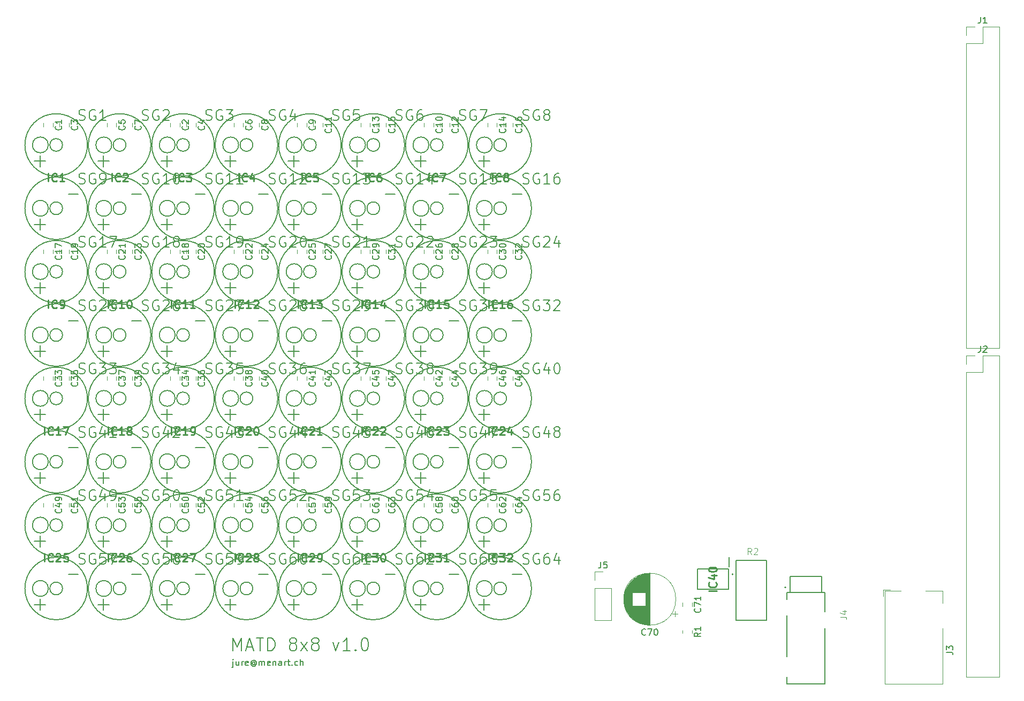
<source format=gbr>
%TF.GenerationSoftware,KiCad,Pcbnew,(5.1.7)-1*%
%TF.CreationDate,2020-11-17T12:59:15+01:00*%
%TF.ProjectId,matd_8x8,6d617464-5f38-4783-982e-6b696361645f,rev?*%
%TF.SameCoordinates,Original*%
%TF.FileFunction,Legend,Top*%
%TF.FilePolarity,Positive*%
%FSLAX46Y46*%
G04 Gerber Fmt 4.6, Leading zero omitted, Abs format (unit mm)*
G04 Created by KiCad (PCBNEW (5.1.7)-1) date 2020-11-17 12:59:15*
%MOMM*%
%LPD*%
G01*
G04 APERTURE LIST*
%ADD10C,0.150000*%
%ADD11C,0.127000*%
%ADD12C,0.200000*%
%ADD13C,0.120000*%
%ADD14C,0.152400*%
%ADD15C,0.015000*%
%ADD16C,0.254000*%
%ADD17C,0.168910*%
G04 APERTURE END LIST*
D10*
X73700380Y-142831714D02*
X73700380Y-143688857D01*
X73652761Y-143784095D01*
X73557523Y-143831714D01*
X73509904Y-143831714D01*
X73700380Y-142498380D02*
X73652761Y-142546000D01*
X73700380Y-142593619D01*
X73748000Y-142546000D01*
X73700380Y-142498380D01*
X73700380Y-142593619D01*
X74605142Y-142831714D02*
X74605142Y-143498380D01*
X74176571Y-142831714D02*
X74176571Y-143355523D01*
X74224190Y-143450761D01*
X74319428Y-143498380D01*
X74462285Y-143498380D01*
X74557523Y-143450761D01*
X74605142Y-143403142D01*
X75081333Y-143498380D02*
X75081333Y-142831714D01*
X75081333Y-143022190D02*
X75128952Y-142926952D01*
X75176571Y-142879333D01*
X75271809Y-142831714D01*
X75367047Y-142831714D01*
X76081333Y-143450761D02*
X75986095Y-143498380D01*
X75795619Y-143498380D01*
X75700380Y-143450761D01*
X75652761Y-143355523D01*
X75652761Y-142974571D01*
X75700380Y-142879333D01*
X75795619Y-142831714D01*
X75986095Y-142831714D01*
X76081333Y-142879333D01*
X76128952Y-142974571D01*
X76128952Y-143069809D01*
X75652761Y-143165047D01*
X77176571Y-143022190D02*
X77128952Y-142974571D01*
X77033714Y-142926952D01*
X76938476Y-142926952D01*
X76843238Y-142974571D01*
X76795619Y-143022190D01*
X76748000Y-143117428D01*
X76748000Y-143212666D01*
X76795619Y-143307904D01*
X76843238Y-143355523D01*
X76938476Y-143403142D01*
X77033714Y-143403142D01*
X77128952Y-143355523D01*
X77176571Y-143307904D01*
X77176571Y-142926952D02*
X77176571Y-143307904D01*
X77224190Y-143355523D01*
X77271809Y-143355523D01*
X77367047Y-143307904D01*
X77414666Y-143212666D01*
X77414666Y-142974571D01*
X77319428Y-142831714D01*
X77176571Y-142736476D01*
X76986095Y-142688857D01*
X76795619Y-142736476D01*
X76652761Y-142831714D01*
X76557523Y-142974571D01*
X76509904Y-143165047D01*
X76557523Y-143355523D01*
X76652761Y-143498380D01*
X76795619Y-143593619D01*
X76986095Y-143641238D01*
X77176571Y-143593619D01*
X77319428Y-143498380D01*
X77843238Y-143498380D02*
X77843238Y-142831714D01*
X77843238Y-142926952D02*
X77890857Y-142879333D01*
X77986095Y-142831714D01*
X78128952Y-142831714D01*
X78224190Y-142879333D01*
X78271809Y-142974571D01*
X78271809Y-143498380D01*
X78271809Y-142974571D02*
X78319428Y-142879333D01*
X78414666Y-142831714D01*
X78557523Y-142831714D01*
X78652761Y-142879333D01*
X78700380Y-142974571D01*
X78700380Y-143498380D01*
X79557523Y-143450761D02*
X79462285Y-143498380D01*
X79271809Y-143498380D01*
X79176571Y-143450761D01*
X79128952Y-143355523D01*
X79128952Y-142974571D01*
X79176571Y-142879333D01*
X79271809Y-142831714D01*
X79462285Y-142831714D01*
X79557523Y-142879333D01*
X79605142Y-142974571D01*
X79605142Y-143069809D01*
X79128952Y-143165047D01*
X80033714Y-142831714D02*
X80033714Y-143498380D01*
X80033714Y-142926952D02*
X80081333Y-142879333D01*
X80176571Y-142831714D01*
X80319428Y-142831714D01*
X80414666Y-142879333D01*
X80462285Y-142974571D01*
X80462285Y-143498380D01*
X81367047Y-143498380D02*
X81367047Y-142974571D01*
X81319428Y-142879333D01*
X81224190Y-142831714D01*
X81033714Y-142831714D01*
X80938476Y-142879333D01*
X81367047Y-143450761D02*
X81271809Y-143498380D01*
X81033714Y-143498380D01*
X80938476Y-143450761D01*
X80890857Y-143355523D01*
X80890857Y-143260285D01*
X80938476Y-143165047D01*
X81033714Y-143117428D01*
X81271809Y-143117428D01*
X81367047Y-143069809D01*
X81843238Y-143498380D02*
X81843238Y-142831714D01*
X81843238Y-143022190D02*
X81890857Y-142926952D01*
X81938476Y-142879333D01*
X82033714Y-142831714D01*
X82128952Y-142831714D01*
X82319428Y-142831714D02*
X82700380Y-142831714D01*
X82462285Y-142498380D02*
X82462285Y-143355523D01*
X82509904Y-143450761D01*
X82605142Y-143498380D01*
X82700380Y-143498380D01*
X83033714Y-143403142D02*
X83081333Y-143450761D01*
X83033714Y-143498380D01*
X82986095Y-143450761D01*
X83033714Y-143403142D01*
X83033714Y-143498380D01*
X83938476Y-143450761D02*
X83843238Y-143498380D01*
X83652761Y-143498380D01*
X83557523Y-143450761D01*
X83509904Y-143403142D01*
X83462285Y-143307904D01*
X83462285Y-143022190D01*
X83509904Y-142926952D01*
X83557523Y-142879333D01*
X83652761Y-142831714D01*
X83843238Y-142831714D01*
X83938476Y-142879333D01*
X84367047Y-143498380D02*
X84367047Y-142498380D01*
X84795619Y-143498380D02*
X84795619Y-142974571D01*
X84748000Y-142879333D01*
X84652761Y-142831714D01*
X84509904Y-142831714D01*
X84414666Y-142879333D01*
X84367047Y-142926952D01*
X73661333Y-141156761D02*
X73661333Y-139156761D01*
X74328000Y-140585333D01*
X74994666Y-139156761D01*
X74994666Y-141156761D01*
X75851809Y-140585333D02*
X76804190Y-140585333D01*
X75661333Y-141156761D02*
X76328000Y-139156761D01*
X76994666Y-141156761D01*
X77375619Y-139156761D02*
X78518476Y-139156761D01*
X77947047Y-141156761D02*
X77947047Y-139156761D01*
X79185142Y-141156761D02*
X79185142Y-139156761D01*
X79661333Y-139156761D01*
X79947047Y-139252000D01*
X80137523Y-139442476D01*
X80232761Y-139632952D01*
X80328000Y-140013904D01*
X80328000Y-140299619D01*
X80232761Y-140680571D01*
X80137523Y-140871047D01*
X79947047Y-141061523D01*
X79661333Y-141156761D01*
X79185142Y-141156761D01*
X82994666Y-140013904D02*
X82804190Y-139918666D01*
X82708952Y-139823428D01*
X82613714Y-139632952D01*
X82613714Y-139537714D01*
X82708952Y-139347238D01*
X82804190Y-139252000D01*
X82994666Y-139156761D01*
X83375619Y-139156761D01*
X83566095Y-139252000D01*
X83661333Y-139347238D01*
X83756571Y-139537714D01*
X83756571Y-139632952D01*
X83661333Y-139823428D01*
X83566095Y-139918666D01*
X83375619Y-140013904D01*
X82994666Y-140013904D01*
X82804190Y-140109142D01*
X82708952Y-140204380D01*
X82613714Y-140394857D01*
X82613714Y-140775809D01*
X82708952Y-140966285D01*
X82804190Y-141061523D01*
X82994666Y-141156761D01*
X83375619Y-141156761D01*
X83566095Y-141061523D01*
X83661333Y-140966285D01*
X83756571Y-140775809D01*
X83756571Y-140394857D01*
X83661333Y-140204380D01*
X83566095Y-140109142D01*
X83375619Y-140013904D01*
X84423238Y-141156761D02*
X85470857Y-139823428D01*
X84423238Y-139823428D02*
X85470857Y-141156761D01*
X86518476Y-140013904D02*
X86328000Y-139918666D01*
X86232761Y-139823428D01*
X86137523Y-139632952D01*
X86137523Y-139537714D01*
X86232761Y-139347238D01*
X86328000Y-139252000D01*
X86518476Y-139156761D01*
X86899428Y-139156761D01*
X87089904Y-139252000D01*
X87185142Y-139347238D01*
X87280380Y-139537714D01*
X87280380Y-139632952D01*
X87185142Y-139823428D01*
X87089904Y-139918666D01*
X86899428Y-140013904D01*
X86518476Y-140013904D01*
X86328000Y-140109142D01*
X86232761Y-140204380D01*
X86137523Y-140394857D01*
X86137523Y-140775809D01*
X86232761Y-140966285D01*
X86328000Y-141061523D01*
X86518476Y-141156761D01*
X86899428Y-141156761D01*
X87089904Y-141061523D01*
X87185142Y-140966285D01*
X87280380Y-140775809D01*
X87280380Y-140394857D01*
X87185142Y-140204380D01*
X87089904Y-140109142D01*
X86899428Y-140013904D01*
X89470857Y-139823428D02*
X89947047Y-141156761D01*
X90423238Y-139823428D01*
X92232761Y-141156761D02*
X91089904Y-141156761D01*
X91661333Y-141156761D02*
X91661333Y-139156761D01*
X91470857Y-139442476D01*
X91280380Y-139632952D01*
X91089904Y-139728190D01*
X93089904Y-140966285D02*
X93185142Y-141061523D01*
X93089904Y-141156761D01*
X92994666Y-141061523D01*
X93089904Y-140966285D01*
X93089904Y-141156761D01*
X94423238Y-139156761D02*
X94613714Y-139156761D01*
X94804190Y-139252000D01*
X94899428Y-139347238D01*
X94994666Y-139537714D01*
X95089904Y-139918666D01*
X95089904Y-140394857D01*
X94994666Y-140775809D01*
X94899428Y-140966285D01*
X94804190Y-141061523D01*
X94613714Y-141156761D01*
X94423238Y-141156761D01*
X94232761Y-141061523D01*
X94137523Y-140966285D01*
X94042285Y-140775809D01*
X93947047Y-140394857D01*
X93947047Y-139918666D01*
X94042285Y-139537714D01*
X94137523Y-139347238D01*
X94232761Y-139252000D01*
X94423238Y-139156761D01*
D11*
%TO.C,R2*%
X158122000Y-126851000D02*
X153292000Y-126851000D01*
X153292000Y-126851000D02*
X153292000Y-136381000D01*
X153292000Y-136381000D02*
X158122000Y-136381000D01*
X158122000Y-136381000D02*
X158122000Y-126851000D01*
D12*
X152802000Y-129076000D02*
G75*
G03*
X152802000Y-129076000I-100000J0D01*
G01*
D11*
%TO.C,J4*%
X161338000Y-131926000D02*
X161838000Y-131926000D01*
X161838000Y-131926000D02*
X166838000Y-131926000D01*
X166838000Y-131926000D02*
X167338000Y-131926000D01*
X167338000Y-131926000D02*
X167338000Y-135026000D01*
X167338000Y-137626000D02*
X167338000Y-146426000D01*
X167338000Y-146426000D02*
X161338000Y-146426000D01*
X161338000Y-131926000D02*
X161338000Y-133026000D01*
X161338000Y-135626000D02*
X161338000Y-142126000D01*
D12*
X161138000Y-131126000D02*
G75*
G03*
X161138000Y-131126000I-100000J0D01*
G01*
D11*
X161338000Y-145326000D02*
X161338000Y-146426000D01*
X166838000Y-131926000D02*
X166838000Y-129426000D01*
X166838000Y-129426000D02*
X161838000Y-129426000D01*
X161838000Y-129426000D02*
X161838000Y-131926000D01*
D12*
%TO.C,IC40*%
X152058000Y-128240000D02*
X152058000Y-131436000D01*
X152058000Y-131436000D02*
X147154000Y-131436000D01*
X147154000Y-131436000D02*
X147154000Y-128240000D01*
X147154000Y-128240000D02*
X152058000Y-128240000D01*
X152186000Y-126363000D02*
X152186000Y-127890000D01*
D13*
%TO.C,C70*%
X143721000Y-133013000D02*
G75*
G03*
X143721000Y-133013000I-4120000J0D01*
G01*
X139601000Y-137093000D02*
X139601000Y-128933000D01*
X139561000Y-137093000D02*
X139561000Y-128933000D01*
X139521000Y-137093000D02*
X139521000Y-128933000D01*
X139481000Y-137092000D02*
X139481000Y-128934000D01*
X139441000Y-137090000D02*
X139441000Y-128936000D01*
X139401000Y-137089000D02*
X139401000Y-128937000D01*
X139361000Y-137087000D02*
X139361000Y-128939000D01*
X139321000Y-137084000D02*
X139321000Y-128942000D01*
X139281000Y-137081000D02*
X139281000Y-128945000D01*
X139241000Y-137078000D02*
X139241000Y-128948000D01*
X139201000Y-137074000D02*
X139201000Y-128952000D01*
X139161000Y-137070000D02*
X139161000Y-128956000D01*
X139121000Y-137065000D02*
X139121000Y-128961000D01*
X139081000Y-137061000D02*
X139081000Y-128965000D01*
X139041000Y-137055000D02*
X139041000Y-128971000D01*
X139001000Y-137050000D02*
X139001000Y-128976000D01*
X138961000Y-137043000D02*
X138961000Y-128983000D01*
X138921000Y-137037000D02*
X138921000Y-128989000D01*
X138880000Y-137030000D02*
X138880000Y-134053000D01*
X138880000Y-131973000D02*
X138880000Y-128996000D01*
X138840000Y-137023000D02*
X138840000Y-134053000D01*
X138840000Y-131973000D02*
X138840000Y-129003000D01*
X138800000Y-137015000D02*
X138800000Y-134053000D01*
X138800000Y-131973000D02*
X138800000Y-129011000D01*
X138760000Y-137007000D02*
X138760000Y-134053000D01*
X138760000Y-131973000D02*
X138760000Y-129019000D01*
X138720000Y-136998000D02*
X138720000Y-134053000D01*
X138720000Y-131973000D02*
X138720000Y-129028000D01*
X138680000Y-136989000D02*
X138680000Y-134053000D01*
X138680000Y-131973000D02*
X138680000Y-129037000D01*
X138640000Y-136980000D02*
X138640000Y-134053000D01*
X138640000Y-131973000D02*
X138640000Y-129046000D01*
X138600000Y-136970000D02*
X138600000Y-134053000D01*
X138600000Y-131973000D02*
X138600000Y-129056000D01*
X138560000Y-136960000D02*
X138560000Y-134053000D01*
X138560000Y-131973000D02*
X138560000Y-129066000D01*
X138520000Y-136949000D02*
X138520000Y-134053000D01*
X138520000Y-131973000D02*
X138520000Y-129077000D01*
X138480000Y-136938000D02*
X138480000Y-134053000D01*
X138480000Y-131973000D02*
X138480000Y-129088000D01*
X138440000Y-136927000D02*
X138440000Y-134053000D01*
X138440000Y-131973000D02*
X138440000Y-129099000D01*
X138400000Y-136915000D02*
X138400000Y-134053000D01*
X138400000Y-131973000D02*
X138400000Y-129111000D01*
X138360000Y-136902000D02*
X138360000Y-134053000D01*
X138360000Y-131973000D02*
X138360000Y-129124000D01*
X138320000Y-136890000D02*
X138320000Y-134053000D01*
X138320000Y-131973000D02*
X138320000Y-129136000D01*
X138280000Y-136876000D02*
X138280000Y-134053000D01*
X138280000Y-131973000D02*
X138280000Y-129150000D01*
X138240000Y-136863000D02*
X138240000Y-134053000D01*
X138240000Y-131973000D02*
X138240000Y-129163000D01*
X138200000Y-136848000D02*
X138200000Y-134053000D01*
X138200000Y-131973000D02*
X138200000Y-129178000D01*
X138160000Y-136834000D02*
X138160000Y-134053000D01*
X138160000Y-131973000D02*
X138160000Y-129192000D01*
X138120000Y-136818000D02*
X138120000Y-134053000D01*
X138120000Y-131973000D02*
X138120000Y-129208000D01*
X138080000Y-136803000D02*
X138080000Y-134053000D01*
X138080000Y-131973000D02*
X138080000Y-129223000D01*
X138040000Y-136787000D02*
X138040000Y-134053000D01*
X138040000Y-131973000D02*
X138040000Y-129239000D01*
X138000000Y-136770000D02*
X138000000Y-134053000D01*
X138000000Y-131973000D02*
X138000000Y-129256000D01*
X137960000Y-136753000D02*
X137960000Y-134053000D01*
X137960000Y-131973000D02*
X137960000Y-129273000D01*
X137920000Y-136735000D02*
X137920000Y-134053000D01*
X137920000Y-131973000D02*
X137920000Y-129291000D01*
X137880000Y-136717000D02*
X137880000Y-134053000D01*
X137880000Y-131973000D02*
X137880000Y-129309000D01*
X137840000Y-136699000D02*
X137840000Y-134053000D01*
X137840000Y-131973000D02*
X137840000Y-129327000D01*
X137800000Y-136679000D02*
X137800000Y-134053000D01*
X137800000Y-131973000D02*
X137800000Y-129347000D01*
X137760000Y-136660000D02*
X137760000Y-134053000D01*
X137760000Y-131973000D02*
X137760000Y-129366000D01*
X137720000Y-136640000D02*
X137720000Y-134053000D01*
X137720000Y-131973000D02*
X137720000Y-129386000D01*
X137680000Y-136619000D02*
X137680000Y-134053000D01*
X137680000Y-131973000D02*
X137680000Y-129407000D01*
X137640000Y-136597000D02*
X137640000Y-134053000D01*
X137640000Y-131973000D02*
X137640000Y-129429000D01*
X137600000Y-136575000D02*
X137600000Y-134053000D01*
X137600000Y-131973000D02*
X137600000Y-129451000D01*
X137560000Y-136553000D02*
X137560000Y-134053000D01*
X137560000Y-131973000D02*
X137560000Y-129473000D01*
X137520000Y-136530000D02*
X137520000Y-134053000D01*
X137520000Y-131973000D02*
X137520000Y-129496000D01*
X137480000Y-136506000D02*
X137480000Y-134053000D01*
X137480000Y-131973000D02*
X137480000Y-129520000D01*
X137440000Y-136482000D02*
X137440000Y-134053000D01*
X137440000Y-131973000D02*
X137440000Y-129544000D01*
X137400000Y-136457000D02*
X137400000Y-134053000D01*
X137400000Y-131973000D02*
X137400000Y-129569000D01*
X137360000Y-136431000D02*
X137360000Y-134053000D01*
X137360000Y-131973000D02*
X137360000Y-129595000D01*
X137320000Y-136405000D02*
X137320000Y-134053000D01*
X137320000Y-131973000D02*
X137320000Y-129621000D01*
X137280000Y-136378000D02*
X137280000Y-134053000D01*
X137280000Y-131973000D02*
X137280000Y-129648000D01*
X137240000Y-136351000D02*
X137240000Y-134053000D01*
X137240000Y-131973000D02*
X137240000Y-129675000D01*
X137200000Y-136322000D02*
X137200000Y-134053000D01*
X137200000Y-131973000D02*
X137200000Y-129704000D01*
X137160000Y-136293000D02*
X137160000Y-134053000D01*
X137160000Y-131973000D02*
X137160000Y-129733000D01*
X137120000Y-136263000D02*
X137120000Y-134053000D01*
X137120000Y-131973000D02*
X137120000Y-129763000D01*
X137080000Y-136233000D02*
X137080000Y-134053000D01*
X137080000Y-131973000D02*
X137080000Y-129793000D01*
X137040000Y-136202000D02*
X137040000Y-134053000D01*
X137040000Y-131973000D02*
X137040000Y-129824000D01*
X137000000Y-136169000D02*
X137000000Y-134053000D01*
X137000000Y-131973000D02*
X137000000Y-129857000D01*
X136960000Y-136137000D02*
X136960000Y-134053000D01*
X136960000Y-131973000D02*
X136960000Y-129889000D01*
X136920000Y-136103000D02*
X136920000Y-134053000D01*
X136920000Y-131973000D02*
X136920000Y-129923000D01*
X136880000Y-136068000D02*
X136880000Y-134053000D01*
X136880000Y-131973000D02*
X136880000Y-129958000D01*
X136840000Y-136032000D02*
X136840000Y-134053000D01*
X136840000Y-131973000D02*
X136840000Y-129994000D01*
X136800000Y-135996000D02*
X136800000Y-130030000D01*
X136760000Y-135958000D02*
X136760000Y-130068000D01*
X136720000Y-135920000D02*
X136720000Y-130106000D01*
X136680000Y-135880000D02*
X136680000Y-130146000D01*
X136640000Y-135839000D02*
X136640000Y-130187000D01*
X136600000Y-135797000D02*
X136600000Y-130229000D01*
X136560000Y-135754000D02*
X136560000Y-130272000D01*
X136520000Y-135710000D02*
X136520000Y-130316000D01*
X136480000Y-135664000D02*
X136480000Y-130362000D01*
X136440000Y-135617000D02*
X136440000Y-130409000D01*
X136400000Y-135569000D02*
X136400000Y-130457000D01*
X136360000Y-135518000D02*
X136360000Y-130508000D01*
X136320000Y-135467000D02*
X136320000Y-130559000D01*
X136280000Y-135413000D02*
X136280000Y-130613000D01*
X136240000Y-135358000D02*
X136240000Y-130668000D01*
X136200000Y-135300000D02*
X136200000Y-130726000D01*
X136160000Y-135241000D02*
X136160000Y-130785000D01*
X136120000Y-135179000D02*
X136120000Y-130847000D01*
X136080000Y-135115000D02*
X136080000Y-130911000D01*
X136040000Y-135047000D02*
X136040000Y-130979000D01*
X136000000Y-134977000D02*
X136000000Y-131049000D01*
X135960000Y-134903000D02*
X135960000Y-131123000D01*
X135920000Y-134826000D02*
X135920000Y-131200000D01*
X135880000Y-134744000D02*
X135880000Y-131282000D01*
X135840000Y-134658000D02*
X135840000Y-131368000D01*
X135800000Y-134565000D02*
X135800000Y-131461000D01*
X135760000Y-134466000D02*
X135760000Y-131560000D01*
X135720000Y-134359000D02*
X135720000Y-131667000D01*
X135680000Y-134242000D02*
X135680000Y-131784000D01*
X135640000Y-134111000D02*
X135640000Y-131915000D01*
X135600000Y-133961000D02*
X135600000Y-132065000D01*
X135560000Y-133781000D02*
X135560000Y-132245000D01*
X135520000Y-133546000D02*
X135520000Y-132480000D01*
X144010698Y-135328000D02*
X143210698Y-135328000D01*
X143610698Y-135728000D02*
X143610698Y-134928000D01*
%TO.C,R1*%
X146277000Y-137948936D02*
X146277000Y-138403064D01*
X144807000Y-137948936D02*
X144807000Y-138403064D01*
%TO.C,J5*%
X130877000Y-136375000D02*
X133537000Y-136375000D01*
X130877000Y-131235000D02*
X130877000Y-136375000D01*
X133537000Y-131235000D02*
X133537000Y-136375000D01*
X130877000Y-131235000D02*
X133537000Y-131235000D01*
X130877000Y-129965000D02*
X130877000Y-128635000D01*
X130877000Y-128635000D02*
X132207000Y-128635000D01*
%TO.C,C71*%
X146277000Y-133596748D02*
X146277000Y-134119252D01*
X144807000Y-133596748D02*
X144807000Y-134119252D01*
%TO.C,J2*%
X189678000Y-94428000D02*
X191008000Y-94428000D01*
X189678000Y-95758000D02*
X189678000Y-94428000D01*
X192278000Y-94428000D02*
X194878000Y-94428000D01*
X192278000Y-97028000D02*
X192278000Y-94428000D01*
X189678000Y-97028000D02*
X192278000Y-97028000D01*
X194878000Y-94428000D02*
X194878000Y-145348000D01*
X189678000Y-97028000D02*
X189678000Y-145348000D01*
X189678000Y-145348000D02*
X194878000Y-145348000D01*
%TO.C,J1*%
X189678000Y-42358000D02*
X191008000Y-42358000D01*
X189678000Y-43688000D02*
X189678000Y-42358000D01*
X192278000Y-42358000D02*
X194878000Y-42358000D01*
X192278000Y-44958000D02*
X192278000Y-42358000D01*
X189678000Y-44958000D02*
X192278000Y-44958000D01*
X194878000Y-42358000D02*
X194878000Y-93278000D01*
X189678000Y-44958000D02*
X189678000Y-93278000D01*
X189678000Y-93278000D02*
X194878000Y-93278000D01*
D14*
%TO.C,SG64*%
X114700999Y-131318000D02*
G75*
G03*
X114700999Y-131318000I-1250000J0D01*
G01*
D11*
X116950999Y-131318000D02*
G75*
G03*
X116950999Y-131318000I-1000000J0D01*
G01*
D14*
X120900999Y-131318000D02*
G75*
G03*
X120900999Y-131318000I-4950000J0D01*
G01*
X113400999Y-134759000D02*
X113400999Y-132981000D01*
X114289999Y-133870000D02*
X112511999Y-133870000D01*
%TO.C,SG63*%
X104668000Y-131318000D02*
G75*
G03*
X104668000Y-131318000I-1250000J0D01*
G01*
D11*
X106918000Y-131318000D02*
G75*
G03*
X106918000Y-131318000I-1000000J0D01*
G01*
D14*
X110868000Y-131318000D02*
G75*
G03*
X110868000Y-131318000I-4950000J0D01*
G01*
X103368000Y-134759000D02*
X103368000Y-132981000D01*
X104257000Y-133870000D02*
X102479000Y-133870000D01*
%TO.C,SG62*%
X94635000Y-131318000D02*
G75*
G03*
X94635000Y-131318000I-1250000J0D01*
G01*
D11*
X96885000Y-131318000D02*
G75*
G03*
X96885000Y-131318000I-1000000J0D01*
G01*
D14*
X100835000Y-131318000D02*
G75*
G03*
X100835000Y-131318000I-4950000J0D01*
G01*
X93335000Y-134759000D02*
X93335000Y-132981000D01*
X94224000Y-133870000D02*
X92446000Y-133870000D01*
%TO.C,SG61*%
X84601999Y-131318000D02*
G75*
G03*
X84601999Y-131318000I-1250000J0D01*
G01*
D11*
X86851999Y-131318000D02*
G75*
G03*
X86851999Y-131318000I-1000000J0D01*
G01*
D14*
X90801999Y-131318000D02*
G75*
G03*
X90801999Y-131318000I-4950000J0D01*
G01*
X83301999Y-134759000D02*
X83301999Y-132981000D01*
X84190999Y-133870000D02*
X82412999Y-133870000D01*
%TO.C,SG60*%
X74569000Y-131318000D02*
G75*
G03*
X74569000Y-131318000I-1250000J0D01*
G01*
D11*
X76819000Y-131318000D02*
G75*
G03*
X76819000Y-131318000I-1000000J0D01*
G01*
D14*
X80769000Y-131318000D02*
G75*
G03*
X80769000Y-131318000I-4950000J0D01*
G01*
X73269000Y-134759000D02*
X73269000Y-132981000D01*
X74158000Y-133870000D02*
X72380000Y-133870000D01*
%TO.C,SG59*%
X64535999Y-131318000D02*
G75*
G03*
X64535999Y-131318000I-1250000J0D01*
G01*
D11*
X66785999Y-131318000D02*
G75*
G03*
X66785999Y-131318000I-1000000J0D01*
G01*
D14*
X70735999Y-131318000D02*
G75*
G03*
X70735999Y-131318000I-4950000J0D01*
G01*
X63235999Y-134759000D02*
X63235999Y-132981000D01*
X64124999Y-133870000D02*
X62346999Y-133870000D01*
%TO.C,SG58*%
X54502999Y-131318000D02*
G75*
G03*
X54502999Y-131318000I-1250000J0D01*
G01*
D11*
X56752999Y-131318000D02*
G75*
G03*
X56752999Y-131318000I-1000000J0D01*
G01*
D14*
X60702999Y-131318000D02*
G75*
G03*
X60702999Y-131318000I-4950000J0D01*
G01*
X53202999Y-134759000D02*
X53202999Y-132981000D01*
X54091999Y-133870000D02*
X52313999Y-133870000D01*
%TO.C,SG57*%
X44470000Y-131318000D02*
G75*
G03*
X44470000Y-131318000I-1250000J0D01*
G01*
D11*
X46720000Y-131318000D02*
G75*
G03*
X46720000Y-131318000I-1000000J0D01*
G01*
D14*
X50670000Y-131318000D02*
G75*
G03*
X50670000Y-131318000I-4950000J0D01*
G01*
X43170000Y-134759000D02*
X43170000Y-132981000D01*
X44059000Y-133870000D02*
X42281000Y-133870000D01*
%TO.C,SG56*%
X114700999Y-121285000D02*
G75*
G03*
X114700999Y-121285000I-1250000J0D01*
G01*
D11*
X116950999Y-121285000D02*
G75*
G03*
X116950999Y-121285000I-1000000J0D01*
G01*
D14*
X120900999Y-121285000D02*
G75*
G03*
X120900999Y-121285000I-4950000J0D01*
G01*
X113400999Y-124726000D02*
X113400999Y-122948000D01*
X114289999Y-123837000D02*
X112511999Y-123837000D01*
%TO.C,SG55*%
X104668000Y-121285000D02*
G75*
G03*
X104668000Y-121285000I-1250000J0D01*
G01*
D11*
X106918000Y-121285000D02*
G75*
G03*
X106918000Y-121285000I-1000000J0D01*
G01*
D14*
X110868000Y-121285000D02*
G75*
G03*
X110868000Y-121285000I-4950000J0D01*
G01*
X103368000Y-124726000D02*
X103368000Y-122948000D01*
X104257000Y-123837000D02*
X102479000Y-123837000D01*
%TO.C,SG54*%
X94635000Y-121285000D02*
G75*
G03*
X94635000Y-121285000I-1250000J0D01*
G01*
D11*
X96885000Y-121285000D02*
G75*
G03*
X96885000Y-121285000I-1000000J0D01*
G01*
D14*
X100835000Y-121285000D02*
G75*
G03*
X100835000Y-121285000I-4950000J0D01*
G01*
X93335000Y-124726000D02*
X93335000Y-122948000D01*
X94224000Y-123837000D02*
X92446000Y-123837000D01*
%TO.C,SG53*%
X84601999Y-121285000D02*
G75*
G03*
X84601999Y-121285000I-1250000J0D01*
G01*
D11*
X86851999Y-121285000D02*
G75*
G03*
X86851999Y-121285000I-1000000J0D01*
G01*
D14*
X90801999Y-121285000D02*
G75*
G03*
X90801999Y-121285000I-4950000J0D01*
G01*
X83301999Y-124726000D02*
X83301999Y-122948000D01*
X84190999Y-123837000D02*
X82412999Y-123837000D01*
%TO.C,SG52*%
X74569000Y-121285000D02*
G75*
G03*
X74569000Y-121285000I-1250000J0D01*
G01*
D11*
X76819000Y-121285000D02*
G75*
G03*
X76819000Y-121285000I-1000000J0D01*
G01*
D14*
X80769000Y-121285000D02*
G75*
G03*
X80769000Y-121285000I-4950000J0D01*
G01*
X73269000Y-124726000D02*
X73269000Y-122948000D01*
X74158000Y-123837000D02*
X72380000Y-123837000D01*
%TO.C,SG51*%
X64535999Y-121285000D02*
G75*
G03*
X64535999Y-121285000I-1250000J0D01*
G01*
D11*
X66785999Y-121285000D02*
G75*
G03*
X66785999Y-121285000I-1000000J0D01*
G01*
D14*
X70735999Y-121285000D02*
G75*
G03*
X70735999Y-121285000I-4950000J0D01*
G01*
X63235999Y-124726000D02*
X63235999Y-122948000D01*
X64124999Y-123837000D02*
X62346999Y-123837000D01*
%TO.C,SG50*%
X54502999Y-121285000D02*
G75*
G03*
X54502999Y-121285000I-1250000J0D01*
G01*
D11*
X56752999Y-121285000D02*
G75*
G03*
X56752999Y-121285000I-1000000J0D01*
G01*
D14*
X60702999Y-121285000D02*
G75*
G03*
X60702999Y-121285000I-4950000J0D01*
G01*
X53202999Y-124726000D02*
X53202999Y-122948000D01*
X54091999Y-123837000D02*
X52313999Y-123837000D01*
%TO.C,SG49*%
X44470000Y-121285000D02*
G75*
G03*
X44470000Y-121285000I-1250000J0D01*
G01*
D11*
X46720000Y-121285000D02*
G75*
G03*
X46720000Y-121285000I-1000000J0D01*
G01*
D14*
X50670000Y-121285000D02*
G75*
G03*
X50670000Y-121285000I-4950000J0D01*
G01*
X43170000Y-124726000D02*
X43170000Y-122948000D01*
X44059000Y-123837000D02*
X42281000Y-123837000D01*
%TO.C,SG48*%
X114700999Y-111251999D02*
G75*
G03*
X114700999Y-111251999I-1250000J0D01*
G01*
D11*
X116950999Y-111251999D02*
G75*
G03*
X116950999Y-111251999I-1000000J0D01*
G01*
D14*
X120900999Y-111251999D02*
G75*
G03*
X120900999Y-111251999I-4950000J0D01*
G01*
X113400999Y-114692999D02*
X113400999Y-112914999D01*
X114289999Y-113803999D02*
X112511999Y-113803999D01*
%TO.C,SG47*%
X104668000Y-111251999D02*
G75*
G03*
X104668000Y-111251999I-1250000J0D01*
G01*
D11*
X106918000Y-111251999D02*
G75*
G03*
X106918000Y-111251999I-1000000J0D01*
G01*
D14*
X110868000Y-111251999D02*
G75*
G03*
X110868000Y-111251999I-4950000J0D01*
G01*
X103368000Y-114692999D02*
X103368000Y-112914999D01*
X104257000Y-113803999D02*
X102479000Y-113803999D01*
%TO.C,SG46*%
X94635000Y-111251999D02*
G75*
G03*
X94635000Y-111251999I-1250000J0D01*
G01*
D11*
X96885000Y-111251999D02*
G75*
G03*
X96885000Y-111251999I-1000000J0D01*
G01*
D14*
X100835000Y-111251999D02*
G75*
G03*
X100835000Y-111251999I-4950000J0D01*
G01*
X93335000Y-114692999D02*
X93335000Y-112914999D01*
X94224000Y-113803999D02*
X92446000Y-113803999D01*
%TO.C,SG45*%
X84601999Y-111251999D02*
G75*
G03*
X84601999Y-111251999I-1250000J0D01*
G01*
D11*
X86851999Y-111251999D02*
G75*
G03*
X86851999Y-111251999I-1000000J0D01*
G01*
D14*
X90801999Y-111251999D02*
G75*
G03*
X90801999Y-111251999I-4950000J0D01*
G01*
X83301999Y-114692999D02*
X83301999Y-112914999D01*
X84190999Y-113803999D02*
X82412999Y-113803999D01*
%TO.C,SG44*%
X74569000Y-111251999D02*
G75*
G03*
X74569000Y-111251999I-1250000J0D01*
G01*
D11*
X76819000Y-111251999D02*
G75*
G03*
X76819000Y-111251999I-1000000J0D01*
G01*
D14*
X80769000Y-111251999D02*
G75*
G03*
X80769000Y-111251999I-4950000J0D01*
G01*
X73269000Y-114692999D02*
X73269000Y-112914999D01*
X74158000Y-113803999D02*
X72380000Y-113803999D01*
%TO.C,SG43*%
X64535999Y-111251999D02*
G75*
G03*
X64535999Y-111251999I-1250000J0D01*
G01*
D11*
X66785999Y-111251999D02*
G75*
G03*
X66785999Y-111251999I-1000000J0D01*
G01*
D14*
X70735999Y-111251999D02*
G75*
G03*
X70735999Y-111251999I-4950000J0D01*
G01*
X63235999Y-114692999D02*
X63235999Y-112914999D01*
X64124999Y-113803999D02*
X62346999Y-113803999D01*
%TO.C,SG42*%
X54502999Y-111251999D02*
G75*
G03*
X54502999Y-111251999I-1250000J0D01*
G01*
D11*
X56752999Y-111251999D02*
G75*
G03*
X56752999Y-111251999I-1000000J0D01*
G01*
D14*
X60702999Y-111251999D02*
G75*
G03*
X60702999Y-111251999I-4950000J0D01*
G01*
X53202999Y-114692999D02*
X53202999Y-112914999D01*
X54091999Y-113803999D02*
X52313999Y-113803999D01*
%TO.C,SG41*%
X44470000Y-111251999D02*
G75*
G03*
X44470000Y-111251999I-1250000J0D01*
G01*
D11*
X46720000Y-111251999D02*
G75*
G03*
X46720000Y-111251999I-1000000J0D01*
G01*
D14*
X50670000Y-111251999D02*
G75*
G03*
X50670000Y-111251999I-4950000J0D01*
G01*
X43170000Y-114692999D02*
X43170000Y-112914999D01*
X44059000Y-113803999D02*
X42281000Y-113803999D01*
%TO.C,SG40*%
X114700999Y-101219000D02*
G75*
G03*
X114700999Y-101219000I-1250000J0D01*
G01*
D11*
X116950999Y-101219000D02*
G75*
G03*
X116950999Y-101219000I-1000000J0D01*
G01*
D14*
X120900999Y-101219000D02*
G75*
G03*
X120900999Y-101219000I-4950000J0D01*
G01*
X113400999Y-104660000D02*
X113400999Y-102882000D01*
X114289999Y-103771000D02*
X112511999Y-103771000D01*
%TO.C,SG39*%
X104668000Y-101219000D02*
G75*
G03*
X104668000Y-101219000I-1250000J0D01*
G01*
D11*
X106918000Y-101219000D02*
G75*
G03*
X106918000Y-101219000I-1000000J0D01*
G01*
D14*
X110868000Y-101219000D02*
G75*
G03*
X110868000Y-101219000I-4950000J0D01*
G01*
X103368000Y-104660000D02*
X103368000Y-102882000D01*
X104257000Y-103771000D02*
X102479000Y-103771000D01*
%TO.C,SG38*%
X94635000Y-101219000D02*
G75*
G03*
X94635000Y-101219000I-1250000J0D01*
G01*
D11*
X96885000Y-101219000D02*
G75*
G03*
X96885000Y-101219000I-1000000J0D01*
G01*
D14*
X100835000Y-101219000D02*
G75*
G03*
X100835000Y-101219000I-4950000J0D01*
G01*
X93335000Y-104660000D02*
X93335000Y-102882000D01*
X94224000Y-103771000D02*
X92446000Y-103771000D01*
%TO.C,SG37*%
X84601999Y-101219000D02*
G75*
G03*
X84601999Y-101219000I-1250000J0D01*
G01*
D11*
X86851999Y-101219000D02*
G75*
G03*
X86851999Y-101219000I-1000000J0D01*
G01*
D14*
X90801999Y-101219000D02*
G75*
G03*
X90801999Y-101219000I-4950000J0D01*
G01*
X83301999Y-104660000D02*
X83301999Y-102882000D01*
X84190999Y-103771000D02*
X82412999Y-103771000D01*
%TO.C,SG36*%
X74569000Y-101219000D02*
G75*
G03*
X74569000Y-101219000I-1250000J0D01*
G01*
D11*
X76819000Y-101219000D02*
G75*
G03*
X76819000Y-101219000I-1000000J0D01*
G01*
D14*
X80769000Y-101219000D02*
G75*
G03*
X80769000Y-101219000I-4950000J0D01*
G01*
X73269000Y-104660000D02*
X73269000Y-102882000D01*
X74158000Y-103771000D02*
X72380000Y-103771000D01*
%TO.C,SG35*%
X64535999Y-101219000D02*
G75*
G03*
X64535999Y-101219000I-1250000J0D01*
G01*
D11*
X66785999Y-101219000D02*
G75*
G03*
X66785999Y-101219000I-1000000J0D01*
G01*
D14*
X70735999Y-101219000D02*
G75*
G03*
X70735999Y-101219000I-4950000J0D01*
G01*
X63235999Y-104660000D02*
X63235999Y-102882000D01*
X64124999Y-103771000D02*
X62346999Y-103771000D01*
%TO.C,SG34*%
X54502999Y-101219000D02*
G75*
G03*
X54502999Y-101219000I-1250000J0D01*
G01*
D11*
X56752999Y-101219000D02*
G75*
G03*
X56752999Y-101219000I-1000000J0D01*
G01*
D14*
X60702999Y-101219000D02*
G75*
G03*
X60702999Y-101219000I-4950000J0D01*
G01*
X53202999Y-104660000D02*
X53202999Y-102882000D01*
X54091999Y-103771000D02*
X52313999Y-103771000D01*
%TO.C,SG33*%
X44470000Y-101219000D02*
G75*
G03*
X44470000Y-101219000I-1250000J0D01*
G01*
D11*
X46720000Y-101219000D02*
G75*
G03*
X46720000Y-101219000I-1000000J0D01*
G01*
D14*
X50670000Y-101219000D02*
G75*
G03*
X50670000Y-101219000I-4950000J0D01*
G01*
X43170000Y-104660000D02*
X43170000Y-102882000D01*
X44059000Y-103771000D02*
X42281000Y-103771000D01*
%TO.C,SG32*%
X114700999Y-91186000D02*
G75*
G03*
X114700999Y-91186000I-1250000J0D01*
G01*
D11*
X116950999Y-91186000D02*
G75*
G03*
X116950999Y-91186000I-1000000J0D01*
G01*
D14*
X120900999Y-91186000D02*
G75*
G03*
X120900999Y-91186000I-4950000J0D01*
G01*
X113400999Y-94627000D02*
X113400999Y-92849000D01*
X114289999Y-93738000D02*
X112511999Y-93738000D01*
%TO.C,SG31*%
X104668000Y-91186000D02*
G75*
G03*
X104668000Y-91186000I-1250000J0D01*
G01*
D11*
X106918000Y-91186000D02*
G75*
G03*
X106918000Y-91186000I-1000000J0D01*
G01*
D14*
X110868000Y-91186000D02*
G75*
G03*
X110868000Y-91186000I-4950000J0D01*
G01*
X103368000Y-94627000D02*
X103368000Y-92849000D01*
X104257000Y-93738000D02*
X102479000Y-93738000D01*
%TO.C,SG30*%
X94635000Y-91186000D02*
G75*
G03*
X94635000Y-91186000I-1250000J0D01*
G01*
D11*
X96885000Y-91186000D02*
G75*
G03*
X96885000Y-91186000I-1000000J0D01*
G01*
D14*
X100835000Y-91186000D02*
G75*
G03*
X100835000Y-91186000I-4950000J0D01*
G01*
X93335000Y-94627000D02*
X93335000Y-92849000D01*
X94224000Y-93738000D02*
X92446000Y-93738000D01*
%TO.C,SG29*%
X84601999Y-91186000D02*
G75*
G03*
X84601999Y-91186000I-1250000J0D01*
G01*
D11*
X86851999Y-91186000D02*
G75*
G03*
X86851999Y-91186000I-1000000J0D01*
G01*
D14*
X90801999Y-91186000D02*
G75*
G03*
X90801999Y-91186000I-4950000J0D01*
G01*
X83301999Y-94627000D02*
X83301999Y-92849000D01*
X84190999Y-93738000D02*
X82412999Y-93738000D01*
%TO.C,SG28*%
X74569000Y-91186000D02*
G75*
G03*
X74569000Y-91186000I-1250000J0D01*
G01*
D11*
X76819000Y-91186000D02*
G75*
G03*
X76819000Y-91186000I-1000000J0D01*
G01*
D14*
X80769000Y-91186000D02*
G75*
G03*
X80769000Y-91186000I-4950000J0D01*
G01*
X73269000Y-94627000D02*
X73269000Y-92849000D01*
X74158000Y-93738000D02*
X72380000Y-93738000D01*
%TO.C,SG27*%
X64535999Y-91186000D02*
G75*
G03*
X64535999Y-91186000I-1250000J0D01*
G01*
D11*
X66785999Y-91186000D02*
G75*
G03*
X66785999Y-91186000I-1000000J0D01*
G01*
D14*
X70735999Y-91186000D02*
G75*
G03*
X70735999Y-91186000I-4950000J0D01*
G01*
X63235999Y-94627000D02*
X63235999Y-92849000D01*
X64124999Y-93738000D02*
X62346999Y-93738000D01*
%TO.C,SG26*%
X54502999Y-91186000D02*
G75*
G03*
X54502999Y-91186000I-1250000J0D01*
G01*
D11*
X56752999Y-91186000D02*
G75*
G03*
X56752999Y-91186000I-1000000J0D01*
G01*
D14*
X60702999Y-91186000D02*
G75*
G03*
X60702999Y-91186000I-4950000J0D01*
G01*
X53202999Y-94627000D02*
X53202999Y-92849000D01*
X54091999Y-93738000D02*
X52313999Y-93738000D01*
%TO.C,SG25*%
X44470000Y-91186000D02*
G75*
G03*
X44470000Y-91186000I-1250000J0D01*
G01*
D11*
X46720000Y-91186000D02*
G75*
G03*
X46720000Y-91186000I-1000000J0D01*
G01*
D14*
X50670000Y-91186000D02*
G75*
G03*
X50670000Y-91186000I-4950000J0D01*
G01*
X43170000Y-94627000D02*
X43170000Y-92849000D01*
X44059000Y-93738000D02*
X42281000Y-93738000D01*
%TO.C,SG24*%
X114700999Y-81152999D02*
G75*
G03*
X114700999Y-81152999I-1250000J0D01*
G01*
D11*
X116950999Y-81152999D02*
G75*
G03*
X116950999Y-81152999I-1000000J0D01*
G01*
D14*
X120900999Y-81152999D02*
G75*
G03*
X120900999Y-81152999I-4950000J0D01*
G01*
X113400999Y-84593999D02*
X113400999Y-82815999D01*
X114289999Y-83704999D02*
X112511999Y-83704999D01*
%TO.C,SG23*%
X104668000Y-81152999D02*
G75*
G03*
X104668000Y-81152999I-1250000J0D01*
G01*
D11*
X106918000Y-81152999D02*
G75*
G03*
X106918000Y-81152999I-1000000J0D01*
G01*
D14*
X110868000Y-81152999D02*
G75*
G03*
X110868000Y-81152999I-4950000J0D01*
G01*
X103368000Y-84593999D02*
X103368000Y-82815999D01*
X104257000Y-83704999D02*
X102479000Y-83704999D01*
%TO.C,SG22*%
X94635000Y-81152999D02*
G75*
G03*
X94635000Y-81152999I-1250000J0D01*
G01*
D11*
X96885000Y-81152999D02*
G75*
G03*
X96885000Y-81152999I-1000000J0D01*
G01*
D14*
X100835000Y-81152999D02*
G75*
G03*
X100835000Y-81152999I-4950000J0D01*
G01*
X93335000Y-84593999D02*
X93335000Y-82815999D01*
X94224000Y-83704999D02*
X92446000Y-83704999D01*
%TO.C,SG21*%
X84601999Y-81152999D02*
G75*
G03*
X84601999Y-81152999I-1250000J0D01*
G01*
D11*
X86851999Y-81152999D02*
G75*
G03*
X86851999Y-81152999I-1000000J0D01*
G01*
D14*
X90801999Y-81152999D02*
G75*
G03*
X90801999Y-81152999I-4950000J0D01*
G01*
X83301999Y-84593999D02*
X83301999Y-82815999D01*
X84190999Y-83704999D02*
X82412999Y-83704999D01*
%TO.C,SG20*%
X74569000Y-81152999D02*
G75*
G03*
X74569000Y-81152999I-1250000J0D01*
G01*
D11*
X76819000Y-81152999D02*
G75*
G03*
X76819000Y-81152999I-1000000J0D01*
G01*
D14*
X80769000Y-81152999D02*
G75*
G03*
X80769000Y-81152999I-4950000J0D01*
G01*
X73269000Y-84593999D02*
X73269000Y-82815999D01*
X74158000Y-83704999D02*
X72380000Y-83704999D01*
%TO.C,SG19*%
X64535999Y-81152999D02*
G75*
G03*
X64535999Y-81152999I-1250000J0D01*
G01*
D11*
X66785999Y-81152999D02*
G75*
G03*
X66785999Y-81152999I-1000000J0D01*
G01*
D14*
X70735999Y-81152999D02*
G75*
G03*
X70735999Y-81152999I-4950000J0D01*
G01*
X63235999Y-84593999D02*
X63235999Y-82815999D01*
X64124999Y-83704999D02*
X62346999Y-83704999D01*
%TO.C,SG18*%
X54502999Y-81152999D02*
G75*
G03*
X54502999Y-81152999I-1250000J0D01*
G01*
D11*
X56752999Y-81152999D02*
G75*
G03*
X56752999Y-81152999I-1000000J0D01*
G01*
D14*
X60702999Y-81152999D02*
G75*
G03*
X60702999Y-81152999I-4950000J0D01*
G01*
X53202999Y-84593999D02*
X53202999Y-82815999D01*
X54091999Y-83704999D02*
X52313999Y-83704999D01*
%TO.C,SG17*%
X44470000Y-81152999D02*
G75*
G03*
X44470000Y-81152999I-1250000J0D01*
G01*
D11*
X46720000Y-81152999D02*
G75*
G03*
X46720000Y-81152999I-1000000J0D01*
G01*
D14*
X50670000Y-81152999D02*
G75*
G03*
X50670000Y-81152999I-4950000J0D01*
G01*
X43170000Y-84593999D02*
X43170000Y-82815999D01*
X44059000Y-83704999D02*
X42281000Y-83704999D01*
%TO.C,SG16*%
X114700999Y-71120000D02*
G75*
G03*
X114700999Y-71120000I-1250000J0D01*
G01*
D11*
X116950999Y-71120000D02*
G75*
G03*
X116950999Y-71120000I-1000000J0D01*
G01*
D14*
X120900999Y-71120000D02*
G75*
G03*
X120900999Y-71120000I-4950000J0D01*
G01*
X113400999Y-74561000D02*
X113400999Y-72783000D01*
X114289999Y-73672000D02*
X112511999Y-73672000D01*
%TO.C,SG15*%
X104668000Y-71120000D02*
G75*
G03*
X104668000Y-71120000I-1250000J0D01*
G01*
D11*
X106918000Y-71120000D02*
G75*
G03*
X106918000Y-71120000I-1000000J0D01*
G01*
D14*
X110868000Y-71120000D02*
G75*
G03*
X110868000Y-71120000I-4950000J0D01*
G01*
X103368000Y-74561000D02*
X103368000Y-72783000D01*
X104257000Y-73672000D02*
X102479000Y-73672000D01*
%TO.C,SG14*%
X94635000Y-71120000D02*
G75*
G03*
X94635000Y-71120000I-1250000J0D01*
G01*
D11*
X96885000Y-71120000D02*
G75*
G03*
X96885000Y-71120000I-1000000J0D01*
G01*
D14*
X100835000Y-71120000D02*
G75*
G03*
X100835000Y-71120000I-4950000J0D01*
G01*
X93335000Y-74561000D02*
X93335000Y-72783000D01*
X94224000Y-73672000D02*
X92446000Y-73672000D01*
%TO.C,SG13*%
X84601999Y-71120000D02*
G75*
G03*
X84601999Y-71120000I-1250000J0D01*
G01*
D11*
X86851999Y-71120000D02*
G75*
G03*
X86851999Y-71120000I-1000000J0D01*
G01*
D14*
X90801999Y-71120000D02*
G75*
G03*
X90801999Y-71120000I-4950000J0D01*
G01*
X83301999Y-74561000D02*
X83301999Y-72783000D01*
X84190999Y-73672000D02*
X82412999Y-73672000D01*
%TO.C,SG12*%
X74569000Y-71120000D02*
G75*
G03*
X74569000Y-71120000I-1250000J0D01*
G01*
D11*
X76819000Y-71120000D02*
G75*
G03*
X76819000Y-71120000I-1000000J0D01*
G01*
D14*
X80769000Y-71120000D02*
G75*
G03*
X80769000Y-71120000I-4950000J0D01*
G01*
X73269000Y-74561000D02*
X73269000Y-72783000D01*
X74158000Y-73672000D02*
X72380000Y-73672000D01*
%TO.C,SG11*%
X64535999Y-71120000D02*
G75*
G03*
X64535999Y-71120000I-1250000J0D01*
G01*
D11*
X66785999Y-71120000D02*
G75*
G03*
X66785999Y-71120000I-1000000J0D01*
G01*
D14*
X70735999Y-71120000D02*
G75*
G03*
X70735999Y-71120000I-4950000J0D01*
G01*
X63235999Y-74561000D02*
X63235999Y-72783000D01*
X64124999Y-73672000D02*
X62346999Y-73672000D01*
%TO.C,SG10*%
X54502999Y-71120000D02*
G75*
G03*
X54502999Y-71120000I-1250000J0D01*
G01*
D11*
X56752999Y-71120000D02*
G75*
G03*
X56752999Y-71120000I-1000000J0D01*
G01*
D14*
X60702999Y-71120000D02*
G75*
G03*
X60702999Y-71120000I-4950000J0D01*
G01*
X53202999Y-74561000D02*
X53202999Y-72783000D01*
X54091999Y-73672000D02*
X52313999Y-73672000D01*
%TO.C,SG9*%
X44470000Y-71120000D02*
G75*
G03*
X44470000Y-71120000I-1250000J0D01*
G01*
D11*
X46720000Y-71120000D02*
G75*
G03*
X46720000Y-71120000I-1000000J0D01*
G01*
D14*
X50670000Y-71120000D02*
G75*
G03*
X50670000Y-71120000I-4950000J0D01*
G01*
X43170000Y-74561000D02*
X43170000Y-72783000D01*
X44059000Y-73672000D02*
X42281000Y-73672000D01*
%TO.C,SG8*%
X114700999Y-61087000D02*
G75*
G03*
X114700999Y-61087000I-1250000J0D01*
G01*
D11*
X116950999Y-61087000D02*
G75*
G03*
X116950999Y-61087000I-1000000J0D01*
G01*
D14*
X120900999Y-61087000D02*
G75*
G03*
X120900999Y-61087000I-4950000J0D01*
G01*
X113400999Y-64528000D02*
X113400999Y-62750000D01*
X114289999Y-63639000D02*
X112511999Y-63639000D01*
%TO.C,SG7*%
X104668000Y-61087000D02*
G75*
G03*
X104668000Y-61087000I-1250000J0D01*
G01*
D11*
X106918000Y-61087000D02*
G75*
G03*
X106918000Y-61087000I-1000000J0D01*
G01*
D14*
X110868000Y-61087000D02*
G75*
G03*
X110868000Y-61087000I-4950000J0D01*
G01*
X103368000Y-64528000D02*
X103368000Y-62750000D01*
X104257000Y-63639000D02*
X102479000Y-63639000D01*
%TO.C,SG6*%
X94635000Y-61087000D02*
G75*
G03*
X94635000Y-61087000I-1250000J0D01*
G01*
D11*
X96885000Y-61087000D02*
G75*
G03*
X96885000Y-61087000I-1000000J0D01*
G01*
D14*
X100835000Y-61087000D02*
G75*
G03*
X100835000Y-61087000I-4950000J0D01*
G01*
X93335000Y-64528000D02*
X93335000Y-62750000D01*
X94224000Y-63639000D02*
X92446000Y-63639000D01*
%TO.C,SG5*%
X84601999Y-61087000D02*
G75*
G03*
X84601999Y-61087000I-1250000J0D01*
G01*
D11*
X86851999Y-61087000D02*
G75*
G03*
X86851999Y-61087000I-1000000J0D01*
G01*
D14*
X90801999Y-61087000D02*
G75*
G03*
X90801999Y-61087000I-4950000J0D01*
G01*
X83301999Y-64528000D02*
X83301999Y-62750000D01*
X84190999Y-63639000D02*
X82412999Y-63639000D01*
%TO.C,SG4*%
X74569000Y-61087000D02*
G75*
G03*
X74569000Y-61087000I-1250000J0D01*
G01*
D11*
X76819000Y-61087000D02*
G75*
G03*
X76819000Y-61087000I-1000000J0D01*
G01*
D14*
X80769000Y-61087000D02*
G75*
G03*
X80769000Y-61087000I-4950000J0D01*
G01*
X73269000Y-64528000D02*
X73269000Y-62750000D01*
X74158000Y-63639000D02*
X72380000Y-63639000D01*
%TO.C,SG3*%
X64535999Y-61087000D02*
G75*
G03*
X64535999Y-61087000I-1250000J0D01*
G01*
D11*
X66785999Y-61087000D02*
G75*
G03*
X66785999Y-61087000I-1000000J0D01*
G01*
D14*
X70735999Y-61087000D02*
G75*
G03*
X70735999Y-61087000I-4950000J0D01*
G01*
X63235999Y-64528000D02*
X63235999Y-62750000D01*
X64124999Y-63639000D02*
X62346999Y-63639000D01*
%TO.C,SG2*%
X54502999Y-61087000D02*
G75*
G03*
X54502999Y-61087000I-1250000J0D01*
G01*
D11*
X56752999Y-61087000D02*
G75*
G03*
X56752999Y-61087000I-1000000J0D01*
G01*
D14*
X60702999Y-61087000D02*
G75*
G03*
X60702999Y-61087000I-4950000J0D01*
G01*
X53202999Y-64528000D02*
X53202999Y-62750000D01*
X54091999Y-63639000D02*
X52313999Y-63639000D01*
%TO.C,SG1*%
X44470000Y-61087000D02*
G75*
G03*
X44470000Y-61087000I-1250000J0D01*
G01*
D11*
X46720000Y-61087000D02*
G75*
G03*
X46720000Y-61087000I-1000000J0D01*
G01*
D14*
X50670000Y-61087000D02*
G75*
G03*
X50670000Y-61087000I-4950000J0D01*
G01*
X43170000Y-64528000D02*
X43170000Y-62750000D01*
X44059000Y-63639000D02*
X42281000Y-63639000D01*
D13*
%TO.C,J3*%
X176756000Y-131732000D02*
X179356000Y-131732000D01*
X176756000Y-146432000D02*
X176756000Y-131732000D01*
X185956000Y-131732000D02*
X185956000Y-133632000D01*
X183256000Y-131732000D02*
X185956000Y-131732000D01*
X185956000Y-146432000D02*
X176756000Y-146432000D01*
X185956000Y-137632000D02*
X185956000Y-146432000D01*
X176556000Y-132582000D02*
X176556000Y-131532000D01*
X177606000Y-131532000D02*
X176556000Y-131532000D01*
D12*
%TO.C,IC32*%
X119425999Y-129071999D02*
X117900999Y-129071999D01*
%TO.C,IC31*%
X109393000Y-129071999D02*
X107868000Y-129071999D01*
%TO.C,IC30*%
X99360000Y-129071999D02*
X97835000Y-129071999D01*
%TO.C,IC29*%
X89326999Y-129071999D02*
X87801999Y-129071999D01*
%TO.C,IC28*%
X79294000Y-129071999D02*
X77769000Y-129071999D01*
%TO.C,IC27*%
X69260999Y-129071999D02*
X67735999Y-129071999D01*
%TO.C,IC26*%
X59227999Y-129071999D02*
X57702999Y-129071999D01*
%TO.C,IC25*%
X49195000Y-129071999D02*
X47670000Y-129071999D01*
%TO.C,IC24*%
X119425999Y-109005999D02*
X117900999Y-109005999D01*
%TO.C,IC23*%
X109393000Y-109005999D02*
X107868000Y-109005999D01*
%TO.C,IC22*%
X99360000Y-109005999D02*
X97835000Y-109005999D01*
%TO.C,IC21*%
X89326999Y-109005999D02*
X87801999Y-109005999D01*
%TO.C,IC20*%
X79294000Y-109005999D02*
X77769000Y-109005999D01*
%TO.C,IC19*%
X69260999Y-109005999D02*
X67735999Y-109005999D01*
%TO.C,IC18*%
X59227999Y-109005999D02*
X57702999Y-109005999D01*
%TO.C,IC17*%
X49195000Y-109005999D02*
X47670000Y-109005999D01*
%TO.C,IC16*%
X119425999Y-88940000D02*
X117900999Y-88940000D01*
%TO.C,IC15*%
X109393000Y-88940000D02*
X107868000Y-88940000D01*
%TO.C,IC14*%
X99360000Y-88940000D02*
X97835000Y-88940000D01*
%TO.C,IC13*%
X89326999Y-88940000D02*
X87801999Y-88940000D01*
%TO.C,IC12*%
X79294000Y-88940000D02*
X77769000Y-88940000D01*
%TO.C,IC11*%
X69260999Y-88940000D02*
X67735999Y-88940000D01*
%TO.C,IC10*%
X59227999Y-88940000D02*
X57702999Y-88940000D01*
%TO.C,IC9*%
X49195000Y-88940000D02*
X47670000Y-88940000D01*
%TO.C,IC8*%
X119425999Y-68874000D02*
X117900999Y-68874000D01*
%TO.C,IC7*%
X109393000Y-68874000D02*
X107868000Y-68874000D01*
%TO.C,IC6*%
X99360000Y-68874000D02*
X97835000Y-68874000D01*
%TO.C,IC5*%
X89326999Y-68874000D02*
X87801999Y-68874000D01*
%TO.C,IC4*%
X79294000Y-68874000D02*
X77769000Y-68874000D01*
%TO.C,IC3*%
X69260999Y-68874000D02*
X67735999Y-68874000D01*
%TO.C,IC2*%
X59227999Y-68874000D02*
X57702999Y-68874000D01*
%TO.C,IC1*%
X49195000Y-68874000D02*
X47670000Y-68874000D01*
D13*
%TO.C,C64*%
X116485999Y-117848748D02*
X116485999Y-118371252D01*
X117955999Y-117848748D02*
X117955999Y-118371252D01*
%TO.C,C62*%
X113945999Y-117848748D02*
X113945999Y-118371252D01*
X115415999Y-117848748D02*
X115415999Y-118371252D01*
%TO.C,C60*%
X106453000Y-117848748D02*
X106453000Y-118371252D01*
X107923000Y-117848748D02*
X107923000Y-118371252D01*
%TO.C,C58*%
X103913000Y-117848748D02*
X103913000Y-118371252D01*
X105383000Y-117848748D02*
X105383000Y-118371252D01*
%TO.C,C63*%
X96420000Y-117848748D02*
X96420000Y-118371252D01*
X97890000Y-117848748D02*
X97890000Y-118371252D01*
%TO.C,C61*%
X93880000Y-117848748D02*
X93880000Y-118371252D01*
X95350000Y-117848748D02*
X95350000Y-118371252D01*
%TO.C,C59*%
X86386999Y-117848748D02*
X86386999Y-118371252D01*
X87856999Y-117848748D02*
X87856999Y-118371252D01*
%TO.C,C57*%
X83846999Y-117848748D02*
X83846999Y-118371252D01*
X85316999Y-117848748D02*
X85316999Y-118371252D01*
%TO.C,C56*%
X76354000Y-117848748D02*
X76354000Y-118371252D01*
X77824000Y-117848748D02*
X77824000Y-118371252D01*
%TO.C,C54*%
X73814000Y-117848748D02*
X73814000Y-118371252D01*
X75284000Y-117848748D02*
X75284000Y-118371252D01*
%TO.C,C52*%
X66320999Y-117848748D02*
X66320999Y-118371252D01*
X67790999Y-117848748D02*
X67790999Y-118371252D01*
%TO.C,C50*%
X63780999Y-117848748D02*
X63780999Y-118371252D01*
X65250999Y-117848748D02*
X65250999Y-118371252D01*
%TO.C,C55*%
X56287999Y-117848748D02*
X56287999Y-118371252D01*
X57757999Y-117848748D02*
X57757999Y-118371252D01*
%TO.C,C53*%
X53747999Y-117848748D02*
X53747999Y-118371252D01*
X55217999Y-117848748D02*
X55217999Y-118371252D01*
%TO.C,C51*%
X46255000Y-117848748D02*
X46255000Y-118371252D01*
X47725000Y-117848748D02*
X47725000Y-118371252D01*
%TO.C,C49*%
X43715000Y-117848748D02*
X43715000Y-118371252D01*
X45185000Y-117848748D02*
X45185000Y-118371252D01*
%TO.C,C48*%
X116485999Y-97782748D02*
X116485999Y-98305252D01*
X117955999Y-97782748D02*
X117955999Y-98305252D01*
%TO.C,C46*%
X113945999Y-97782748D02*
X113945999Y-98305252D01*
X115415999Y-97782748D02*
X115415999Y-98305252D01*
%TO.C,C44*%
X106453000Y-97782748D02*
X106453000Y-98305252D01*
X107923000Y-97782748D02*
X107923000Y-98305252D01*
%TO.C,C42*%
X103913000Y-97782748D02*
X103913000Y-98305252D01*
X105383000Y-97782748D02*
X105383000Y-98305252D01*
%TO.C,C47*%
X96420000Y-97782748D02*
X96420000Y-98305252D01*
X97890000Y-97782748D02*
X97890000Y-98305252D01*
%TO.C,C45*%
X93880000Y-97782748D02*
X93880000Y-98305252D01*
X95350000Y-97782748D02*
X95350000Y-98305252D01*
%TO.C,C43*%
X86386999Y-97782748D02*
X86386999Y-98305252D01*
X87856999Y-97782748D02*
X87856999Y-98305252D01*
%TO.C,C41*%
X83846999Y-97782748D02*
X83846999Y-98305252D01*
X85316999Y-97782748D02*
X85316999Y-98305252D01*
%TO.C,C40*%
X76354000Y-97782748D02*
X76354000Y-98305252D01*
X77824000Y-97782748D02*
X77824000Y-98305252D01*
%TO.C,C38*%
X73814000Y-97782748D02*
X73814000Y-98305252D01*
X75284000Y-97782748D02*
X75284000Y-98305252D01*
%TO.C,C36*%
X66320999Y-97782748D02*
X66320999Y-98305252D01*
X67790999Y-97782748D02*
X67790999Y-98305252D01*
%TO.C,C34*%
X63780999Y-97782748D02*
X63780999Y-98305252D01*
X65250999Y-97782748D02*
X65250999Y-98305252D01*
%TO.C,C39*%
X56287999Y-97782748D02*
X56287999Y-98305252D01*
X57757999Y-97782748D02*
X57757999Y-98305252D01*
%TO.C,C37*%
X53747999Y-97782748D02*
X53747999Y-98305252D01*
X55217999Y-97782748D02*
X55217999Y-98305252D01*
%TO.C,C35*%
X46255000Y-97782748D02*
X46255000Y-98305252D01*
X47725000Y-97782748D02*
X47725000Y-98305252D01*
%TO.C,C33*%
X43715000Y-97782748D02*
X43715000Y-98305252D01*
X45185000Y-97782748D02*
X45185000Y-98305252D01*
%TO.C,C32*%
X116485999Y-77716747D02*
X116485999Y-78239251D01*
X117955999Y-77716747D02*
X117955999Y-78239251D01*
%TO.C,C30*%
X113945999Y-77716747D02*
X113945999Y-78239251D01*
X115415999Y-77716747D02*
X115415999Y-78239251D01*
%TO.C,C28*%
X106453000Y-77716747D02*
X106453000Y-78239251D01*
X107923000Y-77716747D02*
X107923000Y-78239251D01*
%TO.C,C26*%
X103913000Y-77716747D02*
X103913000Y-78239251D01*
X105383000Y-77716747D02*
X105383000Y-78239251D01*
%TO.C,C31*%
X96420000Y-77716747D02*
X96420000Y-78239251D01*
X97890000Y-77716747D02*
X97890000Y-78239251D01*
%TO.C,C29*%
X93880000Y-77716747D02*
X93880000Y-78239251D01*
X95350000Y-77716747D02*
X95350000Y-78239251D01*
%TO.C,C27*%
X86386999Y-77716747D02*
X86386999Y-78239251D01*
X87856999Y-77716747D02*
X87856999Y-78239251D01*
%TO.C,C25*%
X83846999Y-77716747D02*
X83846999Y-78239251D01*
X85316999Y-77716747D02*
X85316999Y-78239251D01*
%TO.C,C24*%
X76354000Y-77716747D02*
X76354000Y-78239251D01*
X77824000Y-77716747D02*
X77824000Y-78239251D01*
%TO.C,C22*%
X73814000Y-77716747D02*
X73814000Y-78239251D01*
X75284000Y-77716747D02*
X75284000Y-78239251D01*
%TO.C,C20*%
X66320999Y-77716747D02*
X66320999Y-78239251D01*
X67790999Y-77716747D02*
X67790999Y-78239251D01*
%TO.C,C18*%
X63780999Y-77716747D02*
X63780999Y-78239251D01*
X65250999Y-77716747D02*
X65250999Y-78239251D01*
%TO.C,C23*%
X56287999Y-77716747D02*
X56287999Y-78239251D01*
X57757999Y-77716747D02*
X57757999Y-78239251D01*
%TO.C,C21*%
X53747999Y-77716747D02*
X53747999Y-78239251D01*
X55217999Y-77716747D02*
X55217999Y-78239251D01*
%TO.C,C19*%
X46255000Y-77716747D02*
X46255000Y-78239251D01*
X47725000Y-77716747D02*
X47725000Y-78239251D01*
%TO.C,C17*%
X43715000Y-77716747D02*
X43715000Y-78239251D01*
X45185000Y-77716747D02*
X45185000Y-78239251D01*
%TO.C,C16*%
X116485999Y-57650748D02*
X116485999Y-58173252D01*
X117955999Y-57650748D02*
X117955999Y-58173252D01*
%TO.C,C14*%
X113945999Y-57650748D02*
X113945999Y-58173252D01*
X115415999Y-57650748D02*
X115415999Y-58173252D01*
%TO.C,C12*%
X106453000Y-57650748D02*
X106453000Y-58173252D01*
X107923000Y-57650748D02*
X107923000Y-58173252D01*
%TO.C,C10*%
X103913000Y-57650748D02*
X103913000Y-58173252D01*
X105383000Y-57650748D02*
X105383000Y-58173252D01*
%TO.C,C15*%
X96420000Y-57650748D02*
X96420000Y-58173252D01*
X97890000Y-57650748D02*
X97890000Y-58173252D01*
%TO.C,C13*%
X93880000Y-57650748D02*
X93880000Y-58173252D01*
X95350000Y-57650748D02*
X95350000Y-58173252D01*
%TO.C,C11*%
X86386999Y-57650748D02*
X86386999Y-58173252D01*
X87856999Y-57650748D02*
X87856999Y-58173252D01*
%TO.C,C9*%
X83846999Y-57650748D02*
X83846999Y-58173252D01*
X85316999Y-57650748D02*
X85316999Y-58173252D01*
%TO.C,C8*%
X76354000Y-57650748D02*
X76354000Y-58173252D01*
X77824000Y-57650748D02*
X77824000Y-58173252D01*
%TO.C,C6*%
X73814000Y-57650748D02*
X73814000Y-58173252D01*
X75284000Y-57650748D02*
X75284000Y-58173252D01*
%TO.C,C4*%
X66320999Y-57650748D02*
X66320999Y-58173252D01*
X67790999Y-57650748D02*
X67790999Y-58173252D01*
%TO.C,C2*%
X63780999Y-57650748D02*
X63780999Y-58173252D01*
X65250999Y-57650748D02*
X65250999Y-58173252D01*
%TO.C,C7*%
X56287999Y-57650748D02*
X56287999Y-58173252D01*
X57757999Y-57650748D02*
X57757999Y-58173252D01*
%TO.C,C5*%
X53747999Y-57650748D02*
X53747999Y-58173252D01*
X55217999Y-57650748D02*
X55217999Y-58173252D01*
%TO.C,C3*%
X46255000Y-57650748D02*
X46255000Y-58173252D01*
X47725000Y-57650748D02*
X47725000Y-58173252D01*
%TO.C,C1*%
X43715000Y-57650748D02*
X43715000Y-58173252D01*
X45185000Y-57650748D02*
X45185000Y-58173252D01*
%TO.C,R2*%
D15*
X155710333Y-125933380D02*
X155377000Y-125457190D01*
X155138904Y-125933380D02*
X155138904Y-124933380D01*
X155519857Y-124933380D01*
X155615095Y-124981000D01*
X155662714Y-125028619D01*
X155710333Y-125123857D01*
X155710333Y-125266714D01*
X155662714Y-125361952D01*
X155615095Y-125409571D01*
X155519857Y-125457190D01*
X155138904Y-125457190D01*
X156091285Y-125028619D02*
X156138904Y-124981000D01*
X156234142Y-124933380D01*
X156472238Y-124933380D01*
X156567476Y-124981000D01*
X156615095Y-125028619D01*
X156662714Y-125123857D01*
X156662714Y-125219095D01*
X156615095Y-125361952D01*
X156043666Y-125933380D01*
X156662714Y-125933380D01*
%TO.C,J4*%
X169735281Y-135835080D02*
X170450877Y-135835080D01*
X170593996Y-135882786D01*
X170689409Y-135978199D01*
X170737116Y-136121318D01*
X170737116Y-136216731D01*
X170069226Y-134928657D02*
X170737116Y-134928657D01*
X169687574Y-135167190D02*
X170403171Y-135405722D01*
X170403171Y-134785538D01*
%TO.C,IC40*%
D16*
X150180523Y-131682523D02*
X148910523Y-131682523D01*
X150059571Y-130352047D02*
X150120047Y-130412523D01*
X150180523Y-130593952D01*
X150180523Y-130714904D01*
X150120047Y-130896333D01*
X149999095Y-131017285D01*
X149878142Y-131077761D01*
X149636238Y-131138238D01*
X149454809Y-131138238D01*
X149212904Y-131077761D01*
X149091952Y-131017285D01*
X148971000Y-130896333D01*
X148910523Y-130714904D01*
X148910523Y-130593952D01*
X148971000Y-130412523D01*
X149031476Y-130352047D01*
X149333857Y-129263476D02*
X150180523Y-129263476D01*
X148850047Y-129565857D02*
X149757190Y-129868238D01*
X149757190Y-129082047D01*
X148910523Y-128356333D02*
X148910523Y-128235380D01*
X148971000Y-128114428D01*
X149031476Y-128053952D01*
X149152428Y-127993476D01*
X149394333Y-127933000D01*
X149696714Y-127933000D01*
X149938619Y-127993476D01*
X150059571Y-128053952D01*
X150120047Y-128114428D01*
X150180523Y-128235380D01*
X150180523Y-128356333D01*
X150120047Y-128477285D01*
X150059571Y-128537761D01*
X149938619Y-128598238D01*
X149696714Y-128658714D01*
X149394333Y-128658714D01*
X149152428Y-128598238D01*
X149031476Y-128537761D01*
X148971000Y-128477285D01*
X148910523Y-128356333D01*
%TO.C,C70*%
D10*
X138958142Y-138620142D02*
X138910523Y-138667761D01*
X138767666Y-138715380D01*
X138672428Y-138715380D01*
X138529571Y-138667761D01*
X138434333Y-138572523D01*
X138386714Y-138477285D01*
X138339095Y-138286809D01*
X138339095Y-138143952D01*
X138386714Y-137953476D01*
X138434333Y-137858238D01*
X138529571Y-137763000D01*
X138672428Y-137715380D01*
X138767666Y-137715380D01*
X138910523Y-137763000D01*
X138958142Y-137810619D01*
X139291476Y-137715380D02*
X139958142Y-137715380D01*
X139529571Y-138715380D01*
X140529571Y-137715380D02*
X140624809Y-137715380D01*
X140720047Y-137763000D01*
X140767666Y-137810619D01*
X140815285Y-137905857D01*
X140862904Y-138096333D01*
X140862904Y-138334428D01*
X140815285Y-138524904D01*
X140767666Y-138620142D01*
X140720047Y-138667761D01*
X140624809Y-138715380D01*
X140529571Y-138715380D01*
X140434333Y-138667761D01*
X140386714Y-138620142D01*
X140339095Y-138524904D01*
X140291476Y-138334428D01*
X140291476Y-138096333D01*
X140339095Y-137905857D01*
X140386714Y-137810619D01*
X140434333Y-137763000D01*
X140529571Y-137715380D01*
%TO.C,R1*%
X147644380Y-138342666D02*
X147168190Y-138676000D01*
X147644380Y-138914095D02*
X146644380Y-138914095D01*
X146644380Y-138533142D01*
X146692000Y-138437904D01*
X146739619Y-138390285D01*
X146834857Y-138342666D01*
X146977714Y-138342666D01*
X147072952Y-138390285D01*
X147120571Y-138437904D01*
X147168190Y-138533142D01*
X147168190Y-138914095D01*
X147644380Y-137390285D02*
X147644380Y-137961714D01*
X147644380Y-137676000D02*
X146644380Y-137676000D01*
X146787238Y-137771238D01*
X146882476Y-137866476D01*
X146930095Y-137961714D01*
%TO.C,J5*%
X131873666Y-127087380D02*
X131873666Y-127801666D01*
X131826047Y-127944523D01*
X131730809Y-128039761D01*
X131587952Y-128087380D01*
X131492714Y-128087380D01*
X132826047Y-127087380D02*
X132349857Y-127087380D01*
X132302238Y-127563571D01*
X132349857Y-127515952D01*
X132445095Y-127468333D01*
X132683190Y-127468333D01*
X132778428Y-127515952D01*
X132826047Y-127563571D01*
X132873666Y-127658809D01*
X132873666Y-127896904D01*
X132826047Y-127992142D01*
X132778428Y-128039761D01*
X132683190Y-128087380D01*
X132445095Y-128087380D01*
X132349857Y-128039761D01*
X132302238Y-127992142D01*
%TO.C,C71*%
X147579142Y-134500857D02*
X147626761Y-134548476D01*
X147674380Y-134691333D01*
X147674380Y-134786571D01*
X147626761Y-134929428D01*
X147531523Y-135024666D01*
X147436285Y-135072285D01*
X147245809Y-135119904D01*
X147102952Y-135119904D01*
X146912476Y-135072285D01*
X146817238Y-135024666D01*
X146722000Y-134929428D01*
X146674380Y-134786571D01*
X146674380Y-134691333D01*
X146722000Y-134548476D01*
X146769619Y-134500857D01*
X146674380Y-134167523D02*
X146674380Y-133500857D01*
X147674380Y-133929428D01*
X147674380Y-132596095D02*
X147674380Y-133167523D01*
X147674380Y-132881809D02*
X146674380Y-132881809D01*
X146817238Y-132977047D01*
X146912476Y-133072285D01*
X146960095Y-133167523D01*
%TO.C,J2*%
X191944666Y-92924380D02*
X191944666Y-93638666D01*
X191897047Y-93781523D01*
X191801809Y-93876761D01*
X191658952Y-93924380D01*
X191563714Y-93924380D01*
X192373238Y-93019619D02*
X192420857Y-92972000D01*
X192516095Y-92924380D01*
X192754190Y-92924380D01*
X192849428Y-92972000D01*
X192897047Y-93019619D01*
X192944666Y-93114857D01*
X192944666Y-93210095D01*
X192897047Y-93352952D01*
X192325619Y-93924380D01*
X192944666Y-93924380D01*
%TO.C,J1*%
X191944666Y-40810380D02*
X191944666Y-41524666D01*
X191897047Y-41667523D01*
X191801809Y-41762761D01*
X191658952Y-41810380D01*
X191563714Y-41810380D01*
X192944666Y-41810380D02*
X192373238Y-41810380D01*
X192658952Y-41810380D02*
X192658952Y-40810380D01*
X192563714Y-40953238D01*
X192468476Y-41048476D01*
X192373238Y-41096095D01*
%TO.C,SG64*%
D17*
X119557523Y-127347133D02*
X119798823Y-127427566D01*
X120200990Y-127427566D01*
X120361857Y-127347133D01*
X120442290Y-127266700D01*
X120522723Y-127105833D01*
X120522723Y-126944966D01*
X120442290Y-126784100D01*
X120361857Y-126703666D01*
X120200990Y-126623233D01*
X119879257Y-126542800D01*
X119718390Y-126462366D01*
X119637957Y-126381933D01*
X119557523Y-126221066D01*
X119557523Y-126060200D01*
X119637957Y-125899333D01*
X119718390Y-125818900D01*
X119879257Y-125738466D01*
X120281423Y-125738466D01*
X120522723Y-125818900D01*
X122131390Y-125818900D02*
X121970523Y-125738466D01*
X121729223Y-125738466D01*
X121487923Y-125818900D01*
X121327057Y-125979766D01*
X121246623Y-126140633D01*
X121166190Y-126462366D01*
X121166190Y-126703666D01*
X121246623Y-127025400D01*
X121327057Y-127186266D01*
X121487923Y-127347133D01*
X121729223Y-127427566D01*
X121890090Y-127427566D01*
X122131390Y-127347133D01*
X122211823Y-127266700D01*
X122211823Y-126703666D01*
X121890090Y-126703666D01*
X123659623Y-125738466D02*
X123337890Y-125738466D01*
X123177023Y-125818900D01*
X123096590Y-125899333D01*
X122935723Y-126140633D01*
X122855290Y-126462366D01*
X122855290Y-127105833D01*
X122935723Y-127266700D01*
X123016157Y-127347133D01*
X123177023Y-127427566D01*
X123498757Y-127427566D01*
X123659623Y-127347133D01*
X123740057Y-127266700D01*
X123820490Y-127105833D01*
X123820490Y-126703666D01*
X123740057Y-126542800D01*
X123659623Y-126462366D01*
X123498757Y-126381933D01*
X123177023Y-126381933D01*
X123016157Y-126462366D01*
X122935723Y-126542800D01*
X122855290Y-126703666D01*
X125268290Y-126301500D02*
X125268290Y-127427566D01*
X124866123Y-125658033D02*
X124463957Y-126864533D01*
X125509590Y-126864533D01*
%TO.C,SG63*%
X109524524Y-127347133D02*
X109765824Y-127427566D01*
X110167991Y-127427566D01*
X110328858Y-127347133D01*
X110409291Y-127266700D01*
X110489724Y-127105833D01*
X110489724Y-126944966D01*
X110409291Y-126784100D01*
X110328858Y-126703666D01*
X110167991Y-126623233D01*
X109846258Y-126542800D01*
X109685391Y-126462366D01*
X109604958Y-126381933D01*
X109524524Y-126221066D01*
X109524524Y-126060200D01*
X109604958Y-125899333D01*
X109685391Y-125818900D01*
X109846258Y-125738466D01*
X110248424Y-125738466D01*
X110489724Y-125818900D01*
X112098391Y-125818900D02*
X111937524Y-125738466D01*
X111696224Y-125738466D01*
X111454924Y-125818900D01*
X111294058Y-125979766D01*
X111213624Y-126140633D01*
X111133191Y-126462366D01*
X111133191Y-126703666D01*
X111213624Y-127025400D01*
X111294058Y-127186266D01*
X111454924Y-127347133D01*
X111696224Y-127427566D01*
X111857091Y-127427566D01*
X112098391Y-127347133D01*
X112178824Y-127266700D01*
X112178824Y-126703666D01*
X111857091Y-126703666D01*
X113626624Y-125738466D02*
X113304891Y-125738466D01*
X113144024Y-125818900D01*
X113063591Y-125899333D01*
X112902724Y-126140633D01*
X112822291Y-126462366D01*
X112822291Y-127105833D01*
X112902724Y-127266700D01*
X112983158Y-127347133D01*
X113144024Y-127427566D01*
X113465758Y-127427566D01*
X113626624Y-127347133D01*
X113707058Y-127266700D01*
X113787491Y-127105833D01*
X113787491Y-126703666D01*
X113707058Y-126542800D01*
X113626624Y-126462366D01*
X113465758Y-126381933D01*
X113144024Y-126381933D01*
X112983158Y-126462366D01*
X112902724Y-126542800D01*
X112822291Y-126703666D01*
X114350524Y-125738466D02*
X115396158Y-125738466D01*
X114833124Y-126381933D01*
X115074424Y-126381933D01*
X115235291Y-126462366D01*
X115315724Y-126542800D01*
X115396158Y-126703666D01*
X115396158Y-127105833D01*
X115315724Y-127266700D01*
X115235291Y-127347133D01*
X115074424Y-127427566D01*
X114591824Y-127427566D01*
X114430958Y-127347133D01*
X114350524Y-127266700D01*
%TO.C,SG62*%
X99491524Y-127347133D02*
X99732824Y-127427566D01*
X100134991Y-127427566D01*
X100295858Y-127347133D01*
X100376291Y-127266700D01*
X100456724Y-127105833D01*
X100456724Y-126944966D01*
X100376291Y-126784100D01*
X100295858Y-126703666D01*
X100134991Y-126623233D01*
X99813258Y-126542800D01*
X99652391Y-126462366D01*
X99571958Y-126381933D01*
X99491524Y-126221066D01*
X99491524Y-126060200D01*
X99571958Y-125899333D01*
X99652391Y-125818900D01*
X99813258Y-125738466D01*
X100215424Y-125738466D01*
X100456724Y-125818900D01*
X102065391Y-125818900D02*
X101904524Y-125738466D01*
X101663224Y-125738466D01*
X101421924Y-125818900D01*
X101261058Y-125979766D01*
X101180624Y-126140633D01*
X101100191Y-126462366D01*
X101100191Y-126703666D01*
X101180624Y-127025400D01*
X101261058Y-127186266D01*
X101421924Y-127347133D01*
X101663224Y-127427566D01*
X101824091Y-127427566D01*
X102065391Y-127347133D01*
X102145824Y-127266700D01*
X102145824Y-126703666D01*
X101824091Y-126703666D01*
X103593624Y-125738466D02*
X103271891Y-125738466D01*
X103111024Y-125818900D01*
X103030591Y-125899333D01*
X102869724Y-126140633D01*
X102789291Y-126462366D01*
X102789291Y-127105833D01*
X102869724Y-127266700D01*
X102950158Y-127347133D01*
X103111024Y-127427566D01*
X103432758Y-127427566D01*
X103593624Y-127347133D01*
X103674058Y-127266700D01*
X103754491Y-127105833D01*
X103754491Y-126703666D01*
X103674058Y-126542800D01*
X103593624Y-126462366D01*
X103432758Y-126381933D01*
X103111024Y-126381933D01*
X102950158Y-126462366D01*
X102869724Y-126542800D01*
X102789291Y-126703666D01*
X104397958Y-125899333D02*
X104478391Y-125818900D01*
X104639258Y-125738466D01*
X105041424Y-125738466D01*
X105202291Y-125818900D01*
X105282724Y-125899333D01*
X105363158Y-126060200D01*
X105363158Y-126221066D01*
X105282724Y-126462366D01*
X104317524Y-127427566D01*
X105363158Y-127427566D01*
%TO.C,SG61*%
X89458523Y-127347133D02*
X89699823Y-127427566D01*
X90101990Y-127427566D01*
X90262857Y-127347133D01*
X90343290Y-127266700D01*
X90423723Y-127105833D01*
X90423723Y-126944966D01*
X90343290Y-126784100D01*
X90262857Y-126703666D01*
X90101990Y-126623233D01*
X89780257Y-126542800D01*
X89619390Y-126462366D01*
X89538957Y-126381933D01*
X89458523Y-126221066D01*
X89458523Y-126060200D01*
X89538957Y-125899333D01*
X89619390Y-125818900D01*
X89780257Y-125738466D01*
X90182423Y-125738466D01*
X90423723Y-125818900D01*
X92032390Y-125818900D02*
X91871523Y-125738466D01*
X91630223Y-125738466D01*
X91388923Y-125818900D01*
X91228057Y-125979766D01*
X91147623Y-126140633D01*
X91067190Y-126462366D01*
X91067190Y-126703666D01*
X91147623Y-127025400D01*
X91228057Y-127186266D01*
X91388923Y-127347133D01*
X91630223Y-127427566D01*
X91791090Y-127427566D01*
X92032390Y-127347133D01*
X92112823Y-127266700D01*
X92112823Y-126703666D01*
X91791090Y-126703666D01*
X93560623Y-125738466D02*
X93238890Y-125738466D01*
X93078023Y-125818900D01*
X92997590Y-125899333D01*
X92836723Y-126140633D01*
X92756290Y-126462366D01*
X92756290Y-127105833D01*
X92836723Y-127266700D01*
X92917157Y-127347133D01*
X93078023Y-127427566D01*
X93399757Y-127427566D01*
X93560623Y-127347133D01*
X93641057Y-127266700D01*
X93721490Y-127105833D01*
X93721490Y-126703666D01*
X93641057Y-126542800D01*
X93560623Y-126462366D01*
X93399757Y-126381933D01*
X93078023Y-126381933D01*
X92917157Y-126462366D01*
X92836723Y-126542800D01*
X92756290Y-126703666D01*
X95330157Y-127427566D02*
X94364957Y-127427566D01*
X94847557Y-127427566D02*
X94847557Y-125738466D01*
X94686690Y-125979766D01*
X94525823Y-126140633D01*
X94364957Y-126221066D01*
%TO.C,SG60*%
X79425524Y-127347133D02*
X79666824Y-127427566D01*
X80068991Y-127427566D01*
X80229858Y-127347133D01*
X80310291Y-127266700D01*
X80390724Y-127105833D01*
X80390724Y-126944966D01*
X80310291Y-126784100D01*
X80229858Y-126703666D01*
X80068991Y-126623233D01*
X79747258Y-126542800D01*
X79586391Y-126462366D01*
X79505958Y-126381933D01*
X79425524Y-126221066D01*
X79425524Y-126060200D01*
X79505958Y-125899333D01*
X79586391Y-125818900D01*
X79747258Y-125738466D01*
X80149424Y-125738466D01*
X80390724Y-125818900D01*
X81999391Y-125818900D02*
X81838524Y-125738466D01*
X81597224Y-125738466D01*
X81355924Y-125818900D01*
X81195058Y-125979766D01*
X81114624Y-126140633D01*
X81034191Y-126462366D01*
X81034191Y-126703666D01*
X81114624Y-127025400D01*
X81195058Y-127186266D01*
X81355924Y-127347133D01*
X81597224Y-127427566D01*
X81758091Y-127427566D01*
X81999391Y-127347133D01*
X82079824Y-127266700D01*
X82079824Y-126703666D01*
X81758091Y-126703666D01*
X83527624Y-125738466D02*
X83205891Y-125738466D01*
X83045024Y-125818900D01*
X82964591Y-125899333D01*
X82803724Y-126140633D01*
X82723291Y-126462366D01*
X82723291Y-127105833D01*
X82803724Y-127266700D01*
X82884158Y-127347133D01*
X83045024Y-127427566D01*
X83366758Y-127427566D01*
X83527624Y-127347133D01*
X83608058Y-127266700D01*
X83688491Y-127105833D01*
X83688491Y-126703666D01*
X83608058Y-126542800D01*
X83527624Y-126462366D01*
X83366758Y-126381933D01*
X83045024Y-126381933D01*
X82884158Y-126462366D01*
X82803724Y-126542800D01*
X82723291Y-126703666D01*
X84734124Y-125738466D02*
X84894991Y-125738466D01*
X85055858Y-125818900D01*
X85136291Y-125899333D01*
X85216724Y-126060200D01*
X85297158Y-126381933D01*
X85297158Y-126784100D01*
X85216724Y-127105833D01*
X85136291Y-127266700D01*
X85055858Y-127347133D01*
X84894991Y-127427566D01*
X84734124Y-127427566D01*
X84573258Y-127347133D01*
X84492824Y-127266700D01*
X84412391Y-127105833D01*
X84331958Y-126784100D01*
X84331958Y-126381933D01*
X84412391Y-126060200D01*
X84492824Y-125899333D01*
X84573258Y-125818900D01*
X84734124Y-125738466D01*
%TO.C,SG59*%
X69392523Y-127347133D02*
X69633823Y-127427566D01*
X70035990Y-127427566D01*
X70196857Y-127347133D01*
X70277290Y-127266700D01*
X70357723Y-127105833D01*
X70357723Y-126944966D01*
X70277290Y-126784100D01*
X70196857Y-126703666D01*
X70035990Y-126623233D01*
X69714257Y-126542800D01*
X69553390Y-126462366D01*
X69472957Y-126381933D01*
X69392523Y-126221066D01*
X69392523Y-126060200D01*
X69472957Y-125899333D01*
X69553390Y-125818900D01*
X69714257Y-125738466D01*
X70116423Y-125738466D01*
X70357723Y-125818900D01*
X71966390Y-125818900D02*
X71805523Y-125738466D01*
X71564223Y-125738466D01*
X71322923Y-125818900D01*
X71162057Y-125979766D01*
X71081623Y-126140633D01*
X71001190Y-126462366D01*
X71001190Y-126703666D01*
X71081623Y-127025400D01*
X71162057Y-127186266D01*
X71322923Y-127347133D01*
X71564223Y-127427566D01*
X71725090Y-127427566D01*
X71966390Y-127347133D01*
X72046823Y-127266700D01*
X72046823Y-126703666D01*
X71725090Y-126703666D01*
X73575057Y-125738466D02*
X72770723Y-125738466D01*
X72690290Y-126542800D01*
X72770723Y-126462366D01*
X72931590Y-126381933D01*
X73333757Y-126381933D01*
X73494623Y-126462366D01*
X73575057Y-126542800D01*
X73655490Y-126703666D01*
X73655490Y-127105833D01*
X73575057Y-127266700D01*
X73494623Y-127347133D01*
X73333757Y-127427566D01*
X72931590Y-127427566D01*
X72770723Y-127347133D01*
X72690290Y-127266700D01*
X74459823Y-127427566D02*
X74781557Y-127427566D01*
X74942423Y-127347133D01*
X75022857Y-127266700D01*
X75183723Y-127025400D01*
X75264157Y-126703666D01*
X75264157Y-126060200D01*
X75183723Y-125899333D01*
X75103290Y-125818900D01*
X74942423Y-125738466D01*
X74620690Y-125738466D01*
X74459823Y-125818900D01*
X74379390Y-125899333D01*
X74298957Y-126060200D01*
X74298957Y-126462366D01*
X74379390Y-126623233D01*
X74459823Y-126703666D01*
X74620690Y-126784100D01*
X74942423Y-126784100D01*
X75103290Y-126703666D01*
X75183723Y-126623233D01*
X75264157Y-126462366D01*
%TO.C,SG58*%
X59359523Y-127347133D02*
X59600823Y-127427566D01*
X60002990Y-127427566D01*
X60163857Y-127347133D01*
X60244290Y-127266700D01*
X60324723Y-127105833D01*
X60324723Y-126944966D01*
X60244290Y-126784100D01*
X60163857Y-126703666D01*
X60002990Y-126623233D01*
X59681257Y-126542800D01*
X59520390Y-126462366D01*
X59439957Y-126381933D01*
X59359523Y-126221066D01*
X59359523Y-126060200D01*
X59439957Y-125899333D01*
X59520390Y-125818900D01*
X59681257Y-125738466D01*
X60083423Y-125738466D01*
X60324723Y-125818900D01*
X61933390Y-125818900D02*
X61772523Y-125738466D01*
X61531223Y-125738466D01*
X61289923Y-125818900D01*
X61129057Y-125979766D01*
X61048623Y-126140633D01*
X60968190Y-126462366D01*
X60968190Y-126703666D01*
X61048623Y-127025400D01*
X61129057Y-127186266D01*
X61289923Y-127347133D01*
X61531223Y-127427566D01*
X61692090Y-127427566D01*
X61933390Y-127347133D01*
X62013823Y-127266700D01*
X62013823Y-126703666D01*
X61692090Y-126703666D01*
X63542057Y-125738466D02*
X62737723Y-125738466D01*
X62657290Y-126542800D01*
X62737723Y-126462366D01*
X62898590Y-126381933D01*
X63300757Y-126381933D01*
X63461623Y-126462366D01*
X63542057Y-126542800D01*
X63622490Y-126703666D01*
X63622490Y-127105833D01*
X63542057Y-127266700D01*
X63461623Y-127347133D01*
X63300757Y-127427566D01*
X62898590Y-127427566D01*
X62737723Y-127347133D01*
X62657290Y-127266700D01*
X64587690Y-126462366D02*
X64426823Y-126381933D01*
X64346390Y-126301500D01*
X64265957Y-126140633D01*
X64265957Y-126060200D01*
X64346390Y-125899333D01*
X64426823Y-125818900D01*
X64587690Y-125738466D01*
X64909423Y-125738466D01*
X65070290Y-125818900D01*
X65150723Y-125899333D01*
X65231157Y-126060200D01*
X65231157Y-126140633D01*
X65150723Y-126301500D01*
X65070290Y-126381933D01*
X64909423Y-126462366D01*
X64587690Y-126462366D01*
X64426823Y-126542800D01*
X64346390Y-126623233D01*
X64265957Y-126784100D01*
X64265957Y-127105833D01*
X64346390Y-127266700D01*
X64426823Y-127347133D01*
X64587690Y-127427566D01*
X64909423Y-127427566D01*
X65070290Y-127347133D01*
X65150723Y-127266700D01*
X65231157Y-127105833D01*
X65231157Y-126784100D01*
X65150723Y-126623233D01*
X65070290Y-126542800D01*
X64909423Y-126462366D01*
%TO.C,SG57*%
X49326524Y-127347133D02*
X49567824Y-127427566D01*
X49969991Y-127427566D01*
X50130858Y-127347133D01*
X50211291Y-127266700D01*
X50291724Y-127105833D01*
X50291724Y-126944966D01*
X50211291Y-126784100D01*
X50130858Y-126703666D01*
X49969991Y-126623233D01*
X49648258Y-126542800D01*
X49487391Y-126462366D01*
X49406958Y-126381933D01*
X49326524Y-126221066D01*
X49326524Y-126060200D01*
X49406958Y-125899333D01*
X49487391Y-125818900D01*
X49648258Y-125738466D01*
X50050424Y-125738466D01*
X50291724Y-125818900D01*
X51900391Y-125818900D02*
X51739524Y-125738466D01*
X51498224Y-125738466D01*
X51256924Y-125818900D01*
X51096058Y-125979766D01*
X51015624Y-126140633D01*
X50935191Y-126462366D01*
X50935191Y-126703666D01*
X51015624Y-127025400D01*
X51096058Y-127186266D01*
X51256924Y-127347133D01*
X51498224Y-127427566D01*
X51659091Y-127427566D01*
X51900391Y-127347133D01*
X51980824Y-127266700D01*
X51980824Y-126703666D01*
X51659091Y-126703666D01*
X53509058Y-125738466D02*
X52704724Y-125738466D01*
X52624291Y-126542800D01*
X52704724Y-126462366D01*
X52865591Y-126381933D01*
X53267758Y-126381933D01*
X53428624Y-126462366D01*
X53509058Y-126542800D01*
X53589491Y-126703666D01*
X53589491Y-127105833D01*
X53509058Y-127266700D01*
X53428624Y-127347133D01*
X53267758Y-127427566D01*
X52865591Y-127427566D01*
X52704724Y-127347133D01*
X52624291Y-127266700D01*
X54152524Y-125738466D02*
X55278591Y-125738466D01*
X54554691Y-127427566D01*
%TO.C,SG56*%
X119557523Y-117314133D02*
X119798823Y-117394566D01*
X120200990Y-117394566D01*
X120361857Y-117314133D01*
X120442290Y-117233700D01*
X120522723Y-117072833D01*
X120522723Y-116911966D01*
X120442290Y-116751100D01*
X120361857Y-116670666D01*
X120200990Y-116590233D01*
X119879257Y-116509800D01*
X119718390Y-116429366D01*
X119637957Y-116348933D01*
X119557523Y-116188066D01*
X119557523Y-116027200D01*
X119637957Y-115866333D01*
X119718390Y-115785900D01*
X119879257Y-115705466D01*
X120281423Y-115705466D01*
X120522723Y-115785900D01*
X122131390Y-115785900D02*
X121970523Y-115705466D01*
X121729223Y-115705466D01*
X121487923Y-115785900D01*
X121327057Y-115946766D01*
X121246623Y-116107633D01*
X121166190Y-116429366D01*
X121166190Y-116670666D01*
X121246623Y-116992400D01*
X121327057Y-117153266D01*
X121487923Y-117314133D01*
X121729223Y-117394566D01*
X121890090Y-117394566D01*
X122131390Y-117314133D01*
X122211823Y-117233700D01*
X122211823Y-116670666D01*
X121890090Y-116670666D01*
X123740057Y-115705466D02*
X122935723Y-115705466D01*
X122855290Y-116509800D01*
X122935723Y-116429366D01*
X123096590Y-116348933D01*
X123498757Y-116348933D01*
X123659623Y-116429366D01*
X123740057Y-116509800D01*
X123820490Y-116670666D01*
X123820490Y-117072833D01*
X123740057Y-117233700D01*
X123659623Y-117314133D01*
X123498757Y-117394566D01*
X123096590Y-117394566D01*
X122935723Y-117314133D01*
X122855290Y-117233700D01*
X125268290Y-115705466D02*
X124946557Y-115705466D01*
X124785690Y-115785900D01*
X124705257Y-115866333D01*
X124544390Y-116107633D01*
X124463957Y-116429366D01*
X124463957Y-117072833D01*
X124544390Y-117233700D01*
X124624823Y-117314133D01*
X124785690Y-117394566D01*
X125107423Y-117394566D01*
X125268290Y-117314133D01*
X125348723Y-117233700D01*
X125429157Y-117072833D01*
X125429157Y-116670666D01*
X125348723Y-116509800D01*
X125268290Y-116429366D01*
X125107423Y-116348933D01*
X124785690Y-116348933D01*
X124624823Y-116429366D01*
X124544390Y-116509800D01*
X124463957Y-116670666D01*
%TO.C,SG55*%
X109524524Y-117314133D02*
X109765824Y-117394566D01*
X110167991Y-117394566D01*
X110328858Y-117314133D01*
X110409291Y-117233700D01*
X110489724Y-117072833D01*
X110489724Y-116911966D01*
X110409291Y-116751100D01*
X110328858Y-116670666D01*
X110167991Y-116590233D01*
X109846258Y-116509800D01*
X109685391Y-116429366D01*
X109604958Y-116348933D01*
X109524524Y-116188066D01*
X109524524Y-116027200D01*
X109604958Y-115866333D01*
X109685391Y-115785900D01*
X109846258Y-115705466D01*
X110248424Y-115705466D01*
X110489724Y-115785900D01*
X112098391Y-115785900D02*
X111937524Y-115705466D01*
X111696224Y-115705466D01*
X111454924Y-115785900D01*
X111294058Y-115946766D01*
X111213624Y-116107633D01*
X111133191Y-116429366D01*
X111133191Y-116670666D01*
X111213624Y-116992400D01*
X111294058Y-117153266D01*
X111454924Y-117314133D01*
X111696224Y-117394566D01*
X111857091Y-117394566D01*
X112098391Y-117314133D01*
X112178824Y-117233700D01*
X112178824Y-116670666D01*
X111857091Y-116670666D01*
X113707058Y-115705466D02*
X112902724Y-115705466D01*
X112822291Y-116509800D01*
X112902724Y-116429366D01*
X113063591Y-116348933D01*
X113465758Y-116348933D01*
X113626624Y-116429366D01*
X113707058Y-116509800D01*
X113787491Y-116670666D01*
X113787491Y-117072833D01*
X113707058Y-117233700D01*
X113626624Y-117314133D01*
X113465758Y-117394566D01*
X113063591Y-117394566D01*
X112902724Y-117314133D01*
X112822291Y-117233700D01*
X115315724Y-115705466D02*
X114511391Y-115705466D01*
X114430958Y-116509800D01*
X114511391Y-116429366D01*
X114672258Y-116348933D01*
X115074424Y-116348933D01*
X115235291Y-116429366D01*
X115315724Y-116509800D01*
X115396158Y-116670666D01*
X115396158Y-117072833D01*
X115315724Y-117233700D01*
X115235291Y-117314133D01*
X115074424Y-117394566D01*
X114672258Y-117394566D01*
X114511391Y-117314133D01*
X114430958Y-117233700D01*
%TO.C,SG54*%
X99491524Y-117314133D02*
X99732824Y-117394566D01*
X100134991Y-117394566D01*
X100295858Y-117314133D01*
X100376291Y-117233700D01*
X100456724Y-117072833D01*
X100456724Y-116911966D01*
X100376291Y-116751100D01*
X100295858Y-116670666D01*
X100134991Y-116590233D01*
X99813258Y-116509800D01*
X99652391Y-116429366D01*
X99571958Y-116348933D01*
X99491524Y-116188066D01*
X99491524Y-116027200D01*
X99571958Y-115866333D01*
X99652391Y-115785900D01*
X99813258Y-115705466D01*
X100215424Y-115705466D01*
X100456724Y-115785900D01*
X102065391Y-115785900D02*
X101904524Y-115705466D01*
X101663224Y-115705466D01*
X101421924Y-115785900D01*
X101261058Y-115946766D01*
X101180624Y-116107633D01*
X101100191Y-116429366D01*
X101100191Y-116670666D01*
X101180624Y-116992400D01*
X101261058Y-117153266D01*
X101421924Y-117314133D01*
X101663224Y-117394566D01*
X101824091Y-117394566D01*
X102065391Y-117314133D01*
X102145824Y-117233700D01*
X102145824Y-116670666D01*
X101824091Y-116670666D01*
X103674058Y-115705466D02*
X102869724Y-115705466D01*
X102789291Y-116509800D01*
X102869724Y-116429366D01*
X103030591Y-116348933D01*
X103432758Y-116348933D01*
X103593624Y-116429366D01*
X103674058Y-116509800D01*
X103754491Y-116670666D01*
X103754491Y-117072833D01*
X103674058Y-117233700D01*
X103593624Y-117314133D01*
X103432758Y-117394566D01*
X103030591Y-117394566D01*
X102869724Y-117314133D01*
X102789291Y-117233700D01*
X105202291Y-116268500D02*
X105202291Y-117394566D01*
X104800124Y-115625033D02*
X104397958Y-116831533D01*
X105443591Y-116831533D01*
%TO.C,SG53*%
X89458523Y-117314133D02*
X89699823Y-117394566D01*
X90101990Y-117394566D01*
X90262857Y-117314133D01*
X90343290Y-117233700D01*
X90423723Y-117072833D01*
X90423723Y-116911966D01*
X90343290Y-116751100D01*
X90262857Y-116670666D01*
X90101990Y-116590233D01*
X89780257Y-116509800D01*
X89619390Y-116429366D01*
X89538957Y-116348933D01*
X89458523Y-116188066D01*
X89458523Y-116027200D01*
X89538957Y-115866333D01*
X89619390Y-115785900D01*
X89780257Y-115705466D01*
X90182423Y-115705466D01*
X90423723Y-115785900D01*
X92032390Y-115785900D02*
X91871523Y-115705466D01*
X91630223Y-115705466D01*
X91388923Y-115785900D01*
X91228057Y-115946766D01*
X91147623Y-116107633D01*
X91067190Y-116429366D01*
X91067190Y-116670666D01*
X91147623Y-116992400D01*
X91228057Y-117153266D01*
X91388923Y-117314133D01*
X91630223Y-117394566D01*
X91791090Y-117394566D01*
X92032390Y-117314133D01*
X92112823Y-117233700D01*
X92112823Y-116670666D01*
X91791090Y-116670666D01*
X93641057Y-115705466D02*
X92836723Y-115705466D01*
X92756290Y-116509800D01*
X92836723Y-116429366D01*
X92997590Y-116348933D01*
X93399757Y-116348933D01*
X93560623Y-116429366D01*
X93641057Y-116509800D01*
X93721490Y-116670666D01*
X93721490Y-117072833D01*
X93641057Y-117233700D01*
X93560623Y-117314133D01*
X93399757Y-117394566D01*
X92997590Y-117394566D01*
X92836723Y-117314133D01*
X92756290Y-117233700D01*
X94284523Y-115705466D02*
X95330157Y-115705466D01*
X94767123Y-116348933D01*
X95008423Y-116348933D01*
X95169290Y-116429366D01*
X95249723Y-116509800D01*
X95330157Y-116670666D01*
X95330157Y-117072833D01*
X95249723Y-117233700D01*
X95169290Y-117314133D01*
X95008423Y-117394566D01*
X94525823Y-117394566D01*
X94364957Y-117314133D01*
X94284523Y-117233700D01*
%TO.C,SG52*%
X79425524Y-117314133D02*
X79666824Y-117394566D01*
X80068991Y-117394566D01*
X80229858Y-117314133D01*
X80310291Y-117233700D01*
X80390724Y-117072833D01*
X80390724Y-116911966D01*
X80310291Y-116751100D01*
X80229858Y-116670666D01*
X80068991Y-116590233D01*
X79747258Y-116509800D01*
X79586391Y-116429366D01*
X79505958Y-116348933D01*
X79425524Y-116188066D01*
X79425524Y-116027200D01*
X79505958Y-115866333D01*
X79586391Y-115785900D01*
X79747258Y-115705466D01*
X80149424Y-115705466D01*
X80390724Y-115785900D01*
X81999391Y-115785900D02*
X81838524Y-115705466D01*
X81597224Y-115705466D01*
X81355924Y-115785900D01*
X81195058Y-115946766D01*
X81114624Y-116107633D01*
X81034191Y-116429366D01*
X81034191Y-116670666D01*
X81114624Y-116992400D01*
X81195058Y-117153266D01*
X81355924Y-117314133D01*
X81597224Y-117394566D01*
X81758091Y-117394566D01*
X81999391Y-117314133D01*
X82079824Y-117233700D01*
X82079824Y-116670666D01*
X81758091Y-116670666D01*
X83608058Y-115705466D02*
X82803724Y-115705466D01*
X82723291Y-116509800D01*
X82803724Y-116429366D01*
X82964591Y-116348933D01*
X83366758Y-116348933D01*
X83527624Y-116429366D01*
X83608058Y-116509800D01*
X83688491Y-116670666D01*
X83688491Y-117072833D01*
X83608058Y-117233700D01*
X83527624Y-117314133D01*
X83366758Y-117394566D01*
X82964591Y-117394566D01*
X82803724Y-117314133D01*
X82723291Y-117233700D01*
X84331958Y-115866333D02*
X84412391Y-115785900D01*
X84573258Y-115705466D01*
X84975424Y-115705466D01*
X85136291Y-115785900D01*
X85216724Y-115866333D01*
X85297158Y-116027200D01*
X85297158Y-116188066D01*
X85216724Y-116429366D01*
X84251524Y-117394566D01*
X85297158Y-117394566D01*
%TO.C,SG51*%
X69392523Y-117314133D02*
X69633823Y-117394566D01*
X70035990Y-117394566D01*
X70196857Y-117314133D01*
X70277290Y-117233700D01*
X70357723Y-117072833D01*
X70357723Y-116911966D01*
X70277290Y-116751100D01*
X70196857Y-116670666D01*
X70035990Y-116590233D01*
X69714257Y-116509800D01*
X69553390Y-116429366D01*
X69472957Y-116348933D01*
X69392523Y-116188066D01*
X69392523Y-116027200D01*
X69472957Y-115866333D01*
X69553390Y-115785900D01*
X69714257Y-115705466D01*
X70116423Y-115705466D01*
X70357723Y-115785900D01*
X71966390Y-115785900D02*
X71805523Y-115705466D01*
X71564223Y-115705466D01*
X71322923Y-115785900D01*
X71162057Y-115946766D01*
X71081623Y-116107633D01*
X71001190Y-116429366D01*
X71001190Y-116670666D01*
X71081623Y-116992400D01*
X71162057Y-117153266D01*
X71322923Y-117314133D01*
X71564223Y-117394566D01*
X71725090Y-117394566D01*
X71966390Y-117314133D01*
X72046823Y-117233700D01*
X72046823Y-116670666D01*
X71725090Y-116670666D01*
X73575057Y-115705466D02*
X72770723Y-115705466D01*
X72690290Y-116509800D01*
X72770723Y-116429366D01*
X72931590Y-116348933D01*
X73333757Y-116348933D01*
X73494623Y-116429366D01*
X73575057Y-116509800D01*
X73655490Y-116670666D01*
X73655490Y-117072833D01*
X73575057Y-117233700D01*
X73494623Y-117314133D01*
X73333757Y-117394566D01*
X72931590Y-117394566D01*
X72770723Y-117314133D01*
X72690290Y-117233700D01*
X75264157Y-117394566D02*
X74298957Y-117394566D01*
X74781557Y-117394566D02*
X74781557Y-115705466D01*
X74620690Y-115946766D01*
X74459823Y-116107633D01*
X74298957Y-116188066D01*
%TO.C,SG50*%
X59359523Y-117314133D02*
X59600823Y-117394566D01*
X60002990Y-117394566D01*
X60163857Y-117314133D01*
X60244290Y-117233700D01*
X60324723Y-117072833D01*
X60324723Y-116911966D01*
X60244290Y-116751100D01*
X60163857Y-116670666D01*
X60002990Y-116590233D01*
X59681257Y-116509800D01*
X59520390Y-116429366D01*
X59439957Y-116348933D01*
X59359523Y-116188066D01*
X59359523Y-116027200D01*
X59439957Y-115866333D01*
X59520390Y-115785900D01*
X59681257Y-115705466D01*
X60083423Y-115705466D01*
X60324723Y-115785900D01*
X61933390Y-115785900D02*
X61772523Y-115705466D01*
X61531223Y-115705466D01*
X61289923Y-115785900D01*
X61129057Y-115946766D01*
X61048623Y-116107633D01*
X60968190Y-116429366D01*
X60968190Y-116670666D01*
X61048623Y-116992400D01*
X61129057Y-117153266D01*
X61289923Y-117314133D01*
X61531223Y-117394566D01*
X61692090Y-117394566D01*
X61933390Y-117314133D01*
X62013823Y-117233700D01*
X62013823Y-116670666D01*
X61692090Y-116670666D01*
X63542057Y-115705466D02*
X62737723Y-115705466D01*
X62657290Y-116509800D01*
X62737723Y-116429366D01*
X62898590Y-116348933D01*
X63300757Y-116348933D01*
X63461623Y-116429366D01*
X63542057Y-116509800D01*
X63622490Y-116670666D01*
X63622490Y-117072833D01*
X63542057Y-117233700D01*
X63461623Y-117314133D01*
X63300757Y-117394566D01*
X62898590Y-117394566D01*
X62737723Y-117314133D01*
X62657290Y-117233700D01*
X64668123Y-115705466D02*
X64828990Y-115705466D01*
X64989857Y-115785900D01*
X65070290Y-115866333D01*
X65150723Y-116027200D01*
X65231157Y-116348933D01*
X65231157Y-116751100D01*
X65150723Y-117072833D01*
X65070290Y-117233700D01*
X64989857Y-117314133D01*
X64828990Y-117394566D01*
X64668123Y-117394566D01*
X64507257Y-117314133D01*
X64426823Y-117233700D01*
X64346390Y-117072833D01*
X64265957Y-116751100D01*
X64265957Y-116348933D01*
X64346390Y-116027200D01*
X64426823Y-115866333D01*
X64507257Y-115785900D01*
X64668123Y-115705466D01*
%TO.C,SG49*%
X49326524Y-117314133D02*
X49567824Y-117394566D01*
X49969991Y-117394566D01*
X50130858Y-117314133D01*
X50211291Y-117233700D01*
X50291724Y-117072833D01*
X50291724Y-116911966D01*
X50211291Y-116751100D01*
X50130858Y-116670666D01*
X49969991Y-116590233D01*
X49648258Y-116509800D01*
X49487391Y-116429366D01*
X49406958Y-116348933D01*
X49326524Y-116188066D01*
X49326524Y-116027200D01*
X49406958Y-115866333D01*
X49487391Y-115785900D01*
X49648258Y-115705466D01*
X50050424Y-115705466D01*
X50291724Y-115785900D01*
X51900391Y-115785900D02*
X51739524Y-115705466D01*
X51498224Y-115705466D01*
X51256924Y-115785900D01*
X51096058Y-115946766D01*
X51015624Y-116107633D01*
X50935191Y-116429366D01*
X50935191Y-116670666D01*
X51015624Y-116992400D01*
X51096058Y-117153266D01*
X51256924Y-117314133D01*
X51498224Y-117394566D01*
X51659091Y-117394566D01*
X51900391Y-117314133D01*
X51980824Y-117233700D01*
X51980824Y-116670666D01*
X51659091Y-116670666D01*
X53428624Y-116268500D02*
X53428624Y-117394566D01*
X53026458Y-115625033D02*
X52624291Y-116831533D01*
X53669924Y-116831533D01*
X54393824Y-117394566D02*
X54715558Y-117394566D01*
X54876424Y-117314133D01*
X54956858Y-117233700D01*
X55117724Y-116992400D01*
X55198158Y-116670666D01*
X55198158Y-116027200D01*
X55117724Y-115866333D01*
X55037291Y-115785900D01*
X54876424Y-115705466D01*
X54554691Y-115705466D01*
X54393824Y-115785900D01*
X54313391Y-115866333D01*
X54232958Y-116027200D01*
X54232958Y-116429366D01*
X54313391Y-116590233D01*
X54393824Y-116670666D01*
X54554691Y-116751100D01*
X54876424Y-116751100D01*
X55037291Y-116670666D01*
X55117724Y-116590233D01*
X55198158Y-116429366D01*
%TO.C,SG48*%
X119557523Y-107281132D02*
X119798823Y-107361565D01*
X120200990Y-107361565D01*
X120361857Y-107281132D01*
X120442290Y-107200699D01*
X120522723Y-107039832D01*
X120522723Y-106878965D01*
X120442290Y-106718099D01*
X120361857Y-106637665D01*
X120200990Y-106557232D01*
X119879257Y-106476799D01*
X119718390Y-106396365D01*
X119637957Y-106315932D01*
X119557523Y-106155065D01*
X119557523Y-105994199D01*
X119637957Y-105833332D01*
X119718390Y-105752899D01*
X119879257Y-105672465D01*
X120281423Y-105672465D01*
X120522723Y-105752899D01*
X122131390Y-105752899D02*
X121970523Y-105672465D01*
X121729223Y-105672465D01*
X121487923Y-105752899D01*
X121327057Y-105913765D01*
X121246623Y-106074632D01*
X121166190Y-106396365D01*
X121166190Y-106637665D01*
X121246623Y-106959399D01*
X121327057Y-107120265D01*
X121487923Y-107281132D01*
X121729223Y-107361565D01*
X121890090Y-107361565D01*
X122131390Y-107281132D01*
X122211823Y-107200699D01*
X122211823Y-106637665D01*
X121890090Y-106637665D01*
X123659623Y-106235499D02*
X123659623Y-107361565D01*
X123257457Y-105592032D02*
X122855290Y-106798532D01*
X123900923Y-106798532D01*
X124785690Y-106396365D02*
X124624823Y-106315932D01*
X124544390Y-106235499D01*
X124463957Y-106074632D01*
X124463957Y-105994199D01*
X124544390Y-105833332D01*
X124624823Y-105752899D01*
X124785690Y-105672465D01*
X125107423Y-105672465D01*
X125268290Y-105752899D01*
X125348723Y-105833332D01*
X125429157Y-105994199D01*
X125429157Y-106074632D01*
X125348723Y-106235499D01*
X125268290Y-106315932D01*
X125107423Y-106396365D01*
X124785690Y-106396365D01*
X124624823Y-106476799D01*
X124544390Y-106557232D01*
X124463957Y-106718099D01*
X124463957Y-107039832D01*
X124544390Y-107200699D01*
X124624823Y-107281132D01*
X124785690Y-107361565D01*
X125107423Y-107361565D01*
X125268290Y-107281132D01*
X125348723Y-107200699D01*
X125429157Y-107039832D01*
X125429157Y-106718099D01*
X125348723Y-106557232D01*
X125268290Y-106476799D01*
X125107423Y-106396365D01*
%TO.C,SG47*%
X109524524Y-107281132D02*
X109765824Y-107361565D01*
X110167991Y-107361565D01*
X110328858Y-107281132D01*
X110409291Y-107200699D01*
X110489724Y-107039832D01*
X110489724Y-106878965D01*
X110409291Y-106718099D01*
X110328858Y-106637665D01*
X110167991Y-106557232D01*
X109846258Y-106476799D01*
X109685391Y-106396365D01*
X109604958Y-106315932D01*
X109524524Y-106155065D01*
X109524524Y-105994199D01*
X109604958Y-105833332D01*
X109685391Y-105752899D01*
X109846258Y-105672465D01*
X110248424Y-105672465D01*
X110489724Y-105752899D01*
X112098391Y-105752899D02*
X111937524Y-105672465D01*
X111696224Y-105672465D01*
X111454924Y-105752899D01*
X111294058Y-105913765D01*
X111213624Y-106074632D01*
X111133191Y-106396365D01*
X111133191Y-106637665D01*
X111213624Y-106959399D01*
X111294058Y-107120265D01*
X111454924Y-107281132D01*
X111696224Y-107361565D01*
X111857091Y-107361565D01*
X112098391Y-107281132D01*
X112178824Y-107200699D01*
X112178824Y-106637665D01*
X111857091Y-106637665D01*
X113626624Y-106235499D02*
X113626624Y-107361565D01*
X113224458Y-105592032D02*
X112822291Y-106798532D01*
X113867924Y-106798532D01*
X114350524Y-105672465D02*
X115476591Y-105672465D01*
X114752691Y-107361565D01*
%TO.C,SG46*%
X99491524Y-107281132D02*
X99732824Y-107361565D01*
X100134991Y-107361565D01*
X100295858Y-107281132D01*
X100376291Y-107200699D01*
X100456724Y-107039832D01*
X100456724Y-106878965D01*
X100376291Y-106718099D01*
X100295858Y-106637665D01*
X100134991Y-106557232D01*
X99813258Y-106476799D01*
X99652391Y-106396365D01*
X99571958Y-106315932D01*
X99491524Y-106155065D01*
X99491524Y-105994199D01*
X99571958Y-105833332D01*
X99652391Y-105752899D01*
X99813258Y-105672465D01*
X100215424Y-105672465D01*
X100456724Y-105752899D01*
X102065391Y-105752899D02*
X101904524Y-105672465D01*
X101663224Y-105672465D01*
X101421924Y-105752899D01*
X101261058Y-105913765D01*
X101180624Y-106074632D01*
X101100191Y-106396365D01*
X101100191Y-106637665D01*
X101180624Y-106959399D01*
X101261058Y-107120265D01*
X101421924Y-107281132D01*
X101663224Y-107361565D01*
X101824091Y-107361565D01*
X102065391Y-107281132D01*
X102145824Y-107200699D01*
X102145824Y-106637665D01*
X101824091Y-106637665D01*
X103593624Y-106235499D02*
X103593624Y-107361565D01*
X103191458Y-105592032D02*
X102789291Y-106798532D01*
X103834924Y-106798532D01*
X105202291Y-105672465D02*
X104880558Y-105672465D01*
X104719691Y-105752899D01*
X104639258Y-105833332D01*
X104478391Y-106074632D01*
X104397958Y-106396365D01*
X104397958Y-107039832D01*
X104478391Y-107200699D01*
X104558824Y-107281132D01*
X104719691Y-107361565D01*
X105041424Y-107361565D01*
X105202291Y-107281132D01*
X105282724Y-107200699D01*
X105363158Y-107039832D01*
X105363158Y-106637665D01*
X105282724Y-106476799D01*
X105202291Y-106396365D01*
X105041424Y-106315932D01*
X104719691Y-106315932D01*
X104558824Y-106396365D01*
X104478391Y-106476799D01*
X104397958Y-106637665D01*
%TO.C,SG45*%
X89458523Y-107281132D02*
X89699823Y-107361565D01*
X90101990Y-107361565D01*
X90262857Y-107281132D01*
X90343290Y-107200699D01*
X90423723Y-107039832D01*
X90423723Y-106878965D01*
X90343290Y-106718099D01*
X90262857Y-106637665D01*
X90101990Y-106557232D01*
X89780257Y-106476799D01*
X89619390Y-106396365D01*
X89538957Y-106315932D01*
X89458523Y-106155065D01*
X89458523Y-105994199D01*
X89538957Y-105833332D01*
X89619390Y-105752899D01*
X89780257Y-105672465D01*
X90182423Y-105672465D01*
X90423723Y-105752899D01*
X92032390Y-105752899D02*
X91871523Y-105672465D01*
X91630223Y-105672465D01*
X91388923Y-105752899D01*
X91228057Y-105913765D01*
X91147623Y-106074632D01*
X91067190Y-106396365D01*
X91067190Y-106637665D01*
X91147623Y-106959399D01*
X91228057Y-107120265D01*
X91388923Y-107281132D01*
X91630223Y-107361565D01*
X91791090Y-107361565D01*
X92032390Y-107281132D01*
X92112823Y-107200699D01*
X92112823Y-106637665D01*
X91791090Y-106637665D01*
X93560623Y-106235499D02*
X93560623Y-107361565D01*
X93158457Y-105592032D02*
X92756290Y-106798532D01*
X93801923Y-106798532D01*
X95249723Y-105672465D02*
X94445390Y-105672465D01*
X94364957Y-106476799D01*
X94445390Y-106396365D01*
X94606257Y-106315932D01*
X95008423Y-106315932D01*
X95169290Y-106396365D01*
X95249723Y-106476799D01*
X95330157Y-106637665D01*
X95330157Y-107039832D01*
X95249723Y-107200699D01*
X95169290Y-107281132D01*
X95008423Y-107361565D01*
X94606257Y-107361565D01*
X94445390Y-107281132D01*
X94364957Y-107200699D01*
%TO.C,SG44*%
X79425524Y-107281132D02*
X79666824Y-107361565D01*
X80068991Y-107361565D01*
X80229858Y-107281132D01*
X80310291Y-107200699D01*
X80390724Y-107039832D01*
X80390724Y-106878965D01*
X80310291Y-106718099D01*
X80229858Y-106637665D01*
X80068991Y-106557232D01*
X79747258Y-106476799D01*
X79586391Y-106396365D01*
X79505958Y-106315932D01*
X79425524Y-106155065D01*
X79425524Y-105994199D01*
X79505958Y-105833332D01*
X79586391Y-105752899D01*
X79747258Y-105672465D01*
X80149424Y-105672465D01*
X80390724Y-105752899D01*
X81999391Y-105752899D02*
X81838524Y-105672465D01*
X81597224Y-105672465D01*
X81355924Y-105752899D01*
X81195058Y-105913765D01*
X81114624Y-106074632D01*
X81034191Y-106396365D01*
X81034191Y-106637665D01*
X81114624Y-106959399D01*
X81195058Y-107120265D01*
X81355924Y-107281132D01*
X81597224Y-107361565D01*
X81758091Y-107361565D01*
X81999391Y-107281132D01*
X82079824Y-107200699D01*
X82079824Y-106637665D01*
X81758091Y-106637665D01*
X83527624Y-106235499D02*
X83527624Y-107361565D01*
X83125458Y-105592032D02*
X82723291Y-106798532D01*
X83768924Y-106798532D01*
X85136291Y-106235499D02*
X85136291Y-107361565D01*
X84734124Y-105592032D02*
X84331958Y-106798532D01*
X85377591Y-106798532D01*
%TO.C,SG43*%
X69392523Y-107281132D02*
X69633823Y-107361565D01*
X70035990Y-107361565D01*
X70196857Y-107281132D01*
X70277290Y-107200699D01*
X70357723Y-107039832D01*
X70357723Y-106878965D01*
X70277290Y-106718099D01*
X70196857Y-106637665D01*
X70035990Y-106557232D01*
X69714257Y-106476799D01*
X69553390Y-106396365D01*
X69472957Y-106315932D01*
X69392523Y-106155065D01*
X69392523Y-105994199D01*
X69472957Y-105833332D01*
X69553390Y-105752899D01*
X69714257Y-105672465D01*
X70116423Y-105672465D01*
X70357723Y-105752899D01*
X71966390Y-105752899D02*
X71805523Y-105672465D01*
X71564223Y-105672465D01*
X71322923Y-105752899D01*
X71162057Y-105913765D01*
X71081623Y-106074632D01*
X71001190Y-106396365D01*
X71001190Y-106637665D01*
X71081623Y-106959399D01*
X71162057Y-107120265D01*
X71322923Y-107281132D01*
X71564223Y-107361565D01*
X71725090Y-107361565D01*
X71966390Y-107281132D01*
X72046823Y-107200699D01*
X72046823Y-106637665D01*
X71725090Y-106637665D01*
X73494623Y-106235499D02*
X73494623Y-107361565D01*
X73092457Y-105592032D02*
X72690290Y-106798532D01*
X73735923Y-106798532D01*
X74218523Y-105672465D02*
X75264157Y-105672465D01*
X74701123Y-106315932D01*
X74942423Y-106315932D01*
X75103290Y-106396365D01*
X75183723Y-106476799D01*
X75264157Y-106637665D01*
X75264157Y-107039832D01*
X75183723Y-107200699D01*
X75103290Y-107281132D01*
X74942423Y-107361565D01*
X74459823Y-107361565D01*
X74298957Y-107281132D01*
X74218523Y-107200699D01*
%TO.C,SG42*%
X59359523Y-107281132D02*
X59600823Y-107361565D01*
X60002990Y-107361565D01*
X60163857Y-107281132D01*
X60244290Y-107200699D01*
X60324723Y-107039832D01*
X60324723Y-106878965D01*
X60244290Y-106718099D01*
X60163857Y-106637665D01*
X60002990Y-106557232D01*
X59681257Y-106476799D01*
X59520390Y-106396365D01*
X59439957Y-106315932D01*
X59359523Y-106155065D01*
X59359523Y-105994199D01*
X59439957Y-105833332D01*
X59520390Y-105752899D01*
X59681257Y-105672465D01*
X60083423Y-105672465D01*
X60324723Y-105752899D01*
X61933390Y-105752899D02*
X61772523Y-105672465D01*
X61531223Y-105672465D01*
X61289923Y-105752899D01*
X61129057Y-105913765D01*
X61048623Y-106074632D01*
X60968190Y-106396365D01*
X60968190Y-106637665D01*
X61048623Y-106959399D01*
X61129057Y-107120265D01*
X61289923Y-107281132D01*
X61531223Y-107361565D01*
X61692090Y-107361565D01*
X61933390Y-107281132D01*
X62013823Y-107200699D01*
X62013823Y-106637665D01*
X61692090Y-106637665D01*
X63461623Y-106235499D02*
X63461623Y-107361565D01*
X63059457Y-105592032D02*
X62657290Y-106798532D01*
X63702923Y-106798532D01*
X64265957Y-105833332D02*
X64346390Y-105752899D01*
X64507257Y-105672465D01*
X64909423Y-105672465D01*
X65070290Y-105752899D01*
X65150723Y-105833332D01*
X65231157Y-105994199D01*
X65231157Y-106155065D01*
X65150723Y-106396365D01*
X64185523Y-107361565D01*
X65231157Y-107361565D01*
%TO.C,SG41*%
X49326524Y-107281132D02*
X49567824Y-107361565D01*
X49969991Y-107361565D01*
X50130858Y-107281132D01*
X50211291Y-107200699D01*
X50291724Y-107039832D01*
X50291724Y-106878965D01*
X50211291Y-106718099D01*
X50130858Y-106637665D01*
X49969991Y-106557232D01*
X49648258Y-106476799D01*
X49487391Y-106396365D01*
X49406958Y-106315932D01*
X49326524Y-106155065D01*
X49326524Y-105994199D01*
X49406958Y-105833332D01*
X49487391Y-105752899D01*
X49648258Y-105672465D01*
X50050424Y-105672465D01*
X50291724Y-105752899D01*
X51900391Y-105752899D02*
X51739524Y-105672465D01*
X51498224Y-105672465D01*
X51256924Y-105752899D01*
X51096058Y-105913765D01*
X51015624Y-106074632D01*
X50935191Y-106396365D01*
X50935191Y-106637665D01*
X51015624Y-106959399D01*
X51096058Y-107120265D01*
X51256924Y-107281132D01*
X51498224Y-107361565D01*
X51659091Y-107361565D01*
X51900391Y-107281132D01*
X51980824Y-107200699D01*
X51980824Y-106637665D01*
X51659091Y-106637665D01*
X53428624Y-106235499D02*
X53428624Y-107361565D01*
X53026458Y-105592032D02*
X52624291Y-106798532D01*
X53669924Y-106798532D01*
X55198158Y-107361565D02*
X54232958Y-107361565D01*
X54715558Y-107361565D02*
X54715558Y-105672465D01*
X54554691Y-105913765D01*
X54393824Y-106074632D01*
X54232958Y-106155065D01*
%TO.C,SG40*%
X119557523Y-97248133D02*
X119798823Y-97328566D01*
X120200990Y-97328566D01*
X120361857Y-97248133D01*
X120442290Y-97167700D01*
X120522723Y-97006833D01*
X120522723Y-96845966D01*
X120442290Y-96685100D01*
X120361857Y-96604666D01*
X120200990Y-96524233D01*
X119879257Y-96443800D01*
X119718390Y-96363366D01*
X119637957Y-96282933D01*
X119557523Y-96122066D01*
X119557523Y-95961200D01*
X119637957Y-95800333D01*
X119718390Y-95719900D01*
X119879257Y-95639466D01*
X120281423Y-95639466D01*
X120522723Y-95719900D01*
X122131390Y-95719900D02*
X121970523Y-95639466D01*
X121729223Y-95639466D01*
X121487923Y-95719900D01*
X121327057Y-95880766D01*
X121246623Y-96041633D01*
X121166190Y-96363366D01*
X121166190Y-96604666D01*
X121246623Y-96926400D01*
X121327057Y-97087266D01*
X121487923Y-97248133D01*
X121729223Y-97328566D01*
X121890090Y-97328566D01*
X122131390Y-97248133D01*
X122211823Y-97167700D01*
X122211823Y-96604666D01*
X121890090Y-96604666D01*
X123659623Y-96202500D02*
X123659623Y-97328566D01*
X123257457Y-95559033D02*
X122855290Y-96765533D01*
X123900923Y-96765533D01*
X124866123Y-95639466D02*
X125026990Y-95639466D01*
X125187857Y-95719900D01*
X125268290Y-95800333D01*
X125348723Y-95961200D01*
X125429157Y-96282933D01*
X125429157Y-96685100D01*
X125348723Y-97006833D01*
X125268290Y-97167700D01*
X125187857Y-97248133D01*
X125026990Y-97328566D01*
X124866123Y-97328566D01*
X124705257Y-97248133D01*
X124624823Y-97167700D01*
X124544390Y-97006833D01*
X124463957Y-96685100D01*
X124463957Y-96282933D01*
X124544390Y-95961200D01*
X124624823Y-95800333D01*
X124705257Y-95719900D01*
X124866123Y-95639466D01*
%TO.C,SG39*%
X109524524Y-97248133D02*
X109765824Y-97328566D01*
X110167991Y-97328566D01*
X110328858Y-97248133D01*
X110409291Y-97167700D01*
X110489724Y-97006833D01*
X110489724Y-96845966D01*
X110409291Y-96685100D01*
X110328858Y-96604666D01*
X110167991Y-96524233D01*
X109846258Y-96443800D01*
X109685391Y-96363366D01*
X109604958Y-96282933D01*
X109524524Y-96122066D01*
X109524524Y-95961200D01*
X109604958Y-95800333D01*
X109685391Y-95719900D01*
X109846258Y-95639466D01*
X110248424Y-95639466D01*
X110489724Y-95719900D01*
X112098391Y-95719900D02*
X111937524Y-95639466D01*
X111696224Y-95639466D01*
X111454924Y-95719900D01*
X111294058Y-95880766D01*
X111213624Y-96041633D01*
X111133191Y-96363366D01*
X111133191Y-96604666D01*
X111213624Y-96926400D01*
X111294058Y-97087266D01*
X111454924Y-97248133D01*
X111696224Y-97328566D01*
X111857091Y-97328566D01*
X112098391Y-97248133D01*
X112178824Y-97167700D01*
X112178824Y-96604666D01*
X111857091Y-96604666D01*
X112741858Y-95639466D02*
X113787491Y-95639466D01*
X113224458Y-96282933D01*
X113465758Y-96282933D01*
X113626624Y-96363366D01*
X113707058Y-96443800D01*
X113787491Y-96604666D01*
X113787491Y-97006833D01*
X113707058Y-97167700D01*
X113626624Y-97248133D01*
X113465758Y-97328566D01*
X112983158Y-97328566D01*
X112822291Y-97248133D01*
X112741858Y-97167700D01*
X114591824Y-97328566D02*
X114913558Y-97328566D01*
X115074424Y-97248133D01*
X115154858Y-97167700D01*
X115315724Y-96926400D01*
X115396158Y-96604666D01*
X115396158Y-95961200D01*
X115315724Y-95800333D01*
X115235291Y-95719900D01*
X115074424Y-95639466D01*
X114752691Y-95639466D01*
X114591824Y-95719900D01*
X114511391Y-95800333D01*
X114430958Y-95961200D01*
X114430958Y-96363366D01*
X114511391Y-96524233D01*
X114591824Y-96604666D01*
X114752691Y-96685100D01*
X115074424Y-96685100D01*
X115235291Y-96604666D01*
X115315724Y-96524233D01*
X115396158Y-96363366D01*
%TO.C,SG38*%
X99491524Y-97248133D02*
X99732824Y-97328566D01*
X100134991Y-97328566D01*
X100295858Y-97248133D01*
X100376291Y-97167700D01*
X100456724Y-97006833D01*
X100456724Y-96845966D01*
X100376291Y-96685100D01*
X100295858Y-96604666D01*
X100134991Y-96524233D01*
X99813258Y-96443800D01*
X99652391Y-96363366D01*
X99571958Y-96282933D01*
X99491524Y-96122066D01*
X99491524Y-95961200D01*
X99571958Y-95800333D01*
X99652391Y-95719900D01*
X99813258Y-95639466D01*
X100215424Y-95639466D01*
X100456724Y-95719900D01*
X102065391Y-95719900D02*
X101904524Y-95639466D01*
X101663224Y-95639466D01*
X101421924Y-95719900D01*
X101261058Y-95880766D01*
X101180624Y-96041633D01*
X101100191Y-96363366D01*
X101100191Y-96604666D01*
X101180624Y-96926400D01*
X101261058Y-97087266D01*
X101421924Y-97248133D01*
X101663224Y-97328566D01*
X101824091Y-97328566D01*
X102065391Y-97248133D01*
X102145824Y-97167700D01*
X102145824Y-96604666D01*
X101824091Y-96604666D01*
X102708858Y-95639466D02*
X103754491Y-95639466D01*
X103191458Y-96282933D01*
X103432758Y-96282933D01*
X103593624Y-96363366D01*
X103674058Y-96443800D01*
X103754491Y-96604666D01*
X103754491Y-97006833D01*
X103674058Y-97167700D01*
X103593624Y-97248133D01*
X103432758Y-97328566D01*
X102950158Y-97328566D01*
X102789291Y-97248133D01*
X102708858Y-97167700D01*
X104719691Y-96363366D02*
X104558824Y-96282933D01*
X104478391Y-96202500D01*
X104397958Y-96041633D01*
X104397958Y-95961200D01*
X104478391Y-95800333D01*
X104558824Y-95719900D01*
X104719691Y-95639466D01*
X105041424Y-95639466D01*
X105202291Y-95719900D01*
X105282724Y-95800333D01*
X105363158Y-95961200D01*
X105363158Y-96041633D01*
X105282724Y-96202500D01*
X105202291Y-96282933D01*
X105041424Y-96363366D01*
X104719691Y-96363366D01*
X104558824Y-96443800D01*
X104478391Y-96524233D01*
X104397958Y-96685100D01*
X104397958Y-97006833D01*
X104478391Y-97167700D01*
X104558824Y-97248133D01*
X104719691Y-97328566D01*
X105041424Y-97328566D01*
X105202291Y-97248133D01*
X105282724Y-97167700D01*
X105363158Y-97006833D01*
X105363158Y-96685100D01*
X105282724Y-96524233D01*
X105202291Y-96443800D01*
X105041424Y-96363366D01*
%TO.C,SG37*%
X89458523Y-97248133D02*
X89699823Y-97328566D01*
X90101990Y-97328566D01*
X90262857Y-97248133D01*
X90343290Y-97167700D01*
X90423723Y-97006833D01*
X90423723Y-96845966D01*
X90343290Y-96685100D01*
X90262857Y-96604666D01*
X90101990Y-96524233D01*
X89780257Y-96443800D01*
X89619390Y-96363366D01*
X89538957Y-96282933D01*
X89458523Y-96122066D01*
X89458523Y-95961200D01*
X89538957Y-95800333D01*
X89619390Y-95719900D01*
X89780257Y-95639466D01*
X90182423Y-95639466D01*
X90423723Y-95719900D01*
X92032390Y-95719900D02*
X91871523Y-95639466D01*
X91630223Y-95639466D01*
X91388923Y-95719900D01*
X91228057Y-95880766D01*
X91147623Y-96041633D01*
X91067190Y-96363366D01*
X91067190Y-96604666D01*
X91147623Y-96926400D01*
X91228057Y-97087266D01*
X91388923Y-97248133D01*
X91630223Y-97328566D01*
X91791090Y-97328566D01*
X92032390Y-97248133D01*
X92112823Y-97167700D01*
X92112823Y-96604666D01*
X91791090Y-96604666D01*
X92675857Y-95639466D02*
X93721490Y-95639466D01*
X93158457Y-96282933D01*
X93399757Y-96282933D01*
X93560623Y-96363366D01*
X93641057Y-96443800D01*
X93721490Y-96604666D01*
X93721490Y-97006833D01*
X93641057Y-97167700D01*
X93560623Y-97248133D01*
X93399757Y-97328566D01*
X92917157Y-97328566D01*
X92756290Y-97248133D01*
X92675857Y-97167700D01*
X94284523Y-95639466D02*
X95410590Y-95639466D01*
X94686690Y-97328566D01*
%TO.C,SG36*%
X79425524Y-97248133D02*
X79666824Y-97328566D01*
X80068991Y-97328566D01*
X80229858Y-97248133D01*
X80310291Y-97167700D01*
X80390724Y-97006833D01*
X80390724Y-96845966D01*
X80310291Y-96685100D01*
X80229858Y-96604666D01*
X80068991Y-96524233D01*
X79747258Y-96443800D01*
X79586391Y-96363366D01*
X79505958Y-96282933D01*
X79425524Y-96122066D01*
X79425524Y-95961200D01*
X79505958Y-95800333D01*
X79586391Y-95719900D01*
X79747258Y-95639466D01*
X80149424Y-95639466D01*
X80390724Y-95719900D01*
X81999391Y-95719900D02*
X81838524Y-95639466D01*
X81597224Y-95639466D01*
X81355924Y-95719900D01*
X81195058Y-95880766D01*
X81114624Y-96041633D01*
X81034191Y-96363366D01*
X81034191Y-96604666D01*
X81114624Y-96926400D01*
X81195058Y-97087266D01*
X81355924Y-97248133D01*
X81597224Y-97328566D01*
X81758091Y-97328566D01*
X81999391Y-97248133D01*
X82079824Y-97167700D01*
X82079824Y-96604666D01*
X81758091Y-96604666D01*
X82642858Y-95639466D02*
X83688491Y-95639466D01*
X83125458Y-96282933D01*
X83366758Y-96282933D01*
X83527624Y-96363366D01*
X83608058Y-96443800D01*
X83688491Y-96604666D01*
X83688491Y-97006833D01*
X83608058Y-97167700D01*
X83527624Y-97248133D01*
X83366758Y-97328566D01*
X82884158Y-97328566D01*
X82723291Y-97248133D01*
X82642858Y-97167700D01*
X85136291Y-95639466D02*
X84814558Y-95639466D01*
X84653691Y-95719900D01*
X84573258Y-95800333D01*
X84412391Y-96041633D01*
X84331958Y-96363366D01*
X84331958Y-97006833D01*
X84412391Y-97167700D01*
X84492824Y-97248133D01*
X84653691Y-97328566D01*
X84975424Y-97328566D01*
X85136291Y-97248133D01*
X85216724Y-97167700D01*
X85297158Y-97006833D01*
X85297158Y-96604666D01*
X85216724Y-96443800D01*
X85136291Y-96363366D01*
X84975424Y-96282933D01*
X84653691Y-96282933D01*
X84492824Y-96363366D01*
X84412391Y-96443800D01*
X84331958Y-96604666D01*
%TO.C,SG35*%
X69392523Y-97248133D02*
X69633823Y-97328566D01*
X70035990Y-97328566D01*
X70196857Y-97248133D01*
X70277290Y-97167700D01*
X70357723Y-97006833D01*
X70357723Y-96845966D01*
X70277290Y-96685100D01*
X70196857Y-96604666D01*
X70035990Y-96524233D01*
X69714257Y-96443800D01*
X69553390Y-96363366D01*
X69472957Y-96282933D01*
X69392523Y-96122066D01*
X69392523Y-95961200D01*
X69472957Y-95800333D01*
X69553390Y-95719900D01*
X69714257Y-95639466D01*
X70116423Y-95639466D01*
X70357723Y-95719900D01*
X71966390Y-95719900D02*
X71805523Y-95639466D01*
X71564223Y-95639466D01*
X71322923Y-95719900D01*
X71162057Y-95880766D01*
X71081623Y-96041633D01*
X71001190Y-96363366D01*
X71001190Y-96604666D01*
X71081623Y-96926400D01*
X71162057Y-97087266D01*
X71322923Y-97248133D01*
X71564223Y-97328566D01*
X71725090Y-97328566D01*
X71966390Y-97248133D01*
X72046823Y-97167700D01*
X72046823Y-96604666D01*
X71725090Y-96604666D01*
X72609857Y-95639466D02*
X73655490Y-95639466D01*
X73092457Y-96282933D01*
X73333757Y-96282933D01*
X73494623Y-96363366D01*
X73575057Y-96443800D01*
X73655490Y-96604666D01*
X73655490Y-97006833D01*
X73575057Y-97167700D01*
X73494623Y-97248133D01*
X73333757Y-97328566D01*
X72851157Y-97328566D01*
X72690290Y-97248133D01*
X72609857Y-97167700D01*
X75183723Y-95639466D02*
X74379390Y-95639466D01*
X74298957Y-96443800D01*
X74379390Y-96363366D01*
X74540257Y-96282933D01*
X74942423Y-96282933D01*
X75103290Y-96363366D01*
X75183723Y-96443800D01*
X75264157Y-96604666D01*
X75264157Y-97006833D01*
X75183723Y-97167700D01*
X75103290Y-97248133D01*
X74942423Y-97328566D01*
X74540257Y-97328566D01*
X74379390Y-97248133D01*
X74298957Y-97167700D01*
%TO.C,SG34*%
X59359523Y-97248133D02*
X59600823Y-97328566D01*
X60002990Y-97328566D01*
X60163857Y-97248133D01*
X60244290Y-97167700D01*
X60324723Y-97006833D01*
X60324723Y-96845966D01*
X60244290Y-96685100D01*
X60163857Y-96604666D01*
X60002990Y-96524233D01*
X59681257Y-96443800D01*
X59520390Y-96363366D01*
X59439957Y-96282933D01*
X59359523Y-96122066D01*
X59359523Y-95961200D01*
X59439957Y-95800333D01*
X59520390Y-95719900D01*
X59681257Y-95639466D01*
X60083423Y-95639466D01*
X60324723Y-95719900D01*
X61933390Y-95719900D02*
X61772523Y-95639466D01*
X61531223Y-95639466D01*
X61289923Y-95719900D01*
X61129057Y-95880766D01*
X61048623Y-96041633D01*
X60968190Y-96363366D01*
X60968190Y-96604666D01*
X61048623Y-96926400D01*
X61129057Y-97087266D01*
X61289923Y-97248133D01*
X61531223Y-97328566D01*
X61692090Y-97328566D01*
X61933390Y-97248133D01*
X62013823Y-97167700D01*
X62013823Y-96604666D01*
X61692090Y-96604666D01*
X62576857Y-95639466D02*
X63622490Y-95639466D01*
X63059457Y-96282933D01*
X63300757Y-96282933D01*
X63461623Y-96363366D01*
X63542057Y-96443800D01*
X63622490Y-96604666D01*
X63622490Y-97006833D01*
X63542057Y-97167700D01*
X63461623Y-97248133D01*
X63300757Y-97328566D01*
X62818157Y-97328566D01*
X62657290Y-97248133D01*
X62576857Y-97167700D01*
X65070290Y-96202500D02*
X65070290Y-97328566D01*
X64668123Y-95559033D02*
X64265957Y-96765533D01*
X65311590Y-96765533D01*
%TO.C,SG33*%
X49326524Y-97248133D02*
X49567824Y-97328566D01*
X49969991Y-97328566D01*
X50130858Y-97248133D01*
X50211291Y-97167700D01*
X50291724Y-97006833D01*
X50291724Y-96845966D01*
X50211291Y-96685100D01*
X50130858Y-96604666D01*
X49969991Y-96524233D01*
X49648258Y-96443800D01*
X49487391Y-96363366D01*
X49406958Y-96282933D01*
X49326524Y-96122066D01*
X49326524Y-95961200D01*
X49406958Y-95800333D01*
X49487391Y-95719900D01*
X49648258Y-95639466D01*
X50050424Y-95639466D01*
X50291724Y-95719900D01*
X51900391Y-95719900D02*
X51739524Y-95639466D01*
X51498224Y-95639466D01*
X51256924Y-95719900D01*
X51096058Y-95880766D01*
X51015624Y-96041633D01*
X50935191Y-96363366D01*
X50935191Y-96604666D01*
X51015624Y-96926400D01*
X51096058Y-97087266D01*
X51256924Y-97248133D01*
X51498224Y-97328566D01*
X51659091Y-97328566D01*
X51900391Y-97248133D01*
X51980824Y-97167700D01*
X51980824Y-96604666D01*
X51659091Y-96604666D01*
X52543858Y-95639466D02*
X53589491Y-95639466D01*
X53026458Y-96282933D01*
X53267758Y-96282933D01*
X53428624Y-96363366D01*
X53509058Y-96443800D01*
X53589491Y-96604666D01*
X53589491Y-97006833D01*
X53509058Y-97167700D01*
X53428624Y-97248133D01*
X53267758Y-97328566D01*
X52785158Y-97328566D01*
X52624291Y-97248133D01*
X52543858Y-97167700D01*
X54152524Y-95639466D02*
X55198158Y-95639466D01*
X54635124Y-96282933D01*
X54876424Y-96282933D01*
X55037291Y-96363366D01*
X55117724Y-96443800D01*
X55198158Y-96604666D01*
X55198158Y-97006833D01*
X55117724Y-97167700D01*
X55037291Y-97248133D01*
X54876424Y-97328566D01*
X54393824Y-97328566D01*
X54232958Y-97248133D01*
X54152524Y-97167700D01*
%TO.C,SG32*%
X119557523Y-87215133D02*
X119798823Y-87295566D01*
X120200990Y-87295566D01*
X120361857Y-87215133D01*
X120442290Y-87134700D01*
X120522723Y-86973833D01*
X120522723Y-86812966D01*
X120442290Y-86652100D01*
X120361857Y-86571666D01*
X120200990Y-86491233D01*
X119879257Y-86410800D01*
X119718390Y-86330366D01*
X119637957Y-86249933D01*
X119557523Y-86089066D01*
X119557523Y-85928200D01*
X119637957Y-85767333D01*
X119718390Y-85686900D01*
X119879257Y-85606466D01*
X120281423Y-85606466D01*
X120522723Y-85686900D01*
X122131390Y-85686900D02*
X121970523Y-85606466D01*
X121729223Y-85606466D01*
X121487923Y-85686900D01*
X121327057Y-85847766D01*
X121246623Y-86008633D01*
X121166190Y-86330366D01*
X121166190Y-86571666D01*
X121246623Y-86893400D01*
X121327057Y-87054266D01*
X121487923Y-87215133D01*
X121729223Y-87295566D01*
X121890090Y-87295566D01*
X122131390Y-87215133D01*
X122211823Y-87134700D01*
X122211823Y-86571666D01*
X121890090Y-86571666D01*
X122774857Y-85606466D02*
X123820490Y-85606466D01*
X123257457Y-86249933D01*
X123498757Y-86249933D01*
X123659623Y-86330366D01*
X123740057Y-86410800D01*
X123820490Y-86571666D01*
X123820490Y-86973833D01*
X123740057Y-87134700D01*
X123659623Y-87215133D01*
X123498757Y-87295566D01*
X123016157Y-87295566D01*
X122855290Y-87215133D01*
X122774857Y-87134700D01*
X124463957Y-85767333D02*
X124544390Y-85686900D01*
X124705257Y-85606466D01*
X125107423Y-85606466D01*
X125268290Y-85686900D01*
X125348723Y-85767333D01*
X125429157Y-85928200D01*
X125429157Y-86089066D01*
X125348723Y-86330366D01*
X124383523Y-87295566D01*
X125429157Y-87295566D01*
%TO.C,SG31*%
X109524524Y-87215133D02*
X109765824Y-87295566D01*
X110167991Y-87295566D01*
X110328858Y-87215133D01*
X110409291Y-87134700D01*
X110489724Y-86973833D01*
X110489724Y-86812966D01*
X110409291Y-86652100D01*
X110328858Y-86571666D01*
X110167991Y-86491233D01*
X109846258Y-86410800D01*
X109685391Y-86330366D01*
X109604958Y-86249933D01*
X109524524Y-86089066D01*
X109524524Y-85928200D01*
X109604958Y-85767333D01*
X109685391Y-85686900D01*
X109846258Y-85606466D01*
X110248424Y-85606466D01*
X110489724Y-85686900D01*
X112098391Y-85686900D02*
X111937524Y-85606466D01*
X111696224Y-85606466D01*
X111454924Y-85686900D01*
X111294058Y-85847766D01*
X111213624Y-86008633D01*
X111133191Y-86330366D01*
X111133191Y-86571666D01*
X111213624Y-86893400D01*
X111294058Y-87054266D01*
X111454924Y-87215133D01*
X111696224Y-87295566D01*
X111857091Y-87295566D01*
X112098391Y-87215133D01*
X112178824Y-87134700D01*
X112178824Y-86571666D01*
X111857091Y-86571666D01*
X112741858Y-85606466D02*
X113787491Y-85606466D01*
X113224458Y-86249933D01*
X113465758Y-86249933D01*
X113626624Y-86330366D01*
X113707058Y-86410800D01*
X113787491Y-86571666D01*
X113787491Y-86973833D01*
X113707058Y-87134700D01*
X113626624Y-87215133D01*
X113465758Y-87295566D01*
X112983158Y-87295566D01*
X112822291Y-87215133D01*
X112741858Y-87134700D01*
X115396158Y-87295566D02*
X114430958Y-87295566D01*
X114913558Y-87295566D02*
X114913558Y-85606466D01*
X114752691Y-85847766D01*
X114591824Y-86008633D01*
X114430958Y-86089066D01*
%TO.C,SG30*%
X99491524Y-87215133D02*
X99732824Y-87295566D01*
X100134991Y-87295566D01*
X100295858Y-87215133D01*
X100376291Y-87134700D01*
X100456724Y-86973833D01*
X100456724Y-86812966D01*
X100376291Y-86652100D01*
X100295858Y-86571666D01*
X100134991Y-86491233D01*
X99813258Y-86410800D01*
X99652391Y-86330366D01*
X99571958Y-86249933D01*
X99491524Y-86089066D01*
X99491524Y-85928200D01*
X99571958Y-85767333D01*
X99652391Y-85686900D01*
X99813258Y-85606466D01*
X100215424Y-85606466D01*
X100456724Y-85686900D01*
X102065391Y-85686900D02*
X101904524Y-85606466D01*
X101663224Y-85606466D01*
X101421924Y-85686900D01*
X101261058Y-85847766D01*
X101180624Y-86008633D01*
X101100191Y-86330366D01*
X101100191Y-86571666D01*
X101180624Y-86893400D01*
X101261058Y-87054266D01*
X101421924Y-87215133D01*
X101663224Y-87295566D01*
X101824091Y-87295566D01*
X102065391Y-87215133D01*
X102145824Y-87134700D01*
X102145824Y-86571666D01*
X101824091Y-86571666D01*
X102708858Y-85606466D02*
X103754491Y-85606466D01*
X103191458Y-86249933D01*
X103432758Y-86249933D01*
X103593624Y-86330366D01*
X103674058Y-86410800D01*
X103754491Y-86571666D01*
X103754491Y-86973833D01*
X103674058Y-87134700D01*
X103593624Y-87215133D01*
X103432758Y-87295566D01*
X102950158Y-87295566D01*
X102789291Y-87215133D01*
X102708858Y-87134700D01*
X104800124Y-85606466D02*
X104960991Y-85606466D01*
X105121858Y-85686900D01*
X105202291Y-85767333D01*
X105282724Y-85928200D01*
X105363158Y-86249933D01*
X105363158Y-86652100D01*
X105282724Y-86973833D01*
X105202291Y-87134700D01*
X105121858Y-87215133D01*
X104960991Y-87295566D01*
X104800124Y-87295566D01*
X104639258Y-87215133D01*
X104558824Y-87134700D01*
X104478391Y-86973833D01*
X104397958Y-86652100D01*
X104397958Y-86249933D01*
X104478391Y-85928200D01*
X104558824Y-85767333D01*
X104639258Y-85686900D01*
X104800124Y-85606466D01*
%TO.C,SG29*%
X89458523Y-87215133D02*
X89699823Y-87295566D01*
X90101990Y-87295566D01*
X90262857Y-87215133D01*
X90343290Y-87134700D01*
X90423723Y-86973833D01*
X90423723Y-86812966D01*
X90343290Y-86652100D01*
X90262857Y-86571666D01*
X90101990Y-86491233D01*
X89780257Y-86410800D01*
X89619390Y-86330366D01*
X89538957Y-86249933D01*
X89458523Y-86089066D01*
X89458523Y-85928200D01*
X89538957Y-85767333D01*
X89619390Y-85686900D01*
X89780257Y-85606466D01*
X90182423Y-85606466D01*
X90423723Y-85686900D01*
X92032390Y-85686900D02*
X91871523Y-85606466D01*
X91630223Y-85606466D01*
X91388923Y-85686900D01*
X91228057Y-85847766D01*
X91147623Y-86008633D01*
X91067190Y-86330366D01*
X91067190Y-86571666D01*
X91147623Y-86893400D01*
X91228057Y-87054266D01*
X91388923Y-87215133D01*
X91630223Y-87295566D01*
X91791090Y-87295566D01*
X92032390Y-87215133D01*
X92112823Y-87134700D01*
X92112823Y-86571666D01*
X91791090Y-86571666D01*
X92756290Y-85767333D02*
X92836723Y-85686900D01*
X92997590Y-85606466D01*
X93399757Y-85606466D01*
X93560623Y-85686900D01*
X93641057Y-85767333D01*
X93721490Y-85928200D01*
X93721490Y-86089066D01*
X93641057Y-86330366D01*
X92675857Y-87295566D01*
X93721490Y-87295566D01*
X94525823Y-87295566D02*
X94847557Y-87295566D01*
X95008423Y-87215133D01*
X95088857Y-87134700D01*
X95249723Y-86893400D01*
X95330157Y-86571666D01*
X95330157Y-85928200D01*
X95249723Y-85767333D01*
X95169290Y-85686900D01*
X95008423Y-85606466D01*
X94686690Y-85606466D01*
X94525823Y-85686900D01*
X94445390Y-85767333D01*
X94364957Y-85928200D01*
X94364957Y-86330366D01*
X94445390Y-86491233D01*
X94525823Y-86571666D01*
X94686690Y-86652100D01*
X95008423Y-86652100D01*
X95169290Y-86571666D01*
X95249723Y-86491233D01*
X95330157Y-86330366D01*
%TO.C,SG28*%
X79425524Y-87215133D02*
X79666824Y-87295566D01*
X80068991Y-87295566D01*
X80229858Y-87215133D01*
X80310291Y-87134700D01*
X80390724Y-86973833D01*
X80390724Y-86812966D01*
X80310291Y-86652100D01*
X80229858Y-86571666D01*
X80068991Y-86491233D01*
X79747258Y-86410800D01*
X79586391Y-86330366D01*
X79505958Y-86249933D01*
X79425524Y-86089066D01*
X79425524Y-85928200D01*
X79505958Y-85767333D01*
X79586391Y-85686900D01*
X79747258Y-85606466D01*
X80149424Y-85606466D01*
X80390724Y-85686900D01*
X81999391Y-85686900D02*
X81838524Y-85606466D01*
X81597224Y-85606466D01*
X81355924Y-85686900D01*
X81195058Y-85847766D01*
X81114624Y-86008633D01*
X81034191Y-86330366D01*
X81034191Y-86571666D01*
X81114624Y-86893400D01*
X81195058Y-87054266D01*
X81355924Y-87215133D01*
X81597224Y-87295566D01*
X81758091Y-87295566D01*
X81999391Y-87215133D01*
X82079824Y-87134700D01*
X82079824Y-86571666D01*
X81758091Y-86571666D01*
X82723291Y-85767333D02*
X82803724Y-85686900D01*
X82964591Y-85606466D01*
X83366758Y-85606466D01*
X83527624Y-85686900D01*
X83608058Y-85767333D01*
X83688491Y-85928200D01*
X83688491Y-86089066D01*
X83608058Y-86330366D01*
X82642858Y-87295566D01*
X83688491Y-87295566D01*
X84653691Y-86330366D02*
X84492824Y-86249933D01*
X84412391Y-86169500D01*
X84331958Y-86008633D01*
X84331958Y-85928200D01*
X84412391Y-85767333D01*
X84492824Y-85686900D01*
X84653691Y-85606466D01*
X84975424Y-85606466D01*
X85136291Y-85686900D01*
X85216724Y-85767333D01*
X85297158Y-85928200D01*
X85297158Y-86008633D01*
X85216724Y-86169500D01*
X85136291Y-86249933D01*
X84975424Y-86330366D01*
X84653691Y-86330366D01*
X84492824Y-86410800D01*
X84412391Y-86491233D01*
X84331958Y-86652100D01*
X84331958Y-86973833D01*
X84412391Y-87134700D01*
X84492824Y-87215133D01*
X84653691Y-87295566D01*
X84975424Y-87295566D01*
X85136291Y-87215133D01*
X85216724Y-87134700D01*
X85297158Y-86973833D01*
X85297158Y-86652100D01*
X85216724Y-86491233D01*
X85136291Y-86410800D01*
X84975424Y-86330366D01*
%TO.C,SG27*%
X69392523Y-87215133D02*
X69633823Y-87295566D01*
X70035990Y-87295566D01*
X70196857Y-87215133D01*
X70277290Y-87134700D01*
X70357723Y-86973833D01*
X70357723Y-86812966D01*
X70277290Y-86652100D01*
X70196857Y-86571666D01*
X70035990Y-86491233D01*
X69714257Y-86410800D01*
X69553390Y-86330366D01*
X69472957Y-86249933D01*
X69392523Y-86089066D01*
X69392523Y-85928200D01*
X69472957Y-85767333D01*
X69553390Y-85686900D01*
X69714257Y-85606466D01*
X70116423Y-85606466D01*
X70357723Y-85686900D01*
X71966390Y-85686900D02*
X71805523Y-85606466D01*
X71564223Y-85606466D01*
X71322923Y-85686900D01*
X71162057Y-85847766D01*
X71081623Y-86008633D01*
X71001190Y-86330366D01*
X71001190Y-86571666D01*
X71081623Y-86893400D01*
X71162057Y-87054266D01*
X71322923Y-87215133D01*
X71564223Y-87295566D01*
X71725090Y-87295566D01*
X71966390Y-87215133D01*
X72046823Y-87134700D01*
X72046823Y-86571666D01*
X71725090Y-86571666D01*
X72690290Y-85767333D02*
X72770723Y-85686900D01*
X72931590Y-85606466D01*
X73333757Y-85606466D01*
X73494623Y-85686900D01*
X73575057Y-85767333D01*
X73655490Y-85928200D01*
X73655490Y-86089066D01*
X73575057Y-86330366D01*
X72609857Y-87295566D01*
X73655490Y-87295566D01*
X74218523Y-85606466D02*
X75344590Y-85606466D01*
X74620690Y-87295566D01*
%TO.C,SG26*%
X59359523Y-87215133D02*
X59600823Y-87295566D01*
X60002990Y-87295566D01*
X60163857Y-87215133D01*
X60244290Y-87134700D01*
X60324723Y-86973833D01*
X60324723Y-86812966D01*
X60244290Y-86652100D01*
X60163857Y-86571666D01*
X60002990Y-86491233D01*
X59681257Y-86410800D01*
X59520390Y-86330366D01*
X59439957Y-86249933D01*
X59359523Y-86089066D01*
X59359523Y-85928200D01*
X59439957Y-85767333D01*
X59520390Y-85686900D01*
X59681257Y-85606466D01*
X60083423Y-85606466D01*
X60324723Y-85686900D01*
X61933390Y-85686900D02*
X61772523Y-85606466D01*
X61531223Y-85606466D01*
X61289923Y-85686900D01*
X61129057Y-85847766D01*
X61048623Y-86008633D01*
X60968190Y-86330366D01*
X60968190Y-86571666D01*
X61048623Y-86893400D01*
X61129057Y-87054266D01*
X61289923Y-87215133D01*
X61531223Y-87295566D01*
X61692090Y-87295566D01*
X61933390Y-87215133D01*
X62013823Y-87134700D01*
X62013823Y-86571666D01*
X61692090Y-86571666D01*
X62657290Y-85767333D02*
X62737723Y-85686900D01*
X62898590Y-85606466D01*
X63300757Y-85606466D01*
X63461623Y-85686900D01*
X63542057Y-85767333D01*
X63622490Y-85928200D01*
X63622490Y-86089066D01*
X63542057Y-86330366D01*
X62576857Y-87295566D01*
X63622490Y-87295566D01*
X65070290Y-85606466D02*
X64748557Y-85606466D01*
X64587690Y-85686900D01*
X64507257Y-85767333D01*
X64346390Y-86008633D01*
X64265957Y-86330366D01*
X64265957Y-86973833D01*
X64346390Y-87134700D01*
X64426823Y-87215133D01*
X64587690Y-87295566D01*
X64909423Y-87295566D01*
X65070290Y-87215133D01*
X65150723Y-87134700D01*
X65231157Y-86973833D01*
X65231157Y-86571666D01*
X65150723Y-86410800D01*
X65070290Y-86330366D01*
X64909423Y-86249933D01*
X64587690Y-86249933D01*
X64426823Y-86330366D01*
X64346390Y-86410800D01*
X64265957Y-86571666D01*
%TO.C,SG25*%
X49326524Y-87215133D02*
X49567824Y-87295566D01*
X49969991Y-87295566D01*
X50130858Y-87215133D01*
X50211291Y-87134700D01*
X50291724Y-86973833D01*
X50291724Y-86812966D01*
X50211291Y-86652100D01*
X50130858Y-86571666D01*
X49969991Y-86491233D01*
X49648258Y-86410800D01*
X49487391Y-86330366D01*
X49406958Y-86249933D01*
X49326524Y-86089066D01*
X49326524Y-85928200D01*
X49406958Y-85767333D01*
X49487391Y-85686900D01*
X49648258Y-85606466D01*
X50050424Y-85606466D01*
X50291724Y-85686900D01*
X51900391Y-85686900D02*
X51739524Y-85606466D01*
X51498224Y-85606466D01*
X51256924Y-85686900D01*
X51096058Y-85847766D01*
X51015624Y-86008633D01*
X50935191Y-86330366D01*
X50935191Y-86571666D01*
X51015624Y-86893400D01*
X51096058Y-87054266D01*
X51256924Y-87215133D01*
X51498224Y-87295566D01*
X51659091Y-87295566D01*
X51900391Y-87215133D01*
X51980824Y-87134700D01*
X51980824Y-86571666D01*
X51659091Y-86571666D01*
X52624291Y-85767333D02*
X52704724Y-85686900D01*
X52865591Y-85606466D01*
X53267758Y-85606466D01*
X53428624Y-85686900D01*
X53509058Y-85767333D01*
X53589491Y-85928200D01*
X53589491Y-86089066D01*
X53509058Y-86330366D01*
X52543858Y-87295566D01*
X53589491Y-87295566D01*
X55117724Y-85606466D02*
X54313391Y-85606466D01*
X54232958Y-86410800D01*
X54313391Y-86330366D01*
X54474258Y-86249933D01*
X54876424Y-86249933D01*
X55037291Y-86330366D01*
X55117724Y-86410800D01*
X55198158Y-86571666D01*
X55198158Y-86973833D01*
X55117724Y-87134700D01*
X55037291Y-87215133D01*
X54876424Y-87295566D01*
X54474258Y-87295566D01*
X54313391Y-87215133D01*
X54232958Y-87134700D01*
%TO.C,SG24*%
X119557523Y-77182132D02*
X119798823Y-77262565D01*
X120200990Y-77262565D01*
X120361857Y-77182132D01*
X120442290Y-77101699D01*
X120522723Y-76940832D01*
X120522723Y-76779965D01*
X120442290Y-76619099D01*
X120361857Y-76538665D01*
X120200990Y-76458232D01*
X119879257Y-76377799D01*
X119718390Y-76297365D01*
X119637957Y-76216932D01*
X119557523Y-76056065D01*
X119557523Y-75895199D01*
X119637957Y-75734332D01*
X119718390Y-75653899D01*
X119879257Y-75573465D01*
X120281423Y-75573465D01*
X120522723Y-75653899D01*
X122131390Y-75653899D02*
X121970523Y-75573465D01*
X121729223Y-75573465D01*
X121487923Y-75653899D01*
X121327057Y-75814765D01*
X121246623Y-75975632D01*
X121166190Y-76297365D01*
X121166190Y-76538665D01*
X121246623Y-76860399D01*
X121327057Y-77021265D01*
X121487923Y-77182132D01*
X121729223Y-77262565D01*
X121890090Y-77262565D01*
X122131390Y-77182132D01*
X122211823Y-77101699D01*
X122211823Y-76538665D01*
X121890090Y-76538665D01*
X122855290Y-75734332D02*
X122935723Y-75653899D01*
X123096590Y-75573465D01*
X123498757Y-75573465D01*
X123659623Y-75653899D01*
X123740057Y-75734332D01*
X123820490Y-75895199D01*
X123820490Y-76056065D01*
X123740057Y-76297365D01*
X122774857Y-77262565D01*
X123820490Y-77262565D01*
X125268290Y-76136499D02*
X125268290Y-77262565D01*
X124866123Y-75493032D02*
X124463957Y-76699532D01*
X125509590Y-76699532D01*
%TO.C,SG23*%
X109524524Y-77182132D02*
X109765824Y-77262565D01*
X110167991Y-77262565D01*
X110328858Y-77182132D01*
X110409291Y-77101699D01*
X110489724Y-76940832D01*
X110489724Y-76779965D01*
X110409291Y-76619099D01*
X110328858Y-76538665D01*
X110167991Y-76458232D01*
X109846258Y-76377799D01*
X109685391Y-76297365D01*
X109604958Y-76216932D01*
X109524524Y-76056065D01*
X109524524Y-75895199D01*
X109604958Y-75734332D01*
X109685391Y-75653899D01*
X109846258Y-75573465D01*
X110248424Y-75573465D01*
X110489724Y-75653899D01*
X112098391Y-75653899D02*
X111937524Y-75573465D01*
X111696224Y-75573465D01*
X111454924Y-75653899D01*
X111294058Y-75814765D01*
X111213624Y-75975632D01*
X111133191Y-76297365D01*
X111133191Y-76538665D01*
X111213624Y-76860399D01*
X111294058Y-77021265D01*
X111454924Y-77182132D01*
X111696224Y-77262565D01*
X111857091Y-77262565D01*
X112098391Y-77182132D01*
X112178824Y-77101699D01*
X112178824Y-76538665D01*
X111857091Y-76538665D01*
X112822291Y-75734332D02*
X112902724Y-75653899D01*
X113063591Y-75573465D01*
X113465758Y-75573465D01*
X113626624Y-75653899D01*
X113707058Y-75734332D01*
X113787491Y-75895199D01*
X113787491Y-76056065D01*
X113707058Y-76297365D01*
X112741858Y-77262565D01*
X113787491Y-77262565D01*
X114350524Y-75573465D02*
X115396158Y-75573465D01*
X114833124Y-76216932D01*
X115074424Y-76216932D01*
X115235291Y-76297365D01*
X115315724Y-76377799D01*
X115396158Y-76538665D01*
X115396158Y-76940832D01*
X115315724Y-77101699D01*
X115235291Y-77182132D01*
X115074424Y-77262565D01*
X114591824Y-77262565D01*
X114430958Y-77182132D01*
X114350524Y-77101699D01*
%TO.C,SG22*%
X99491524Y-77182132D02*
X99732824Y-77262565D01*
X100134991Y-77262565D01*
X100295858Y-77182132D01*
X100376291Y-77101699D01*
X100456724Y-76940832D01*
X100456724Y-76779965D01*
X100376291Y-76619099D01*
X100295858Y-76538665D01*
X100134991Y-76458232D01*
X99813258Y-76377799D01*
X99652391Y-76297365D01*
X99571958Y-76216932D01*
X99491524Y-76056065D01*
X99491524Y-75895199D01*
X99571958Y-75734332D01*
X99652391Y-75653899D01*
X99813258Y-75573465D01*
X100215424Y-75573465D01*
X100456724Y-75653899D01*
X102065391Y-75653899D02*
X101904524Y-75573465D01*
X101663224Y-75573465D01*
X101421924Y-75653899D01*
X101261058Y-75814765D01*
X101180624Y-75975632D01*
X101100191Y-76297365D01*
X101100191Y-76538665D01*
X101180624Y-76860399D01*
X101261058Y-77021265D01*
X101421924Y-77182132D01*
X101663224Y-77262565D01*
X101824091Y-77262565D01*
X102065391Y-77182132D01*
X102145824Y-77101699D01*
X102145824Y-76538665D01*
X101824091Y-76538665D01*
X102789291Y-75734332D02*
X102869724Y-75653899D01*
X103030591Y-75573465D01*
X103432758Y-75573465D01*
X103593624Y-75653899D01*
X103674058Y-75734332D01*
X103754491Y-75895199D01*
X103754491Y-76056065D01*
X103674058Y-76297365D01*
X102708858Y-77262565D01*
X103754491Y-77262565D01*
X104397958Y-75734332D02*
X104478391Y-75653899D01*
X104639258Y-75573465D01*
X105041424Y-75573465D01*
X105202291Y-75653899D01*
X105282724Y-75734332D01*
X105363158Y-75895199D01*
X105363158Y-76056065D01*
X105282724Y-76297365D01*
X104317524Y-77262565D01*
X105363158Y-77262565D01*
%TO.C,SG21*%
X89458523Y-77182132D02*
X89699823Y-77262565D01*
X90101990Y-77262565D01*
X90262857Y-77182132D01*
X90343290Y-77101699D01*
X90423723Y-76940832D01*
X90423723Y-76779965D01*
X90343290Y-76619099D01*
X90262857Y-76538665D01*
X90101990Y-76458232D01*
X89780257Y-76377799D01*
X89619390Y-76297365D01*
X89538957Y-76216932D01*
X89458523Y-76056065D01*
X89458523Y-75895199D01*
X89538957Y-75734332D01*
X89619390Y-75653899D01*
X89780257Y-75573465D01*
X90182423Y-75573465D01*
X90423723Y-75653899D01*
X92032390Y-75653899D02*
X91871523Y-75573465D01*
X91630223Y-75573465D01*
X91388923Y-75653899D01*
X91228057Y-75814765D01*
X91147623Y-75975632D01*
X91067190Y-76297365D01*
X91067190Y-76538665D01*
X91147623Y-76860399D01*
X91228057Y-77021265D01*
X91388923Y-77182132D01*
X91630223Y-77262565D01*
X91791090Y-77262565D01*
X92032390Y-77182132D01*
X92112823Y-77101699D01*
X92112823Y-76538665D01*
X91791090Y-76538665D01*
X92756290Y-75734332D02*
X92836723Y-75653899D01*
X92997590Y-75573465D01*
X93399757Y-75573465D01*
X93560623Y-75653899D01*
X93641057Y-75734332D01*
X93721490Y-75895199D01*
X93721490Y-76056065D01*
X93641057Y-76297365D01*
X92675857Y-77262565D01*
X93721490Y-77262565D01*
X95330157Y-77262565D02*
X94364957Y-77262565D01*
X94847557Y-77262565D02*
X94847557Y-75573465D01*
X94686690Y-75814765D01*
X94525823Y-75975632D01*
X94364957Y-76056065D01*
%TO.C,SG20*%
X79425524Y-77182132D02*
X79666824Y-77262565D01*
X80068991Y-77262565D01*
X80229858Y-77182132D01*
X80310291Y-77101699D01*
X80390724Y-76940832D01*
X80390724Y-76779965D01*
X80310291Y-76619099D01*
X80229858Y-76538665D01*
X80068991Y-76458232D01*
X79747258Y-76377799D01*
X79586391Y-76297365D01*
X79505958Y-76216932D01*
X79425524Y-76056065D01*
X79425524Y-75895199D01*
X79505958Y-75734332D01*
X79586391Y-75653899D01*
X79747258Y-75573465D01*
X80149424Y-75573465D01*
X80390724Y-75653899D01*
X81999391Y-75653899D02*
X81838524Y-75573465D01*
X81597224Y-75573465D01*
X81355924Y-75653899D01*
X81195058Y-75814765D01*
X81114624Y-75975632D01*
X81034191Y-76297365D01*
X81034191Y-76538665D01*
X81114624Y-76860399D01*
X81195058Y-77021265D01*
X81355924Y-77182132D01*
X81597224Y-77262565D01*
X81758091Y-77262565D01*
X81999391Y-77182132D01*
X82079824Y-77101699D01*
X82079824Y-76538665D01*
X81758091Y-76538665D01*
X82723291Y-75734332D02*
X82803724Y-75653899D01*
X82964591Y-75573465D01*
X83366758Y-75573465D01*
X83527624Y-75653899D01*
X83608058Y-75734332D01*
X83688491Y-75895199D01*
X83688491Y-76056065D01*
X83608058Y-76297365D01*
X82642858Y-77262565D01*
X83688491Y-77262565D01*
X84734124Y-75573465D02*
X84894991Y-75573465D01*
X85055858Y-75653899D01*
X85136291Y-75734332D01*
X85216724Y-75895199D01*
X85297158Y-76216932D01*
X85297158Y-76619099D01*
X85216724Y-76940832D01*
X85136291Y-77101699D01*
X85055858Y-77182132D01*
X84894991Y-77262565D01*
X84734124Y-77262565D01*
X84573258Y-77182132D01*
X84492824Y-77101699D01*
X84412391Y-76940832D01*
X84331958Y-76619099D01*
X84331958Y-76216932D01*
X84412391Y-75895199D01*
X84492824Y-75734332D01*
X84573258Y-75653899D01*
X84734124Y-75573465D01*
%TO.C,SG19*%
X69392523Y-77182132D02*
X69633823Y-77262565D01*
X70035990Y-77262565D01*
X70196857Y-77182132D01*
X70277290Y-77101699D01*
X70357723Y-76940832D01*
X70357723Y-76779965D01*
X70277290Y-76619099D01*
X70196857Y-76538665D01*
X70035990Y-76458232D01*
X69714257Y-76377799D01*
X69553390Y-76297365D01*
X69472957Y-76216932D01*
X69392523Y-76056065D01*
X69392523Y-75895199D01*
X69472957Y-75734332D01*
X69553390Y-75653899D01*
X69714257Y-75573465D01*
X70116423Y-75573465D01*
X70357723Y-75653899D01*
X71966390Y-75653899D02*
X71805523Y-75573465D01*
X71564223Y-75573465D01*
X71322923Y-75653899D01*
X71162057Y-75814765D01*
X71081623Y-75975632D01*
X71001190Y-76297365D01*
X71001190Y-76538665D01*
X71081623Y-76860399D01*
X71162057Y-77021265D01*
X71322923Y-77182132D01*
X71564223Y-77262565D01*
X71725090Y-77262565D01*
X71966390Y-77182132D01*
X72046823Y-77101699D01*
X72046823Y-76538665D01*
X71725090Y-76538665D01*
X73655490Y-77262565D02*
X72690290Y-77262565D01*
X73172890Y-77262565D02*
X73172890Y-75573465D01*
X73012023Y-75814765D01*
X72851157Y-75975632D01*
X72690290Y-76056065D01*
X74459823Y-77262565D02*
X74781557Y-77262565D01*
X74942423Y-77182132D01*
X75022857Y-77101699D01*
X75183723Y-76860399D01*
X75264157Y-76538665D01*
X75264157Y-75895199D01*
X75183723Y-75734332D01*
X75103290Y-75653899D01*
X74942423Y-75573465D01*
X74620690Y-75573465D01*
X74459823Y-75653899D01*
X74379390Y-75734332D01*
X74298957Y-75895199D01*
X74298957Y-76297365D01*
X74379390Y-76458232D01*
X74459823Y-76538665D01*
X74620690Y-76619099D01*
X74942423Y-76619099D01*
X75103290Y-76538665D01*
X75183723Y-76458232D01*
X75264157Y-76297365D01*
%TO.C,SG18*%
X59359523Y-77182132D02*
X59600823Y-77262565D01*
X60002990Y-77262565D01*
X60163857Y-77182132D01*
X60244290Y-77101699D01*
X60324723Y-76940832D01*
X60324723Y-76779965D01*
X60244290Y-76619099D01*
X60163857Y-76538665D01*
X60002990Y-76458232D01*
X59681257Y-76377799D01*
X59520390Y-76297365D01*
X59439957Y-76216932D01*
X59359523Y-76056065D01*
X59359523Y-75895199D01*
X59439957Y-75734332D01*
X59520390Y-75653899D01*
X59681257Y-75573465D01*
X60083423Y-75573465D01*
X60324723Y-75653899D01*
X61933390Y-75653899D02*
X61772523Y-75573465D01*
X61531223Y-75573465D01*
X61289923Y-75653899D01*
X61129057Y-75814765D01*
X61048623Y-75975632D01*
X60968190Y-76297365D01*
X60968190Y-76538665D01*
X61048623Y-76860399D01*
X61129057Y-77021265D01*
X61289923Y-77182132D01*
X61531223Y-77262565D01*
X61692090Y-77262565D01*
X61933390Y-77182132D01*
X62013823Y-77101699D01*
X62013823Y-76538665D01*
X61692090Y-76538665D01*
X63622490Y-77262565D02*
X62657290Y-77262565D01*
X63139890Y-77262565D02*
X63139890Y-75573465D01*
X62979023Y-75814765D01*
X62818157Y-75975632D01*
X62657290Y-76056065D01*
X64587690Y-76297365D02*
X64426823Y-76216932D01*
X64346390Y-76136499D01*
X64265957Y-75975632D01*
X64265957Y-75895199D01*
X64346390Y-75734332D01*
X64426823Y-75653899D01*
X64587690Y-75573465D01*
X64909423Y-75573465D01*
X65070290Y-75653899D01*
X65150723Y-75734332D01*
X65231157Y-75895199D01*
X65231157Y-75975632D01*
X65150723Y-76136499D01*
X65070290Y-76216932D01*
X64909423Y-76297365D01*
X64587690Y-76297365D01*
X64426823Y-76377799D01*
X64346390Y-76458232D01*
X64265957Y-76619099D01*
X64265957Y-76940832D01*
X64346390Y-77101699D01*
X64426823Y-77182132D01*
X64587690Y-77262565D01*
X64909423Y-77262565D01*
X65070290Y-77182132D01*
X65150723Y-77101699D01*
X65231157Y-76940832D01*
X65231157Y-76619099D01*
X65150723Y-76458232D01*
X65070290Y-76377799D01*
X64909423Y-76297365D01*
%TO.C,SG17*%
X49326524Y-77182132D02*
X49567824Y-77262565D01*
X49969991Y-77262565D01*
X50130858Y-77182132D01*
X50211291Y-77101699D01*
X50291724Y-76940832D01*
X50291724Y-76779965D01*
X50211291Y-76619099D01*
X50130858Y-76538665D01*
X49969991Y-76458232D01*
X49648258Y-76377799D01*
X49487391Y-76297365D01*
X49406958Y-76216932D01*
X49326524Y-76056065D01*
X49326524Y-75895199D01*
X49406958Y-75734332D01*
X49487391Y-75653899D01*
X49648258Y-75573465D01*
X50050424Y-75573465D01*
X50291724Y-75653899D01*
X51900391Y-75653899D02*
X51739524Y-75573465D01*
X51498224Y-75573465D01*
X51256924Y-75653899D01*
X51096058Y-75814765D01*
X51015624Y-75975632D01*
X50935191Y-76297365D01*
X50935191Y-76538665D01*
X51015624Y-76860399D01*
X51096058Y-77021265D01*
X51256924Y-77182132D01*
X51498224Y-77262565D01*
X51659091Y-77262565D01*
X51900391Y-77182132D01*
X51980824Y-77101699D01*
X51980824Y-76538665D01*
X51659091Y-76538665D01*
X53589491Y-77262565D02*
X52624291Y-77262565D01*
X53106891Y-77262565D02*
X53106891Y-75573465D01*
X52946024Y-75814765D01*
X52785158Y-75975632D01*
X52624291Y-76056065D01*
X54152524Y-75573465D02*
X55278591Y-75573465D01*
X54554691Y-77262565D01*
%TO.C,SG16*%
X119557523Y-67149133D02*
X119798823Y-67229566D01*
X120200990Y-67229566D01*
X120361857Y-67149133D01*
X120442290Y-67068700D01*
X120522723Y-66907833D01*
X120522723Y-66746966D01*
X120442290Y-66586100D01*
X120361857Y-66505666D01*
X120200990Y-66425233D01*
X119879257Y-66344800D01*
X119718390Y-66264366D01*
X119637957Y-66183933D01*
X119557523Y-66023066D01*
X119557523Y-65862200D01*
X119637957Y-65701333D01*
X119718390Y-65620900D01*
X119879257Y-65540466D01*
X120281423Y-65540466D01*
X120522723Y-65620900D01*
X122131390Y-65620900D02*
X121970523Y-65540466D01*
X121729223Y-65540466D01*
X121487923Y-65620900D01*
X121327057Y-65781766D01*
X121246623Y-65942633D01*
X121166190Y-66264366D01*
X121166190Y-66505666D01*
X121246623Y-66827400D01*
X121327057Y-66988266D01*
X121487923Y-67149133D01*
X121729223Y-67229566D01*
X121890090Y-67229566D01*
X122131390Y-67149133D01*
X122211823Y-67068700D01*
X122211823Y-66505666D01*
X121890090Y-66505666D01*
X123820490Y-67229566D02*
X122855290Y-67229566D01*
X123337890Y-67229566D02*
X123337890Y-65540466D01*
X123177023Y-65781766D01*
X123016157Y-65942633D01*
X122855290Y-66023066D01*
X125268290Y-65540466D02*
X124946557Y-65540466D01*
X124785690Y-65620900D01*
X124705257Y-65701333D01*
X124544390Y-65942633D01*
X124463957Y-66264366D01*
X124463957Y-66907833D01*
X124544390Y-67068700D01*
X124624823Y-67149133D01*
X124785690Y-67229566D01*
X125107423Y-67229566D01*
X125268290Y-67149133D01*
X125348723Y-67068700D01*
X125429157Y-66907833D01*
X125429157Y-66505666D01*
X125348723Y-66344800D01*
X125268290Y-66264366D01*
X125107423Y-66183933D01*
X124785690Y-66183933D01*
X124624823Y-66264366D01*
X124544390Y-66344800D01*
X124463957Y-66505666D01*
%TO.C,SG15*%
X109524524Y-67149133D02*
X109765824Y-67229566D01*
X110167991Y-67229566D01*
X110328858Y-67149133D01*
X110409291Y-67068700D01*
X110489724Y-66907833D01*
X110489724Y-66746966D01*
X110409291Y-66586100D01*
X110328858Y-66505666D01*
X110167991Y-66425233D01*
X109846258Y-66344800D01*
X109685391Y-66264366D01*
X109604958Y-66183933D01*
X109524524Y-66023066D01*
X109524524Y-65862200D01*
X109604958Y-65701333D01*
X109685391Y-65620900D01*
X109846258Y-65540466D01*
X110248424Y-65540466D01*
X110489724Y-65620900D01*
X112098391Y-65620900D02*
X111937524Y-65540466D01*
X111696224Y-65540466D01*
X111454924Y-65620900D01*
X111294058Y-65781766D01*
X111213624Y-65942633D01*
X111133191Y-66264366D01*
X111133191Y-66505666D01*
X111213624Y-66827400D01*
X111294058Y-66988266D01*
X111454924Y-67149133D01*
X111696224Y-67229566D01*
X111857091Y-67229566D01*
X112098391Y-67149133D01*
X112178824Y-67068700D01*
X112178824Y-66505666D01*
X111857091Y-66505666D01*
X113787491Y-67229566D02*
X112822291Y-67229566D01*
X113304891Y-67229566D02*
X113304891Y-65540466D01*
X113144024Y-65781766D01*
X112983158Y-65942633D01*
X112822291Y-66023066D01*
X115315724Y-65540466D02*
X114511391Y-65540466D01*
X114430958Y-66344800D01*
X114511391Y-66264366D01*
X114672258Y-66183933D01*
X115074424Y-66183933D01*
X115235291Y-66264366D01*
X115315724Y-66344800D01*
X115396158Y-66505666D01*
X115396158Y-66907833D01*
X115315724Y-67068700D01*
X115235291Y-67149133D01*
X115074424Y-67229566D01*
X114672258Y-67229566D01*
X114511391Y-67149133D01*
X114430958Y-67068700D01*
%TO.C,SG14*%
X99491524Y-67149133D02*
X99732824Y-67229566D01*
X100134991Y-67229566D01*
X100295858Y-67149133D01*
X100376291Y-67068700D01*
X100456724Y-66907833D01*
X100456724Y-66746966D01*
X100376291Y-66586100D01*
X100295858Y-66505666D01*
X100134991Y-66425233D01*
X99813258Y-66344800D01*
X99652391Y-66264366D01*
X99571958Y-66183933D01*
X99491524Y-66023066D01*
X99491524Y-65862200D01*
X99571958Y-65701333D01*
X99652391Y-65620900D01*
X99813258Y-65540466D01*
X100215424Y-65540466D01*
X100456724Y-65620900D01*
X102065391Y-65620900D02*
X101904524Y-65540466D01*
X101663224Y-65540466D01*
X101421924Y-65620900D01*
X101261058Y-65781766D01*
X101180624Y-65942633D01*
X101100191Y-66264366D01*
X101100191Y-66505666D01*
X101180624Y-66827400D01*
X101261058Y-66988266D01*
X101421924Y-67149133D01*
X101663224Y-67229566D01*
X101824091Y-67229566D01*
X102065391Y-67149133D01*
X102145824Y-67068700D01*
X102145824Y-66505666D01*
X101824091Y-66505666D01*
X103754491Y-67229566D02*
X102789291Y-67229566D01*
X103271891Y-67229566D02*
X103271891Y-65540466D01*
X103111024Y-65781766D01*
X102950158Y-65942633D01*
X102789291Y-66023066D01*
X105202291Y-66103500D02*
X105202291Y-67229566D01*
X104800124Y-65460033D02*
X104397958Y-66666533D01*
X105443591Y-66666533D01*
%TO.C,SG13*%
X89458523Y-67149133D02*
X89699823Y-67229566D01*
X90101990Y-67229566D01*
X90262857Y-67149133D01*
X90343290Y-67068700D01*
X90423723Y-66907833D01*
X90423723Y-66746966D01*
X90343290Y-66586100D01*
X90262857Y-66505666D01*
X90101990Y-66425233D01*
X89780257Y-66344800D01*
X89619390Y-66264366D01*
X89538957Y-66183933D01*
X89458523Y-66023066D01*
X89458523Y-65862200D01*
X89538957Y-65701333D01*
X89619390Y-65620900D01*
X89780257Y-65540466D01*
X90182423Y-65540466D01*
X90423723Y-65620900D01*
X92032390Y-65620900D02*
X91871523Y-65540466D01*
X91630223Y-65540466D01*
X91388923Y-65620900D01*
X91228057Y-65781766D01*
X91147623Y-65942633D01*
X91067190Y-66264366D01*
X91067190Y-66505666D01*
X91147623Y-66827400D01*
X91228057Y-66988266D01*
X91388923Y-67149133D01*
X91630223Y-67229566D01*
X91791090Y-67229566D01*
X92032390Y-67149133D01*
X92112823Y-67068700D01*
X92112823Y-66505666D01*
X91791090Y-66505666D01*
X93721490Y-67229566D02*
X92756290Y-67229566D01*
X93238890Y-67229566D02*
X93238890Y-65540466D01*
X93078023Y-65781766D01*
X92917157Y-65942633D01*
X92756290Y-66023066D01*
X94284523Y-65540466D02*
X95330157Y-65540466D01*
X94767123Y-66183933D01*
X95008423Y-66183933D01*
X95169290Y-66264366D01*
X95249723Y-66344800D01*
X95330157Y-66505666D01*
X95330157Y-66907833D01*
X95249723Y-67068700D01*
X95169290Y-67149133D01*
X95008423Y-67229566D01*
X94525823Y-67229566D01*
X94364957Y-67149133D01*
X94284523Y-67068700D01*
%TO.C,SG12*%
X79425524Y-67149133D02*
X79666824Y-67229566D01*
X80068991Y-67229566D01*
X80229858Y-67149133D01*
X80310291Y-67068700D01*
X80390724Y-66907833D01*
X80390724Y-66746966D01*
X80310291Y-66586100D01*
X80229858Y-66505666D01*
X80068991Y-66425233D01*
X79747258Y-66344800D01*
X79586391Y-66264366D01*
X79505958Y-66183933D01*
X79425524Y-66023066D01*
X79425524Y-65862200D01*
X79505958Y-65701333D01*
X79586391Y-65620900D01*
X79747258Y-65540466D01*
X80149424Y-65540466D01*
X80390724Y-65620900D01*
X81999391Y-65620900D02*
X81838524Y-65540466D01*
X81597224Y-65540466D01*
X81355924Y-65620900D01*
X81195058Y-65781766D01*
X81114624Y-65942633D01*
X81034191Y-66264366D01*
X81034191Y-66505666D01*
X81114624Y-66827400D01*
X81195058Y-66988266D01*
X81355924Y-67149133D01*
X81597224Y-67229566D01*
X81758091Y-67229566D01*
X81999391Y-67149133D01*
X82079824Y-67068700D01*
X82079824Y-66505666D01*
X81758091Y-66505666D01*
X83688491Y-67229566D02*
X82723291Y-67229566D01*
X83205891Y-67229566D02*
X83205891Y-65540466D01*
X83045024Y-65781766D01*
X82884158Y-65942633D01*
X82723291Y-66023066D01*
X84331958Y-65701333D02*
X84412391Y-65620900D01*
X84573258Y-65540466D01*
X84975424Y-65540466D01*
X85136291Y-65620900D01*
X85216724Y-65701333D01*
X85297158Y-65862200D01*
X85297158Y-66023066D01*
X85216724Y-66264366D01*
X84251524Y-67229566D01*
X85297158Y-67229566D01*
%TO.C,SG11*%
X69392523Y-67149133D02*
X69633823Y-67229566D01*
X70035990Y-67229566D01*
X70196857Y-67149133D01*
X70277290Y-67068700D01*
X70357723Y-66907833D01*
X70357723Y-66746966D01*
X70277290Y-66586100D01*
X70196857Y-66505666D01*
X70035990Y-66425233D01*
X69714257Y-66344800D01*
X69553390Y-66264366D01*
X69472957Y-66183933D01*
X69392523Y-66023066D01*
X69392523Y-65862200D01*
X69472957Y-65701333D01*
X69553390Y-65620900D01*
X69714257Y-65540466D01*
X70116423Y-65540466D01*
X70357723Y-65620900D01*
X71966390Y-65620900D02*
X71805523Y-65540466D01*
X71564223Y-65540466D01*
X71322923Y-65620900D01*
X71162057Y-65781766D01*
X71081623Y-65942633D01*
X71001190Y-66264366D01*
X71001190Y-66505666D01*
X71081623Y-66827400D01*
X71162057Y-66988266D01*
X71322923Y-67149133D01*
X71564223Y-67229566D01*
X71725090Y-67229566D01*
X71966390Y-67149133D01*
X72046823Y-67068700D01*
X72046823Y-66505666D01*
X71725090Y-66505666D01*
X73655490Y-67229566D02*
X72690290Y-67229566D01*
X73172890Y-67229566D02*
X73172890Y-65540466D01*
X73012023Y-65781766D01*
X72851157Y-65942633D01*
X72690290Y-66023066D01*
X75264157Y-67229566D02*
X74298957Y-67229566D01*
X74781557Y-67229566D02*
X74781557Y-65540466D01*
X74620690Y-65781766D01*
X74459823Y-65942633D01*
X74298957Y-66023066D01*
%TO.C,SG10*%
X59359523Y-67149133D02*
X59600823Y-67229566D01*
X60002990Y-67229566D01*
X60163857Y-67149133D01*
X60244290Y-67068700D01*
X60324723Y-66907833D01*
X60324723Y-66746966D01*
X60244290Y-66586100D01*
X60163857Y-66505666D01*
X60002990Y-66425233D01*
X59681257Y-66344800D01*
X59520390Y-66264366D01*
X59439957Y-66183933D01*
X59359523Y-66023066D01*
X59359523Y-65862200D01*
X59439957Y-65701333D01*
X59520390Y-65620900D01*
X59681257Y-65540466D01*
X60083423Y-65540466D01*
X60324723Y-65620900D01*
X61933390Y-65620900D02*
X61772523Y-65540466D01*
X61531223Y-65540466D01*
X61289923Y-65620900D01*
X61129057Y-65781766D01*
X61048623Y-65942633D01*
X60968190Y-66264366D01*
X60968190Y-66505666D01*
X61048623Y-66827400D01*
X61129057Y-66988266D01*
X61289923Y-67149133D01*
X61531223Y-67229566D01*
X61692090Y-67229566D01*
X61933390Y-67149133D01*
X62013823Y-67068700D01*
X62013823Y-66505666D01*
X61692090Y-66505666D01*
X63622490Y-67229566D02*
X62657290Y-67229566D01*
X63139890Y-67229566D02*
X63139890Y-65540466D01*
X62979023Y-65781766D01*
X62818157Y-65942633D01*
X62657290Y-66023066D01*
X64668123Y-65540466D02*
X64828990Y-65540466D01*
X64989857Y-65620900D01*
X65070290Y-65701333D01*
X65150723Y-65862200D01*
X65231157Y-66183933D01*
X65231157Y-66586100D01*
X65150723Y-66907833D01*
X65070290Y-67068700D01*
X64989857Y-67149133D01*
X64828990Y-67229566D01*
X64668123Y-67229566D01*
X64507257Y-67149133D01*
X64426823Y-67068700D01*
X64346390Y-66907833D01*
X64265957Y-66586100D01*
X64265957Y-66183933D01*
X64346390Y-65862200D01*
X64426823Y-65701333D01*
X64507257Y-65620900D01*
X64668123Y-65540466D01*
%TO.C,SG9*%
X49326524Y-67149133D02*
X49567824Y-67229566D01*
X49969991Y-67229566D01*
X50130858Y-67149133D01*
X50211291Y-67068700D01*
X50291724Y-66907833D01*
X50291724Y-66746966D01*
X50211291Y-66586100D01*
X50130858Y-66505666D01*
X49969991Y-66425233D01*
X49648258Y-66344800D01*
X49487391Y-66264366D01*
X49406958Y-66183933D01*
X49326524Y-66023066D01*
X49326524Y-65862200D01*
X49406958Y-65701333D01*
X49487391Y-65620900D01*
X49648258Y-65540466D01*
X50050424Y-65540466D01*
X50291724Y-65620900D01*
X51900391Y-65620900D02*
X51739524Y-65540466D01*
X51498224Y-65540466D01*
X51256924Y-65620900D01*
X51096058Y-65781766D01*
X51015624Y-65942633D01*
X50935191Y-66264366D01*
X50935191Y-66505666D01*
X51015624Y-66827400D01*
X51096058Y-66988266D01*
X51256924Y-67149133D01*
X51498224Y-67229566D01*
X51659091Y-67229566D01*
X51900391Y-67149133D01*
X51980824Y-67068700D01*
X51980824Y-66505666D01*
X51659091Y-66505666D01*
X52785158Y-67229566D02*
X53106891Y-67229566D01*
X53267758Y-67149133D01*
X53348191Y-67068700D01*
X53509058Y-66827400D01*
X53589491Y-66505666D01*
X53589491Y-65862200D01*
X53509058Y-65701333D01*
X53428624Y-65620900D01*
X53267758Y-65540466D01*
X52946024Y-65540466D01*
X52785158Y-65620900D01*
X52704724Y-65701333D01*
X52624291Y-65862200D01*
X52624291Y-66264366D01*
X52704724Y-66425233D01*
X52785158Y-66505666D01*
X52946024Y-66586100D01*
X53267758Y-66586100D01*
X53428624Y-66505666D01*
X53509058Y-66425233D01*
X53589491Y-66264366D01*
%TO.C,SG8*%
X119557523Y-57116133D02*
X119798823Y-57196566D01*
X120200990Y-57196566D01*
X120361857Y-57116133D01*
X120442290Y-57035700D01*
X120522723Y-56874833D01*
X120522723Y-56713966D01*
X120442290Y-56553100D01*
X120361857Y-56472666D01*
X120200990Y-56392233D01*
X119879257Y-56311800D01*
X119718390Y-56231366D01*
X119637957Y-56150933D01*
X119557523Y-55990066D01*
X119557523Y-55829200D01*
X119637957Y-55668333D01*
X119718390Y-55587900D01*
X119879257Y-55507466D01*
X120281423Y-55507466D01*
X120522723Y-55587900D01*
X122131390Y-55587900D02*
X121970523Y-55507466D01*
X121729223Y-55507466D01*
X121487923Y-55587900D01*
X121327057Y-55748766D01*
X121246623Y-55909633D01*
X121166190Y-56231366D01*
X121166190Y-56472666D01*
X121246623Y-56794400D01*
X121327057Y-56955266D01*
X121487923Y-57116133D01*
X121729223Y-57196566D01*
X121890090Y-57196566D01*
X122131390Y-57116133D01*
X122211823Y-57035700D01*
X122211823Y-56472666D01*
X121890090Y-56472666D01*
X123177023Y-56231366D02*
X123016157Y-56150933D01*
X122935723Y-56070500D01*
X122855290Y-55909633D01*
X122855290Y-55829200D01*
X122935723Y-55668333D01*
X123016157Y-55587900D01*
X123177023Y-55507466D01*
X123498757Y-55507466D01*
X123659623Y-55587900D01*
X123740057Y-55668333D01*
X123820490Y-55829200D01*
X123820490Y-55909633D01*
X123740057Y-56070500D01*
X123659623Y-56150933D01*
X123498757Y-56231366D01*
X123177023Y-56231366D01*
X123016157Y-56311800D01*
X122935723Y-56392233D01*
X122855290Y-56553100D01*
X122855290Y-56874833D01*
X122935723Y-57035700D01*
X123016157Y-57116133D01*
X123177023Y-57196566D01*
X123498757Y-57196566D01*
X123659623Y-57116133D01*
X123740057Y-57035700D01*
X123820490Y-56874833D01*
X123820490Y-56553100D01*
X123740057Y-56392233D01*
X123659623Y-56311800D01*
X123498757Y-56231366D01*
%TO.C,SG7*%
X109524524Y-57116133D02*
X109765824Y-57196566D01*
X110167991Y-57196566D01*
X110328858Y-57116133D01*
X110409291Y-57035700D01*
X110489724Y-56874833D01*
X110489724Y-56713966D01*
X110409291Y-56553100D01*
X110328858Y-56472666D01*
X110167991Y-56392233D01*
X109846258Y-56311800D01*
X109685391Y-56231366D01*
X109604958Y-56150933D01*
X109524524Y-55990066D01*
X109524524Y-55829200D01*
X109604958Y-55668333D01*
X109685391Y-55587900D01*
X109846258Y-55507466D01*
X110248424Y-55507466D01*
X110489724Y-55587900D01*
X112098391Y-55587900D02*
X111937524Y-55507466D01*
X111696224Y-55507466D01*
X111454924Y-55587900D01*
X111294058Y-55748766D01*
X111213624Y-55909633D01*
X111133191Y-56231366D01*
X111133191Y-56472666D01*
X111213624Y-56794400D01*
X111294058Y-56955266D01*
X111454924Y-57116133D01*
X111696224Y-57196566D01*
X111857091Y-57196566D01*
X112098391Y-57116133D01*
X112178824Y-57035700D01*
X112178824Y-56472666D01*
X111857091Y-56472666D01*
X112741858Y-55507466D02*
X113867924Y-55507466D01*
X113144024Y-57196566D01*
%TO.C,SG6*%
X99491524Y-57116133D02*
X99732824Y-57196566D01*
X100134991Y-57196566D01*
X100295858Y-57116133D01*
X100376291Y-57035700D01*
X100456724Y-56874833D01*
X100456724Y-56713966D01*
X100376291Y-56553100D01*
X100295858Y-56472666D01*
X100134991Y-56392233D01*
X99813258Y-56311800D01*
X99652391Y-56231366D01*
X99571958Y-56150933D01*
X99491524Y-55990066D01*
X99491524Y-55829200D01*
X99571958Y-55668333D01*
X99652391Y-55587900D01*
X99813258Y-55507466D01*
X100215424Y-55507466D01*
X100456724Y-55587900D01*
X102065391Y-55587900D02*
X101904524Y-55507466D01*
X101663224Y-55507466D01*
X101421924Y-55587900D01*
X101261058Y-55748766D01*
X101180624Y-55909633D01*
X101100191Y-56231366D01*
X101100191Y-56472666D01*
X101180624Y-56794400D01*
X101261058Y-56955266D01*
X101421924Y-57116133D01*
X101663224Y-57196566D01*
X101824091Y-57196566D01*
X102065391Y-57116133D01*
X102145824Y-57035700D01*
X102145824Y-56472666D01*
X101824091Y-56472666D01*
X103593624Y-55507466D02*
X103271891Y-55507466D01*
X103111024Y-55587900D01*
X103030591Y-55668333D01*
X102869724Y-55909633D01*
X102789291Y-56231366D01*
X102789291Y-56874833D01*
X102869724Y-57035700D01*
X102950158Y-57116133D01*
X103111024Y-57196566D01*
X103432758Y-57196566D01*
X103593624Y-57116133D01*
X103674058Y-57035700D01*
X103754491Y-56874833D01*
X103754491Y-56472666D01*
X103674058Y-56311800D01*
X103593624Y-56231366D01*
X103432758Y-56150933D01*
X103111024Y-56150933D01*
X102950158Y-56231366D01*
X102869724Y-56311800D01*
X102789291Y-56472666D01*
%TO.C,SG5*%
X89458523Y-57116133D02*
X89699823Y-57196566D01*
X90101990Y-57196566D01*
X90262857Y-57116133D01*
X90343290Y-57035700D01*
X90423723Y-56874833D01*
X90423723Y-56713966D01*
X90343290Y-56553100D01*
X90262857Y-56472666D01*
X90101990Y-56392233D01*
X89780257Y-56311800D01*
X89619390Y-56231366D01*
X89538957Y-56150933D01*
X89458523Y-55990066D01*
X89458523Y-55829200D01*
X89538957Y-55668333D01*
X89619390Y-55587900D01*
X89780257Y-55507466D01*
X90182423Y-55507466D01*
X90423723Y-55587900D01*
X92032390Y-55587900D02*
X91871523Y-55507466D01*
X91630223Y-55507466D01*
X91388923Y-55587900D01*
X91228057Y-55748766D01*
X91147623Y-55909633D01*
X91067190Y-56231366D01*
X91067190Y-56472666D01*
X91147623Y-56794400D01*
X91228057Y-56955266D01*
X91388923Y-57116133D01*
X91630223Y-57196566D01*
X91791090Y-57196566D01*
X92032390Y-57116133D01*
X92112823Y-57035700D01*
X92112823Y-56472666D01*
X91791090Y-56472666D01*
X93641057Y-55507466D02*
X92836723Y-55507466D01*
X92756290Y-56311800D01*
X92836723Y-56231366D01*
X92997590Y-56150933D01*
X93399757Y-56150933D01*
X93560623Y-56231366D01*
X93641057Y-56311800D01*
X93721490Y-56472666D01*
X93721490Y-56874833D01*
X93641057Y-57035700D01*
X93560623Y-57116133D01*
X93399757Y-57196566D01*
X92997590Y-57196566D01*
X92836723Y-57116133D01*
X92756290Y-57035700D01*
%TO.C,SG4*%
X79425524Y-57116133D02*
X79666824Y-57196566D01*
X80068991Y-57196566D01*
X80229858Y-57116133D01*
X80310291Y-57035700D01*
X80390724Y-56874833D01*
X80390724Y-56713966D01*
X80310291Y-56553100D01*
X80229858Y-56472666D01*
X80068991Y-56392233D01*
X79747258Y-56311800D01*
X79586391Y-56231366D01*
X79505958Y-56150933D01*
X79425524Y-55990066D01*
X79425524Y-55829200D01*
X79505958Y-55668333D01*
X79586391Y-55587900D01*
X79747258Y-55507466D01*
X80149424Y-55507466D01*
X80390724Y-55587900D01*
X81999391Y-55587900D02*
X81838524Y-55507466D01*
X81597224Y-55507466D01*
X81355924Y-55587900D01*
X81195058Y-55748766D01*
X81114624Y-55909633D01*
X81034191Y-56231366D01*
X81034191Y-56472666D01*
X81114624Y-56794400D01*
X81195058Y-56955266D01*
X81355924Y-57116133D01*
X81597224Y-57196566D01*
X81758091Y-57196566D01*
X81999391Y-57116133D01*
X82079824Y-57035700D01*
X82079824Y-56472666D01*
X81758091Y-56472666D01*
X83527624Y-56070500D02*
X83527624Y-57196566D01*
X83125458Y-55427033D02*
X82723291Y-56633533D01*
X83768924Y-56633533D01*
%TO.C,SG3*%
X69392523Y-57116133D02*
X69633823Y-57196566D01*
X70035990Y-57196566D01*
X70196857Y-57116133D01*
X70277290Y-57035700D01*
X70357723Y-56874833D01*
X70357723Y-56713966D01*
X70277290Y-56553100D01*
X70196857Y-56472666D01*
X70035990Y-56392233D01*
X69714257Y-56311800D01*
X69553390Y-56231366D01*
X69472957Y-56150933D01*
X69392523Y-55990066D01*
X69392523Y-55829200D01*
X69472957Y-55668333D01*
X69553390Y-55587900D01*
X69714257Y-55507466D01*
X70116423Y-55507466D01*
X70357723Y-55587900D01*
X71966390Y-55587900D02*
X71805523Y-55507466D01*
X71564223Y-55507466D01*
X71322923Y-55587900D01*
X71162057Y-55748766D01*
X71081623Y-55909633D01*
X71001190Y-56231366D01*
X71001190Y-56472666D01*
X71081623Y-56794400D01*
X71162057Y-56955266D01*
X71322923Y-57116133D01*
X71564223Y-57196566D01*
X71725090Y-57196566D01*
X71966390Y-57116133D01*
X72046823Y-57035700D01*
X72046823Y-56472666D01*
X71725090Y-56472666D01*
X72609857Y-55507466D02*
X73655490Y-55507466D01*
X73092457Y-56150933D01*
X73333757Y-56150933D01*
X73494623Y-56231366D01*
X73575057Y-56311800D01*
X73655490Y-56472666D01*
X73655490Y-56874833D01*
X73575057Y-57035700D01*
X73494623Y-57116133D01*
X73333757Y-57196566D01*
X72851157Y-57196566D01*
X72690290Y-57116133D01*
X72609857Y-57035700D01*
%TO.C,SG2*%
X59359523Y-57116133D02*
X59600823Y-57196566D01*
X60002990Y-57196566D01*
X60163857Y-57116133D01*
X60244290Y-57035700D01*
X60324723Y-56874833D01*
X60324723Y-56713966D01*
X60244290Y-56553100D01*
X60163857Y-56472666D01*
X60002990Y-56392233D01*
X59681257Y-56311800D01*
X59520390Y-56231366D01*
X59439957Y-56150933D01*
X59359523Y-55990066D01*
X59359523Y-55829200D01*
X59439957Y-55668333D01*
X59520390Y-55587900D01*
X59681257Y-55507466D01*
X60083423Y-55507466D01*
X60324723Y-55587900D01*
X61933390Y-55587900D02*
X61772523Y-55507466D01*
X61531223Y-55507466D01*
X61289923Y-55587900D01*
X61129057Y-55748766D01*
X61048623Y-55909633D01*
X60968190Y-56231366D01*
X60968190Y-56472666D01*
X61048623Y-56794400D01*
X61129057Y-56955266D01*
X61289923Y-57116133D01*
X61531223Y-57196566D01*
X61692090Y-57196566D01*
X61933390Y-57116133D01*
X62013823Y-57035700D01*
X62013823Y-56472666D01*
X61692090Y-56472666D01*
X62657290Y-55668333D02*
X62737723Y-55587900D01*
X62898590Y-55507466D01*
X63300757Y-55507466D01*
X63461623Y-55587900D01*
X63542057Y-55668333D01*
X63622490Y-55829200D01*
X63622490Y-55990066D01*
X63542057Y-56231366D01*
X62576857Y-57196566D01*
X63622490Y-57196566D01*
%TO.C,SG1*%
X49326524Y-57116133D02*
X49567824Y-57196566D01*
X49969991Y-57196566D01*
X50130858Y-57116133D01*
X50211291Y-57035700D01*
X50291724Y-56874833D01*
X50291724Y-56713966D01*
X50211291Y-56553100D01*
X50130858Y-56472666D01*
X49969991Y-56392233D01*
X49648258Y-56311800D01*
X49487391Y-56231366D01*
X49406958Y-56150933D01*
X49326524Y-55990066D01*
X49326524Y-55829200D01*
X49406958Y-55668333D01*
X49487391Y-55587900D01*
X49648258Y-55507466D01*
X50050424Y-55507466D01*
X50291724Y-55587900D01*
X51900391Y-55587900D02*
X51739524Y-55507466D01*
X51498224Y-55507466D01*
X51256924Y-55587900D01*
X51096058Y-55748766D01*
X51015624Y-55909633D01*
X50935191Y-56231366D01*
X50935191Y-56472666D01*
X51015624Y-56794400D01*
X51096058Y-56955266D01*
X51256924Y-57116133D01*
X51498224Y-57196566D01*
X51659091Y-57196566D01*
X51900391Y-57116133D01*
X51980824Y-57035700D01*
X51980824Y-56472666D01*
X51659091Y-56472666D01*
X53589491Y-57196566D02*
X52624291Y-57196566D01*
X53106891Y-57196566D02*
X53106891Y-55507466D01*
X52946024Y-55748766D01*
X52785158Y-55909633D01*
X52624291Y-55990066D01*
%TO.C,J3*%
D10*
X186558380Y-141415333D02*
X187272666Y-141415333D01*
X187415523Y-141462952D01*
X187510761Y-141558190D01*
X187558380Y-141701047D01*
X187558380Y-141796285D01*
X186558380Y-141034380D02*
X186558380Y-140415333D01*
X186939333Y-140748666D01*
X186939333Y-140605809D01*
X186986952Y-140510571D01*
X187034571Y-140462952D01*
X187129809Y-140415333D01*
X187367904Y-140415333D01*
X187463142Y-140462952D01*
X187510761Y-140510571D01*
X187558380Y-140605809D01*
X187558380Y-140891523D01*
X187510761Y-140986761D01*
X187463142Y-141034380D01*
%TO.C,IC32*%
D16*
X114106475Y-127066522D02*
X114106475Y-125796522D01*
X115436951Y-126945570D02*
X115376475Y-127006046D01*
X115195046Y-127066522D01*
X115074094Y-127066522D01*
X114892665Y-127006046D01*
X114771713Y-126885094D01*
X114711237Y-126764141D01*
X114650760Y-126522237D01*
X114650760Y-126340808D01*
X114711237Y-126098903D01*
X114771713Y-125977951D01*
X114892665Y-125856999D01*
X115074094Y-125796522D01*
X115195046Y-125796522D01*
X115376475Y-125856999D01*
X115436951Y-125917475D01*
X115860284Y-125796522D02*
X116646475Y-125796522D01*
X116223141Y-126280332D01*
X116404570Y-126280332D01*
X116525522Y-126340808D01*
X116585999Y-126401284D01*
X116646475Y-126522237D01*
X116646475Y-126824618D01*
X116585999Y-126945570D01*
X116525522Y-127006046D01*
X116404570Y-127066522D01*
X116041713Y-127066522D01*
X115920760Y-127006046D01*
X115860284Y-126945570D01*
X117130284Y-125917475D02*
X117190760Y-125856999D01*
X117311713Y-125796522D01*
X117614094Y-125796522D01*
X117735046Y-125856999D01*
X117795522Y-125917475D01*
X117855999Y-126038427D01*
X117855999Y-126159379D01*
X117795522Y-126340808D01*
X117069808Y-127066522D01*
X117855999Y-127066522D01*
%TO.C,IC31*%
X104073476Y-127066522D02*
X104073476Y-125796522D01*
X105403952Y-126945570D02*
X105343476Y-127006046D01*
X105162047Y-127066522D01*
X105041095Y-127066522D01*
X104859666Y-127006046D01*
X104738714Y-126885094D01*
X104678238Y-126764141D01*
X104617761Y-126522237D01*
X104617761Y-126340808D01*
X104678238Y-126098903D01*
X104738714Y-125977951D01*
X104859666Y-125856999D01*
X105041095Y-125796522D01*
X105162047Y-125796522D01*
X105343476Y-125856999D01*
X105403952Y-125917475D01*
X105827285Y-125796522D02*
X106613476Y-125796522D01*
X106190142Y-126280332D01*
X106371571Y-126280332D01*
X106492523Y-126340808D01*
X106553000Y-126401284D01*
X106613476Y-126522237D01*
X106613476Y-126824618D01*
X106553000Y-126945570D01*
X106492523Y-127006046D01*
X106371571Y-127066522D01*
X106008714Y-127066522D01*
X105887761Y-127006046D01*
X105827285Y-126945570D01*
X107823000Y-127066522D02*
X107097285Y-127066522D01*
X107460142Y-127066522D02*
X107460142Y-125796522D01*
X107339190Y-125977951D01*
X107218238Y-126098903D01*
X107097285Y-126159379D01*
%TO.C,IC30*%
X94040476Y-127066522D02*
X94040476Y-125796522D01*
X95370952Y-126945570D02*
X95310476Y-127006046D01*
X95129047Y-127066522D01*
X95008095Y-127066522D01*
X94826666Y-127006046D01*
X94705714Y-126885094D01*
X94645238Y-126764141D01*
X94584761Y-126522237D01*
X94584761Y-126340808D01*
X94645238Y-126098903D01*
X94705714Y-125977951D01*
X94826666Y-125856999D01*
X95008095Y-125796522D01*
X95129047Y-125796522D01*
X95310476Y-125856999D01*
X95370952Y-125917475D01*
X95794285Y-125796522D02*
X96580476Y-125796522D01*
X96157142Y-126280332D01*
X96338571Y-126280332D01*
X96459523Y-126340808D01*
X96520000Y-126401284D01*
X96580476Y-126522237D01*
X96580476Y-126824618D01*
X96520000Y-126945570D01*
X96459523Y-127006046D01*
X96338571Y-127066522D01*
X95975714Y-127066522D01*
X95854761Y-127006046D01*
X95794285Y-126945570D01*
X97366666Y-125796522D02*
X97487619Y-125796522D01*
X97608571Y-125856999D01*
X97669047Y-125917475D01*
X97729523Y-126038427D01*
X97790000Y-126280332D01*
X97790000Y-126582713D01*
X97729523Y-126824618D01*
X97669047Y-126945570D01*
X97608571Y-127006046D01*
X97487619Y-127066522D01*
X97366666Y-127066522D01*
X97245714Y-127006046D01*
X97185238Y-126945570D01*
X97124761Y-126824618D01*
X97064285Y-126582713D01*
X97064285Y-126280332D01*
X97124761Y-126038427D01*
X97185238Y-125917475D01*
X97245714Y-125856999D01*
X97366666Y-125796522D01*
%TO.C,IC29*%
X84007475Y-127066522D02*
X84007475Y-125796522D01*
X85337951Y-126945570D02*
X85277475Y-127006046D01*
X85096046Y-127066522D01*
X84975094Y-127066522D01*
X84793665Y-127006046D01*
X84672713Y-126885094D01*
X84612237Y-126764141D01*
X84551760Y-126522237D01*
X84551760Y-126340808D01*
X84612237Y-126098903D01*
X84672713Y-125977951D01*
X84793665Y-125856999D01*
X84975094Y-125796522D01*
X85096046Y-125796522D01*
X85277475Y-125856999D01*
X85337951Y-125917475D01*
X85821760Y-125917475D02*
X85882237Y-125856999D01*
X86003189Y-125796522D01*
X86305570Y-125796522D01*
X86426522Y-125856999D01*
X86486999Y-125917475D01*
X86547475Y-126038427D01*
X86547475Y-126159379D01*
X86486999Y-126340808D01*
X85761284Y-127066522D01*
X86547475Y-127066522D01*
X87152237Y-127066522D02*
X87394141Y-127066522D01*
X87515094Y-127006046D01*
X87575570Y-126945570D01*
X87696522Y-126764141D01*
X87756999Y-126522237D01*
X87756999Y-126038427D01*
X87696522Y-125917475D01*
X87636046Y-125856999D01*
X87515094Y-125796522D01*
X87273189Y-125796522D01*
X87152237Y-125856999D01*
X87091760Y-125917475D01*
X87031284Y-126038427D01*
X87031284Y-126340808D01*
X87091760Y-126461760D01*
X87152237Y-126522237D01*
X87273189Y-126582713D01*
X87515094Y-126582713D01*
X87636046Y-126522237D01*
X87696522Y-126461760D01*
X87756999Y-126340808D01*
%TO.C,IC28*%
X73974476Y-127066522D02*
X73974476Y-125796522D01*
X75304952Y-126945570D02*
X75244476Y-127006046D01*
X75063047Y-127066522D01*
X74942095Y-127066522D01*
X74760666Y-127006046D01*
X74639714Y-126885094D01*
X74579238Y-126764141D01*
X74518761Y-126522237D01*
X74518761Y-126340808D01*
X74579238Y-126098903D01*
X74639714Y-125977951D01*
X74760666Y-125856999D01*
X74942095Y-125796522D01*
X75063047Y-125796522D01*
X75244476Y-125856999D01*
X75304952Y-125917475D01*
X75788761Y-125917475D02*
X75849238Y-125856999D01*
X75970190Y-125796522D01*
X76272571Y-125796522D01*
X76393523Y-125856999D01*
X76454000Y-125917475D01*
X76514476Y-126038427D01*
X76514476Y-126159379D01*
X76454000Y-126340808D01*
X75728285Y-127066522D01*
X76514476Y-127066522D01*
X77240190Y-126340808D02*
X77119238Y-126280332D01*
X77058761Y-126219856D01*
X76998285Y-126098903D01*
X76998285Y-126038427D01*
X77058761Y-125917475D01*
X77119238Y-125856999D01*
X77240190Y-125796522D01*
X77482095Y-125796522D01*
X77603047Y-125856999D01*
X77663523Y-125917475D01*
X77724000Y-126038427D01*
X77724000Y-126098903D01*
X77663523Y-126219856D01*
X77603047Y-126280332D01*
X77482095Y-126340808D01*
X77240190Y-126340808D01*
X77119238Y-126401284D01*
X77058761Y-126461760D01*
X76998285Y-126582713D01*
X76998285Y-126824618D01*
X77058761Y-126945570D01*
X77119238Y-127006046D01*
X77240190Y-127066522D01*
X77482095Y-127066522D01*
X77603047Y-127006046D01*
X77663523Y-126945570D01*
X77724000Y-126824618D01*
X77724000Y-126582713D01*
X77663523Y-126461760D01*
X77603047Y-126401284D01*
X77482095Y-126340808D01*
%TO.C,IC27*%
X63941475Y-127066522D02*
X63941475Y-125796522D01*
X65271951Y-126945570D02*
X65211475Y-127006046D01*
X65030046Y-127066522D01*
X64909094Y-127066522D01*
X64727665Y-127006046D01*
X64606713Y-126885094D01*
X64546237Y-126764141D01*
X64485760Y-126522237D01*
X64485760Y-126340808D01*
X64546237Y-126098903D01*
X64606713Y-125977951D01*
X64727665Y-125856999D01*
X64909094Y-125796522D01*
X65030046Y-125796522D01*
X65211475Y-125856999D01*
X65271951Y-125917475D01*
X65755760Y-125917475D02*
X65816237Y-125856999D01*
X65937189Y-125796522D01*
X66239570Y-125796522D01*
X66360522Y-125856999D01*
X66420999Y-125917475D01*
X66481475Y-126038427D01*
X66481475Y-126159379D01*
X66420999Y-126340808D01*
X65695284Y-127066522D01*
X66481475Y-127066522D01*
X66904808Y-125796522D02*
X67751475Y-125796522D01*
X67207189Y-127066522D01*
%TO.C,IC26*%
X53908475Y-127066522D02*
X53908475Y-125796522D01*
X55238951Y-126945570D02*
X55178475Y-127006046D01*
X54997046Y-127066522D01*
X54876094Y-127066522D01*
X54694665Y-127006046D01*
X54573713Y-126885094D01*
X54513237Y-126764141D01*
X54452760Y-126522237D01*
X54452760Y-126340808D01*
X54513237Y-126098903D01*
X54573713Y-125977951D01*
X54694665Y-125856999D01*
X54876094Y-125796522D01*
X54997046Y-125796522D01*
X55178475Y-125856999D01*
X55238951Y-125917475D01*
X55722760Y-125917475D02*
X55783237Y-125856999D01*
X55904189Y-125796522D01*
X56206570Y-125796522D01*
X56327522Y-125856999D01*
X56387999Y-125917475D01*
X56448475Y-126038427D01*
X56448475Y-126159379D01*
X56387999Y-126340808D01*
X55662284Y-127066522D01*
X56448475Y-127066522D01*
X57537046Y-125796522D02*
X57295141Y-125796522D01*
X57174189Y-125856999D01*
X57113713Y-125917475D01*
X56992760Y-126098903D01*
X56932284Y-126340808D01*
X56932284Y-126824618D01*
X56992760Y-126945570D01*
X57053237Y-127006046D01*
X57174189Y-127066522D01*
X57416094Y-127066522D01*
X57537046Y-127006046D01*
X57597522Y-126945570D01*
X57657999Y-126824618D01*
X57657999Y-126522237D01*
X57597522Y-126401284D01*
X57537046Y-126340808D01*
X57416094Y-126280332D01*
X57174189Y-126280332D01*
X57053237Y-126340808D01*
X56992760Y-126401284D01*
X56932284Y-126522237D01*
%TO.C,IC25*%
X43875476Y-127066522D02*
X43875476Y-125796522D01*
X45205952Y-126945570D02*
X45145476Y-127006046D01*
X44964047Y-127066522D01*
X44843095Y-127066522D01*
X44661666Y-127006046D01*
X44540714Y-126885094D01*
X44480238Y-126764141D01*
X44419761Y-126522237D01*
X44419761Y-126340808D01*
X44480238Y-126098903D01*
X44540714Y-125977951D01*
X44661666Y-125856999D01*
X44843095Y-125796522D01*
X44964047Y-125796522D01*
X45145476Y-125856999D01*
X45205952Y-125917475D01*
X45689761Y-125917475D02*
X45750238Y-125856999D01*
X45871190Y-125796522D01*
X46173571Y-125796522D01*
X46294523Y-125856999D01*
X46355000Y-125917475D01*
X46415476Y-126038427D01*
X46415476Y-126159379D01*
X46355000Y-126340808D01*
X45629285Y-127066522D01*
X46415476Y-127066522D01*
X47564523Y-125796522D02*
X46959761Y-125796522D01*
X46899285Y-126401284D01*
X46959761Y-126340808D01*
X47080714Y-126280332D01*
X47383095Y-126280332D01*
X47504047Y-126340808D01*
X47564523Y-126401284D01*
X47625000Y-126522237D01*
X47625000Y-126824618D01*
X47564523Y-126945570D01*
X47504047Y-127006046D01*
X47383095Y-127066522D01*
X47080714Y-127066522D01*
X46959761Y-127006046D01*
X46899285Y-126945570D01*
%TO.C,IC24*%
X114106475Y-107000522D02*
X114106475Y-105730522D01*
X115436951Y-106879570D02*
X115376475Y-106940046D01*
X115195046Y-107000522D01*
X115074094Y-107000522D01*
X114892665Y-106940046D01*
X114771713Y-106819094D01*
X114711237Y-106698141D01*
X114650760Y-106456237D01*
X114650760Y-106274808D01*
X114711237Y-106032903D01*
X114771713Y-105911951D01*
X114892665Y-105790999D01*
X115074094Y-105730522D01*
X115195046Y-105730522D01*
X115376475Y-105790999D01*
X115436951Y-105851475D01*
X115920760Y-105851475D02*
X115981237Y-105790999D01*
X116102189Y-105730522D01*
X116404570Y-105730522D01*
X116525522Y-105790999D01*
X116585999Y-105851475D01*
X116646475Y-105972427D01*
X116646475Y-106093379D01*
X116585999Y-106274808D01*
X115860284Y-107000522D01*
X116646475Y-107000522D01*
X117735046Y-106153856D02*
X117735046Y-107000522D01*
X117432665Y-105670046D02*
X117130284Y-106577189D01*
X117916475Y-106577189D01*
%TO.C,IC23*%
X104073476Y-107000522D02*
X104073476Y-105730522D01*
X105403952Y-106879570D02*
X105343476Y-106940046D01*
X105162047Y-107000522D01*
X105041095Y-107000522D01*
X104859666Y-106940046D01*
X104738714Y-106819094D01*
X104678238Y-106698141D01*
X104617761Y-106456237D01*
X104617761Y-106274808D01*
X104678238Y-106032903D01*
X104738714Y-105911951D01*
X104859666Y-105790999D01*
X105041095Y-105730522D01*
X105162047Y-105730522D01*
X105343476Y-105790999D01*
X105403952Y-105851475D01*
X105887761Y-105851475D02*
X105948238Y-105790999D01*
X106069190Y-105730522D01*
X106371571Y-105730522D01*
X106492523Y-105790999D01*
X106553000Y-105851475D01*
X106613476Y-105972427D01*
X106613476Y-106093379D01*
X106553000Y-106274808D01*
X105827285Y-107000522D01*
X106613476Y-107000522D01*
X107036809Y-105730522D02*
X107823000Y-105730522D01*
X107399666Y-106214332D01*
X107581095Y-106214332D01*
X107702047Y-106274808D01*
X107762523Y-106335284D01*
X107823000Y-106456237D01*
X107823000Y-106758618D01*
X107762523Y-106879570D01*
X107702047Y-106940046D01*
X107581095Y-107000522D01*
X107218238Y-107000522D01*
X107097285Y-106940046D01*
X107036809Y-106879570D01*
%TO.C,IC22*%
X94040476Y-107000522D02*
X94040476Y-105730522D01*
X95370952Y-106879570D02*
X95310476Y-106940046D01*
X95129047Y-107000522D01*
X95008095Y-107000522D01*
X94826666Y-106940046D01*
X94705714Y-106819094D01*
X94645238Y-106698141D01*
X94584761Y-106456237D01*
X94584761Y-106274808D01*
X94645238Y-106032903D01*
X94705714Y-105911951D01*
X94826666Y-105790999D01*
X95008095Y-105730522D01*
X95129047Y-105730522D01*
X95310476Y-105790999D01*
X95370952Y-105851475D01*
X95854761Y-105851475D02*
X95915238Y-105790999D01*
X96036190Y-105730522D01*
X96338571Y-105730522D01*
X96459523Y-105790999D01*
X96520000Y-105851475D01*
X96580476Y-105972427D01*
X96580476Y-106093379D01*
X96520000Y-106274808D01*
X95794285Y-107000522D01*
X96580476Y-107000522D01*
X97064285Y-105851475D02*
X97124761Y-105790999D01*
X97245714Y-105730522D01*
X97548095Y-105730522D01*
X97669047Y-105790999D01*
X97729523Y-105851475D01*
X97790000Y-105972427D01*
X97790000Y-106093379D01*
X97729523Y-106274808D01*
X97003809Y-107000522D01*
X97790000Y-107000522D01*
%TO.C,IC21*%
X84007475Y-107000522D02*
X84007475Y-105730522D01*
X85337951Y-106879570D02*
X85277475Y-106940046D01*
X85096046Y-107000522D01*
X84975094Y-107000522D01*
X84793665Y-106940046D01*
X84672713Y-106819094D01*
X84612237Y-106698141D01*
X84551760Y-106456237D01*
X84551760Y-106274808D01*
X84612237Y-106032903D01*
X84672713Y-105911951D01*
X84793665Y-105790999D01*
X84975094Y-105730522D01*
X85096046Y-105730522D01*
X85277475Y-105790999D01*
X85337951Y-105851475D01*
X85821760Y-105851475D02*
X85882237Y-105790999D01*
X86003189Y-105730522D01*
X86305570Y-105730522D01*
X86426522Y-105790999D01*
X86486999Y-105851475D01*
X86547475Y-105972427D01*
X86547475Y-106093379D01*
X86486999Y-106274808D01*
X85761284Y-107000522D01*
X86547475Y-107000522D01*
X87756999Y-107000522D02*
X87031284Y-107000522D01*
X87394141Y-107000522D02*
X87394141Y-105730522D01*
X87273189Y-105911951D01*
X87152237Y-106032903D01*
X87031284Y-106093379D01*
%TO.C,IC20*%
X73974476Y-107000522D02*
X73974476Y-105730522D01*
X75304952Y-106879570D02*
X75244476Y-106940046D01*
X75063047Y-107000522D01*
X74942095Y-107000522D01*
X74760666Y-106940046D01*
X74639714Y-106819094D01*
X74579238Y-106698141D01*
X74518761Y-106456237D01*
X74518761Y-106274808D01*
X74579238Y-106032903D01*
X74639714Y-105911951D01*
X74760666Y-105790999D01*
X74942095Y-105730522D01*
X75063047Y-105730522D01*
X75244476Y-105790999D01*
X75304952Y-105851475D01*
X75788761Y-105851475D02*
X75849238Y-105790999D01*
X75970190Y-105730522D01*
X76272571Y-105730522D01*
X76393523Y-105790999D01*
X76454000Y-105851475D01*
X76514476Y-105972427D01*
X76514476Y-106093379D01*
X76454000Y-106274808D01*
X75728285Y-107000522D01*
X76514476Y-107000522D01*
X77300666Y-105730522D02*
X77421619Y-105730522D01*
X77542571Y-105790999D01*
X77603047Y-105851475D01*
X77663523Y-105972427D01*
X77724000Y-106214332D01*
X77724000Y-106516713D01*
X77663523Y-106758618D01*
X77603047Y-106879570D01*
X77542571Y-106940046D01*
X77421619Y-107000522D01*
X77300666Y-107000522D01*
X77179714Y-106940046D01*
X77119238Y-106879570D01*
X77058761Y-106758618D01*
X76998285Y-106516713D01*
X76998285Y-106214332D01*
X77058761Y-105972427D01*
X77119238Y-105851475D01*
X77179714Y-105790999D01*
X77300666Y-105730522D01*
%TO.C,IC19*%
X63941475Y-107000522D02*
X63941475Y-105730522D01*
X65271951Y-106879570D02*
X65211475Y-106940046D01*
X65030046Y-107000522D01*
X64909094Y-107000522D01*
X64727665Y-106940046D01*
X64606713Y-106819094D01*
X64546237Y-106698141D01*
X64485760Y-106456237D01*
X64485760Y-106274808D01*
X64546237Y-106032903D01*
X64606713Y-105911951D01*
X64727665Y-105790999D01*
X64909094Y-105730522D01*
X65030046Y-105730522D01*
X65211475Y-105790999D01*
X65271951Y-105851475D01*
X66481475Y-107000522D02*
X65755760Y-107000522D01*
X66118618Y-107000522D02*
X66118618Y-105730522D01*
X65997665Y-105911951D01*
X65876713Y-106032903D01*
X65755760Y-106093379D01*
X67086237Y-107000522D02*
X67328141Y-107000522D01*
X67449094Y-106940046D01*
X67509570Y-106879570D01*
X67630522Y-106698141D01*
X67690999Y-106456237D01*
X67690999Y-105972427D01*
X67630522Y-105851475D01*
X67570046Y-105790999D01*
X67449094Y-105730522D01*
X67207189Y-105730522D01*
X67086237Y-105790999D01*
X67025760Y-105851475D01*
X66965284Y-105972427D01*
X66965284Y-106274808D01*
X67025760Y-106395760D01*
X67086237Y-106456237D01*
X67207189Y-106516713D01*
X67449094Y-106516713D01*
X67570046Y-106456237D01*
X67630522Y-106395760D01*
X67690999Y-106274808D01*
%TO.C,IC18*%
X53908475Y-107000522D02*
X53908475Y-105730522D01*
X55238951Y-106879570D02*
X55178475Y-106940046D01*
X54997046Y-107000522D01*
X54876094Y-107000522D01*
X54694665Y-106940046D01*
X54573713Y-106819094D01*
X54513237Y-106698141D01*
X54452760Y-106456237D01*
X54452760Y-106274808D01*
X54513237Y-106032903D01*
X54573713Y-105911951D01*
X54694665Y-105790999D01*
X54876094Y-105730522D01*
X54997046Y-105730522D01*
X55178475Y-105790999D01*
X55238951Y-105851475D01*
X56448475Y-107000522D02*
X55722760Y-107000522D01*
X56085618Y-107000522D02*
X56085618Y-105730522D01*
X55964665Y-105911951D01*
X55843713Y-106032903D01*
X55722760Y-106093379D01*
X57174189Y-106274808D02*
X57053237Y-106214332D01*
X56992760Y-106153856D01*
X56932284Y-106032903D01*
X56932284Y-105972427D01*
X56992760Y-105851475D01*
X57053237Y-105790999D01*
X57174189Y-105730522D01*
X57416094Y-105730522D01*
X57537046Y-105790999D01*
X57597522Y-105851475D01*
X57657999Y-105972427D01*
X57657999Y-106032903D01*
X57597522Y-106153856D01*
X57537046Y-106214332D01*
X57416094Y-106274808D01*
X57174189Y-106274808D01*
X57053237Y-106335284D01*
X56992760Y-106395760D01*
X56932284Y-106516713D01*
X56932284Y-106758618D01*
X56992760Y-106879570D01*
X57053237Y-106940046D01*
X57174189Y-107000522D01*
X57416094Y-107000522D01*
X57537046Y-106940046D01*
X57597522Y-106879570D01*
X57657999Y-106758618D01*
X57657999Y-106516713D01*
X57597522Y-106395760D01*
X57537046Y-106335284D01*
X57416094Y-106274808D01*
%TO.C,IC17*%
X43875476Y-107000522D02*
X43875476Y-105730522D01*
X45205952Y-106879570D02*
X45145476Y-106940046D01*
X44964047Y-107000522D01*
X44843095Y-107000522D01*
X44661666Y-106940046D01*
X44540714Y-106819094D01*
X44480238Y-106698141D01*
X44419761Y-106456237D01*
X44419761Y-106274808D01*
X44480238Y-106032903D01*
X44540714Y-105911951D01*
X44661666Y-105790999D01*
X44843095Y-105730522D01*
X44964047Y-105730522D01*
X45145476Y-105790999D01*
X45205952Y-105851475D01*
X46415476Y-107000522D02*
X45689761Y-107000522D01*
X46052619Y-107000522D02*
X46052619Y-105730522D01*
X45931666Y-105911951D01*
X45810714Y-106032903D01*
X45689761Y-106093379D01*
X46838809Y-105730522D02*
X47685476Y-105730522D01*
X47141190Y-107000522D01*
%TO.C,IC16*%
X114106475Y-86934523D02*
X114106475Y-85664523D01*
X115436951Y-86813571D02*
X115376475Y-86874047D01*
X115195046Y-86934523D01*
X115074094Y-86934523D01*
X114892665Y-86874047D01*
X114771713Y-86753095D01*
X114711237Y-86632142D01*
X114650760Y-86390238D01*
X114650760Y-86208809D01*
X114711237Y-85966904D01*
X114771713Y-85845952D01*
X114892665Y-85725000D01*
X115074094Y-85664523D01*
X115195046Y-85664523D01*
X115376475Y-85725000D01*
X115436951Y-85785476D01*
X116646475Y-86934523D02*
X115920760Y-86934523D01*
X116283618Y-86934523D02*
X116283618Y-85664523D01*
X116162665Y-85845952D01*
X116041713Y-85966904D01*
X115920760Y-86027380D01*
X117735046Y-85664523D02*
X117493141Y-85664523D01*
X117372189Y-85725000D01*
X117311713Y-85785476D01*
X117190760Y-85966904D01*
X117130284Y-86208809D01*
X117130284Y-86692619D01*
X117190760Y-86813571D01*
X117251237Y-86874047D01*
X117372189Y-86934523D01*
X117614094Y-86934523D01*
X117735046Y-86874047D01*
X117795522Y-86813571D01*
X117855999Y-86692619D01*
X117855999Y-86390238D01*
X117795522Y-86269285D01*
X117735046Y-86208809D01*
X117614094Y-86148333D01*
X117372189Y-86148333D01*
X117251237Y-86208809D01*
X117190760Y-86269285D01*
X117130284Y-86390238D01*
%TO.C,IC15*%
X104073476Y-86934523D02*
X104073476Y-85664523D01*
X105403952Y-86813571D02*
X105343476Y-86874047D01*
X105162047Y-86934523D01*
X105041095Y-86934523D01*
X104859666Y-86874047D01*
X104738714Y-86753095D01*
X104678238Y-86632142D01*
X104617761Y-86390238D01*
X104617761Y-86208809D01*
X104678238Y-85966904D01*
X104738714Y-85845952D01*
X104859666Y-85725000D01*
X105041095Y-85664523D01*
X105162047Y-85664523D01*
X105343476Y-85725000D01*
X105403952Y-85785476D01*
X106613476Y-86934523D02*
X105887761Y-86934523D01*
X106250619Y-86934523D02*
X106250619Y-85664523D01*
X106129666Y-85845952D01*
X106008714Y-85966904D01*
X105887761Y-86027380D01*
X107762523Y-85664523D02*
X107157761Y-85664523D01*
X107097285Y-86269285D01*
X107157761Y-86208809D01*
X107278714Y-86148333D01*
X107581095Y-86148333D01*
X107702047Y-86208809D01*
X107762523Y-86269285D01*
X107823000Y-86390238D01*
X107823000Y-86692619D01*
X107762523Y-86813571D01*
X107702047Y-86874047D01*
X107581095Y-86934523D01*
X107278714Y-86934523D01*
X107157761Y-86874047D01*
X107097285Y-86813571D01*
%TO.C,IC14*%
X94040476Y-86934523D02*
X94040476Y-85664523D01*
X95370952Y-86813571D02*
X95310476Y-86874047D01*
X95129047Y-86934523D01*
X95008095Y-86934523D01*
X94826666Y-86874047D01*
X94705714Y-86753095D01*
X94645238Y-86632142D01*
X94584761Y-86390238D01*
X94584761Y-86208809D01*
X94645238Y-85966904D01*
X94705714Y-85845952D01*
X94826666Y-85725000D01*
X95008095Y-85664523D01*
X95129047Y-85664523D01*
X95310476Y-85725000D01*
X95370952Y-85785476D01*
X96580476Y-86934523D02*
X95854761Y-86934523D01*
X96217619Y-86934523D02*
X96217619Y-85664523D01*
X96096666Y-85845952D01*
X95975714Y-85966904D01*
X95854761Y-86027380D01*
X97669047Y-86087857D02*
X97669047Y-86934523D01*
X97366666Y-85604047D02*
X97064285Y-86511190D01*
X97850476Y-86511190D01*
%TO.C,IC13*%
X84007475Y-86934523D02*
X84007475Y-85664523D01*
X85337951Y-86813571D02*
X85277475Y-86874047D01*
X85096046Y-86934523D01*
X84975094Y-86934523D01*
X84793665Y-86874047D01*
X84672713Y-86753095D01*
X84612237Y-86632142D01*
X84551760Y-86390238D01*
X84551760Y-86208809D01*
X84612237Y-85966904D01*
X84672713Y-85845952D01*
X84793665Y-85725000D01*
X84975094Y-85664523D01*
X85096046Y-85664523D01*
X85277475Y-85725000D01*
X85337951Y-85785476D01*
X86547475Y-86934523D02*
X85821760Y-86934523D01*
X86184618Y-86934523D02*
X86184618Y-85664523D01*
X86063665Y-85845952D01*
X85942713Y-85966904D01*
X85821760Y-86027380D01*
X86970808Y-85664523D02*
X87756999Y-85664523D01*
X87333665Y-86148333D01*
X87515094Y-86148333D01*
X87636046Y-86208809D01*
X87696522Y-86269285D01*
X87756999Y-86390238D01*
X87756999Y-86692619D01*
X87696522Y-86813571D01*
X87636046Y-86874047D01*
X87515094Y-86934523D01*
X87152237Y-86934523D01*
X87031284Y-86874047D01*
X86970808Y-86813571D01*
%TO.C,IC12*%
X73974476Y-86934523D02*
X73974476Y-85664523D01*
X75304952Y-86813571D02*
X75244476Y-86874047D01*
X75063047Y-86934523D01*
X74942095Y-86934523D01*
X74760666Y-86874047D01*
X74639714Y-86753095D01*
X74579238Y-86632142D01*
X74518761Y-86390238D01*
X74518761Y-86208809D01*
X74579238Y-85966904D01*
X74639714Y-85845952D01*
X74760666Y-85725000D01*
X74942095Y-85664523D01*
X75063047Y-85664523D01*
X75244476Y-85725000D01*
X75304952Y-85785476D01*
X76514476Y-86934523D02*
X75788761Y-86934523D01*
X76151619Y-86934523D02*
X76151619Y-85664523D01*
X76030666Y-85845952D01*
X75909714Y-85966904D01*
X75788761Y-86027380D01*
X76998285Y-85785476D02*
X77058761Y-85725000D01*
X77179714Y-85664523D01*
X77482095Y-85664523D01*
X77603047Y-85725000D01*
X77663523Y-85785476D01*
X77724000Y-85906428D01*
X77724000Y-86027380D01*
X77663523Y-86208809D01*
X76937809Y-86934523D01*
X77724000Y-86934523D01*
%TO.C,IC11*%
X63941475Y-86934523D02*
X63941475Y-85664523D01*
X65271951Y-86813571D02*
X65211475Y-86874047D01*
X65030046Y-86934523D01*
X64909094Y-86934523D01*
X64727665Y-86874047D01*
X64606713Y-86753095D01*
X64546237Y-86632142D01*
X64485760Y-86390238D01*
X64485760Y-86208809D01*
X64546237Y-85966904D01*
X64606713Y-85845952D01*
X64727665Y-85725000D01*
X64909094Y-85664523D01*
X65030046Y-85664523D01*
X65211475Y-85725000D01*
X65271951Y-85785476D01*
X66481475Y-86934523D02*
X65755760Y-86934523D01*
X66118618Y-86934523D02*
X66118618Y-85664523D01*
X65997665Y-85845952D01*
X65876713Y-85966904D01*
X65755760Y-86027380D01*
X67690999Y-86934523D02*
X66965284Y-86934523D01*
X67328141Y-86934523D02*
X67328141Y-85664523D01*
X67207189Y-85845952D01*
X67086237Y-85966904D01*
X66965284Y-86027380D01*
%TO.C,IC10*%
X53908475Y-86934523D02*
X53908475Y-85664523D01*
X55238951Y-86813571D02*
X55178475Y-86874047D01*
X54997046Y-86934523D01*
X54876094Y-86934523D01*
X54694665Y-86874047D01*
X54573713Y-86753095D01*
X54513237Y-86632142D01*
X54452760Y-86390238D01*
X54452760Y-86208809D01*
X54513237Y-85966904D01*
X54573713Y-85845952D01*
X54694665Y-85725000D01*
X54876094Y-85664523D01*
X54997046Y-85664523D01*
X55178475Y-85725000D01*
X55238951Y-85785476D01*
X56448475Y-86934523D02*
X55722760Y-86934523D01*
X56085618Y-86934523D02*
X56085618Y-85664523D01*
X55964665Y-85845952D01*
X55843713Y-85966904D01*
X55722760Y-86027380D01*
X57234665Y-85664523D02*
X57355618Y-85664523D01*
X57476570Y-85725000D01*
X57537046Y-85785476D01*
X57597522Y-85906428D01*
X57657999Y-86148333D01*
X57657999Y-86450714D01*
X57597522Y-86692619D01*
X57537046Y-86813571D01*
X57476570Y-86874047D01*
X57355618Y-86934523D01*
X57234665Y-86934523D01*
X57113713Y-86874047D01*
X57053237Y-86813571D01*
X56992760Y-86692619D01*
X56932284Y-86450714D01*
X56932284Y-86148333D01*
X56992760Y-85906428D01*
X57053237Y-85785476D01*
X57113713Y-85725000D01*
X57234665Y-85664523D01*
%TO.C,IC9*%
X44480238Y-86934523D02*
X44480238Y-85664523D01*
X45810714Y-86813571D02*
X45750238Y-86874047D01*
X45568809Y-86934523D01*
X45447857Y-86934523D01*
X45266428Y-86874047D01*
X45145476Y-86753095D01*
X45085000Y-86632142D01*
X45024523Y-86390238D01*
X45024523Y-86208809D01*
X45085000Y-85966904D01*
X45145476Y-85845952D01*
X45266428Y-85725000D01*
X45447857Y-85664523D01*
X45568809Y-85664523D01*
X45750238Y-85725000D01*
X45810714Y-85785476D01*
X46415476Y-86934523D02*
X46657380Y-86934523D01*
X46778333Y-86874047D01*
X46838809Y-86813571D01*
X46959761Y-86632142D01*
X47020238Y-86390238D01*
X47020238Y-85906428D01*
X46959761Y-85785476D01*
X46899285Y-85725000D01*
X46778333Y-85664523D01*
X46536428Y-85664523D01*
X46415476Y-85725000D01*
X46355000Y-85785476D01*
X46294523Y-85906428D01*
X46294523Y-86208809D01*
X46355000Y-86329761D01*
X46415476Y-86390238D01*
X46536428Y-86450714D01*
X46778333Y-86450714D01*
X46899285Y-86390238D01*
X46959761Y-86329761D01*
X47020238Y-86208809D01*
%TO.C,IC8*%
X114711237Y-66868523D02*
X114711237Y-65598523D01*
X116041713Y-66747571D02*
X115981237Y-66808047D01*
X115799808Y-66868523D01*
X115678856Y-66868523D01*
X115497427Y-66808047D01*
X115376475Y-66687095D01*
X115315999Y-66566142D01*
X115255522Y-66324238D01*
X115255522Y-66142809D01*
X115315999Y-65900904D01*
X115376475Y-65779952D01*
X115497427Y-65659000D01*
X115678856Y-65598523D01*
X115799808Y-65598523D01*
X115981237Y-65659000D01*
X116041713Y-65719476D01*
X116767427Y-66142809D02*
X116646475Y-66082333D01*
X116585999Y-66021857D01*
X116525522Y-65900904D01*
X116525522Y-65840428D01*
X116585999Y-65719476D01*
X116646475Y-65659000D01*
X116767427Y-65598523D01*
X117009332Y-65598523D01*
X117130284Y-65659000D01*
X117190760Y-65719476D01*
X117251237Y-65840428D01*
X117251237Y-65900904D01*
X117190760Y-66021857D01*
X117130284Y-66082333D01*
X117009332Y-66142809D01*
X116767427Y-66142809D01*
X116646475Y-66203285D01*
X116585999Y-66263761D01*
X116525522Y-66384714D01*
X116525522Y-66626619D01*
X116585999Y-66747571D01*
X116646475Y-66808047D01*
X116767427Y-66868523D01*
X117009332Y-66868523D01*
X117130284Y-66808047D01*
X117190760Y-66747571D01*
X117251237Y-66626619D01*
X117251237Y-66384714D01*
X117190760Y-66263761D01*
X117130284Y-66203285D01*
X117009332Y-66142809D01*
%TO.C,IC7*%
X104678238Y-66868523D02*
X104678238Y-65598523D01*
X106008714Y-66747571D02*
X105948238Y-66808047D01*
X105766809Y-66868523D01*
X105645857Y-66868523D01*
X105464428Y-66808047D01*
X105343476Y-66687095D01*
X105283000Y-66566142D01*
X105222523Y-66324238D01*
X105222523Y-66142809D01*
X105283000Y-65900904D01*
X105343476Y-65779952D01*
X105464428Y-65659000D01*
X105645857Y-65598523D01*
X105766809Y-65598523D01*
X105948238Y-65659000D01*
X106008714Y-65719476D01*
X106432047Y-65598523D02*
X107278714Y-65598523D01*
X106734428Y-66868523D01*
%TO.C,IC6*%
X94645238Y-66868523D02*
X94645238Y-65598523D01*
X95975714Y-66747571D02*
X95915238Y-66808047D01*
X95733809Y-66868523D01*
X95612857Y-66868523D01*
X95431428Y-66808047D01*
X95310476Y-66687095D01*
X95250000Y-66566142D01*
X95189523Y-66324238D01*
X95189523Y-66142809D01*
X95250000Y-65900904D01*
X95310476Y-65779952D01*
X95431428Y-65659000D01*
X95612857Y-65598523D01*
X95733809Y-65598523D01*
X95915238Y-65659000D01*
X95975714Y-65719476D01*
X97064285Y-65598523D02*
X96822380Y-65598523D01*
X96701428Y-65659000D01*
X96640952Y-65719476D01*
X96520000Y-65900904D01*
X96459523Y-66142809D01*
X96459523Y-66626619D01*
X96520000Y-66747571D01*
X96580476Y-66808047D01*
X96701428Y-66868523D01*
X96943333Y-66868523D01*
X97064285Y-66808047D01*
X97124761Y-66747571D01*
X97185238Y-66626619D01*
X97185238Y-66324238D01*
X97124761Y-66203285D01*
X97064285Y-66142809D01*
X96943333Y-66082333D01*
X96701428Y-66082333D01*
X96580476Y-66142809D01*
X96520000Y-66203285D01*
X96459523Y-66324238D01*
%TO.C,IC5*%
X84612237Y-66868523D02*
X84612237Y-65598523D01*
X85942713Y-66747571D02*
X85882237Y-66808047D01*
X85700808Y-66868523D01*
X85579856Y-66868523D01*
X85398427Y-66808047D01*
X85277475Y-66687095D01*
X85216999Y-66566142D01*
X85156522Y-66324238D01*
X85156522Y-66142809D01*
X85216999Y-65900904D01*
X85277475Y-65779952D01*
X85398427Y-65659000D01*
X85579856Y-65598523D01*
X85700808Y-65598523D01*
X85882237Y-65659000D01*
X85942713Y-65719476D01*
X87091760Y-65598523D02*
X86486999Y-65598523D01*
X86426522Y-66203285D01*
X86486999Y-66142809D01*
X86607951Y-66082333D01*
X86910332Y-66082333D01*
X87031284Y-66142809D01*
X87091760Y-66203285D01*
X87152237Y-66324238D01*
X87152237Y-66626619D01*
X87091760Y-66747571D01*
X87031284Y-66808047D01*
X86910332Y-66868523D01*
X86607951Y-66868523D01*
X86486999Y-66808047D01*
X86426522Y-66747571D01*
%TO.C,IC4*%
X74579238Y-66868523D02*
X74579238Y-65598523D01*
X75909714Y-66747571D02*
X75849238Y-66808047D01*
X75667809Y-66868523D01*
X75546857Y-66868523D01*
X75365428Y-66808047D01*
X75244476Y-66687095D01*
X75184000Y-66566142D01*
X75123523Y-66324238D01*
X75123523Y-66142809D01*
X75184000Y-65900904D01*
X75244476Y-65779952D01*
X75365428Y-65659000D01*
X75546857Y-65598523D01*
X75667809Y-65598523D01*
X75849238Y-65659000D01*
X75909714Y-65719476D01*
X76998285Y-66021857D02*
X76998285Y-66868523D01*
X76695904Y-65538047D02*
X76393523Y-66445190D01*
X77179714Y-66445190D01*
%TO.C,IC3*%
X64546237Y-66868523D02*
X64546237Y-65598523D01*
X65876713Y-66747571D02*
X65816237Y-66808047D01*
X65634808Y-66868523D01*
X65513856Y-66868523D01*
X65332427Y-66808047D01*
X65211475Y-66687095D01*
X65150999Y-66566142D01*
X65090522Y-66324238D01*
X65090522Y-66142809D01*
X65150999Y-65900904D01*
X65211475Y-65779952D01*
X65332427Y-65659000D01*
X65513856Y-65598523D01*
X65634808Y-65598523D01*
X65816237Y-65659000D01*
X65876713Y-65719476D01*
X66300046Y-65598523D02*
X67086237Y-65598523D01*
X66662903Y-66082333D01*
X66844332Y-66082333D01*
X66965284Y-66142809D01*
X67025760Y-66203285D01*
X67086237Y-66324238D01*
X67086237Y-66626619D01*
X67025760Y-66747571D01*
X66965284Y-66808047D01*
X66844332Y-66868523D01*
X66481475Y-66868523D01*
X66360522Y-66808047D01*
X66300046Y-66747571D01*
%TO.C,IC2*%
X54513237Y-66868523D02*
X54513237Y-65598523D01*
X55843713Y-66747571D02*
X55783237Y-66808047D01*
X55601808Y-66868523D01*
X55480856Y-66868523D01*
X55299427Y-66808047D01*
X55178475Y-66687095D01*
X55117999Y-66566142D01*
X55057522Y-66324238D01*
X55057522Y-66142809D01*
X55117999Y-65900904D01*
X55178475Y-65779952D01*
X55299427Y-65659000D01*
X55480856Y-65598523D01*
X55601808Y-65598523D01*
X55783237Y-65659000D01*
X55843713Y-65719476D01*
X56327522Y-65719476D02*
X56387999Y-65659000D01*
X56508951Y-65598523D01*
X56811332Y-65598523D01*
X56932284Y-65659000D01*
X56992760Y-65719476D01*
X57053237Y-65840428D01*
X57053237Y-65961380D01*
X56992760Y-66142809D01*
X56267046Y-66868523D01*
X57053237Y-66868523D01*
%TO.C,IC1*%
X44480238Y-66868523D02*
X44480238Y-65598523D01*
X45810714Y-66747571D02*
X45750238Y-66808047D01*
X45568809Y-66868523D01*
X45447857Y-66868523D01*
X45266428Y-66808047D01*
X45145476Y-66687095D01*
X45085000Y-66566142D01*
X45024523Y-66324238D01*
X45024523Y-66142809D01*
X45085000Y-65900904D01*
X45145476Y-65779952D01*
X45266428Y-65659000D01*
X45447857Y-65598523D01*
X45568809Y-65598523D01*
X45750238Y-65659000D01*
X45810714Y-65719476D01*
X47020238Y-66868523D02*
X46294523Y-66868523D01*
X46657380Y-66868523D02*
X46657380Y-65598523D01*
X46536428Y-65779952D01*
X46415476Y-65900904D01*
X46294523Y-65961380D01*
%TO.C,C64*%
D10*
X119258141Y-118752857D02*
X119305760Y-118800476D01*
X119353379Y-118943333D01*
X119353379Y-119038571D01*
X119305760Y-119181428D01*
X119210522Y-119276666D01*
X119115284Y-119324285D01*
X118924808Y-119371904D01*
X118781951Y-119371904D01*
X118591475Y-119324285D01*
X118496237Y-119276666D01*
X118400999Y-119181428D01*
X118353379Y-119038571D01*
X118353379Y-118943333D01*
X118400999Y-118800476D01*
X118448618Y-118752857D01*
X118353379Y-117895714D02*
X118353379Y-118086190D01*
X118400999Y-118181428D01*
X118448618Y-118229047D01*
X118591475Y-118324285D01*
X118781951Y-118371904D01*
X119162903Y-118371904D01*
X119258141Y-118324285D01*
X119305760Y-118276666D01*
X119353379Y-118181428D01*
X119353379Y-117990952D01*
X119305760Y-117895714D01*
X119258141Y-117848095D01*
X119162903Y-117800476D01*
X118924808Y-117800476D01*
X118829570Y-117848095D01*
X118781951Y-117895714D01*
X118734332Y-117990952D01*
X118734332Y-118181428D01*
X118781951Y-118276666D01*
X118829570Y-118324285D01*
X118924808Y-118371904D01*
X118686713Y-116943333D02*
X119353379Y-116943333D01*
X118305760Y-117181428D02*
X119020046Y-117419523D01*
X119020046Y-116800476D01*
%TO.C,C62*%
X116718141Y-118752857D02*
X116765760Y-118800476D01*
X116813379Y-118943333D01*
X116813379Y-119038571D01*
X116765760Y-119181428D01*
X116670522Y-119276666D01*
X116575284Y-119324285D01*
X116384808Y-119371904D01*
X116241951Y-119371904D01*
X116051475Y-119324285D01*
X115956237Y-119276666D01*
X115860999Y-119181428D01*
X115813379Y-119038571D01*
X115813379Y-118943333D01*
X115860999Y-118800476D01*
X115908618Y-118752857D01*
X115813379Y-117895714D02*
X115813379Y-118086190D01*
X115860999Y-118181428D01*
X115908618Y-118229047D01*
X116051475Y-118324285D01*
X116241951Y-118371904D01*
X116622903Y-118371904D01*
X116718141Y-118324285D01*
X116765760Y-118276666D01*
X116813379Y-118181428D01*
X116813379Y-117990952D01*
X116765760Y-117895714D01*
X116718141Y-117848095D01*
X116622903Y-117800476D01*
X116384808Y-117800476D01*
X116289570Y-117848095D01*
X116241951Y-117895714D01*
X116194332Y-117990952D01*
X116194332Y-118181428D01*
X116241951Y-118276666D01*
X116289570Y-118324285D01*
X116384808Y-118371904D01*
X115908618Y-117419523D02*
X115860999Y-117371904D01*
X115813379Y-117276666D01*
X115813379Y-117038571D01*
X115860999Y-116943333D01*
X115908618Y-116895714D01*
X116003856Y-116848095D01*
X116099094Y-116848095D01*
X116241951Y-116895714D01*
X116813379Y-117467142D01*
X116813379Y-116848095D01*
%TO.C,C60*%
X109225142Y-118752857D02*
X109272761Y-118800476D01*
X109320380Y-118943333D01*
X109320380Y-119038571D01*
X109272761Y-119181428D01*
X109177523Y-119276666D01*
X109082285Y-119324285D01*
X108891809Y-119371904D01*
X108748952Y-119371904D01*
X108558476Y-119324285D01*
X108463238Y-119276666D01*
X108368000Y-119181428D01*
X108320380Y-119038571D01*
X108320380Y-118943333D01*
X108368000Y-118800476D01*
X108415619Y-118752857D01*
X108320380Y-117895714D02*
X108320380Y-118086190D01*
X108368000Y-118181428D01*
X108415619Y-118229047D01*
X108558476Y-118324285D01*
X108748952Y-118371904D01*
X109129904Y-118371904D01*
X109225142Y-118324285D01*
X109272761Y-118276666D01*
X109320380Y-118181428D01*
X109320380Y-117990952D01*
X109272761Y-117895714D01*
X109225142Y-117848095D01*
X109129904Y-117800476D01*
X108891809Y-117800476D01*
X108796571Y-117848095D01*
X108748952Y-117895714D01*
X108701333Y-117990952D01*
X108701333Y-118181428D01*
X108748952Y-118276666D01*
X108796571Y-118324285D01*
X108891809Y-118371904D01*
X108320380Y-117181428D02*
X108320380Y-117086190D01*
X108368000Y-116990952D01*
X108415619Y-116943333D01*
X108510857Y-116895714D01*
X108701333Y-1168
... [64095 chars truncated]
</source>
